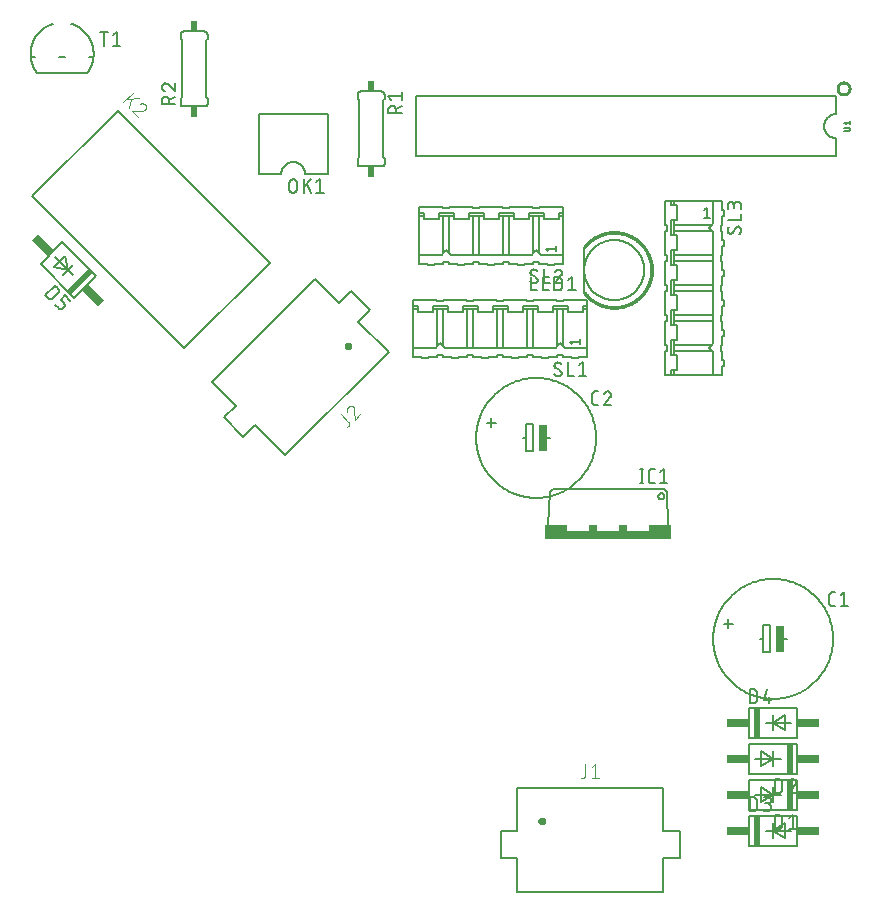
<source format=gbr>
G04 EAGLE Gerber RS-274X export*
G75*
%MOMM*%
%FSLAX34Y34*%
%LPD*%
%INSilkscreen Top*%
%IPPOS*%
%AMOC8*
5,1,8,0,0,1.08239X$1,22.5*%
G01*
%ADD10C,0.200000*%
%ADD11C,0.400000*%
%ADD12C,0.101600*%
%ADD13C,0.152400*%
%ADD14R,0.508000X2.540000*%
%ADD15R,1.905000X0.762000*%
%ADD16C,0.127000*%
%ADD17R,10.668000X0.762000*%
%ADD18R,1.905000X0.508000*%
%ADD19R,0.762000X0.508000*%
%ADD20R,0.635000X2.286000*%
%ADD21C,0.203200*%
%ADD22C,0.254000*%
%ADD23R,0.609600X0.863600*%
%ADD24C,0.025400*%


D10*
X439820Y55680D02*
X453820Y55680D01*
X453820Y92180D01*
X577420Y92180D01*
X577420Y55680D01*
X591420Y55680D01*
X591420Y32680D01*
X577420Y32680D01*
X577420Y4180D01*
X453820Y4180D01*
X453820Y32680D01*
X439820Y32680D01*
X439820Y55680D01*
D11*
X473620Y64180D02*
X473622Y64243D01*
X473628Y64305D01*
X473638Y64367D01*
X473651Y64429D01*
X473669Y64489D01*
X473690Y64548D01*
X473715Y64606D01*
X473744Y64662D01*
X473776Y64716D01*
X473811Y64768D01*
X473849Y64817D01*
X473891Y64865D01*
X473935Y64909D01*
X473983Y64951D01*
X474032Y64989D01*
X474084Y65024D01*
X474138Y65056D01*
X474194Y65085D01*
X474252Y65110D01*
X474311Y65131D01*
X474371Y65149D01*
X474433Y65162D01*
X474495Y65172D01*
X474557Y65178D01*
X474620Y65180D01*
X474683Y65178D01*
X474745Y65172D01*
X474807Y65162D01*
X474869Y65149D01*
X474929Y65131D01*
X474988Y65110D01*
X475046Y65085D01*
X475102Y65056D01*
X475156Y65024D01*
X475208Y64989D01*
X475257Y64951D01*
X475305Y64909D01*
X475349Y64865D01*
X475391Y64817D01*
X475429Y64768D01*
X475464Y64716D01*
X475496Y64662D01*
X475525Y64606D01*
X475550Y64548D01*
X475571Y64489D01*
X475589Y64429D01*
X475602Y64367D01*
X475612Y64305D01*
X475618Y64243D01*
X475620Y64180D01*
X475618Y64117D01*
X475612Y64055D01*
X475602Y63993D01*
X475589Y63931D01*
X475571Y63871D01*
X475550Y63812D01*
X475525Y63754D01*
X475496Y63698D01*
X475464Y63644D01*
X475429Y63592D01*
X475391Y63543D01*
X475349Y63495D01*
X475305Y63451D01*
X475257Y63409D01*
X475208Y63371D01*
X475156Y63336D01*
X475102Y63304D01*
X475046Y63275D01*
X474988Y63250D01*
X474929Y63229D01*
X474869Y63211D01*
X474807Y63198D01*
X474745Y63188D01*
X474683Y63182D01*
X474620Y63180D01*
X474557Y63182D01*
X474495Y63188D01*
X474433Y63198D01*
X474371Y63211D01*
X474311Y63229D01*
X474252Y63250D01*
X474194Y63275D01*
X474138Y63304D01*
X474084Y63336D01*
X474032Y63371D01*
X473983Y63409D01*
X473935Y63451D01*
X473891Y63495D01*
X473849Y63543D01*
X473811Y63592D01*
X473776Y63644D01*
X473744Y63698D01*
X473715Y63754D01*
X473690Y63812D01*
X473669Y63871D01*
X473651Y63931D01*
X473638Y63993D01*
X473628Y64055D01*
X473622Y64117D01*
X473620Y64180D01*
D12*
X511685Y103284D02*
X511685Y112372D01*
X511685Y103284D02*
X511683Y103185D01*
X511677Y103085D01*
X511668Y102986D01*
X511655Y102888D01*
X511638Y102790D01*
X511617Y102692D01*
X511592Y102596D01*
X511564Y102501D01*
X511532Y102407D01*
X511497Y102314D01*
X511458Y102222D01*
X511415Y102132D01*
X511370Y102044D01*
X511320Y101957D01*
X511268Y101873D01*
X511212Y101790D01*
X511154Y101710D01*
X511092Y101632D01*
X511027Y101557D01*
X510959Y101484D01*
X510889Y101414D01*
X510816Y101346D01*
X510741Y101281D01*
X510663Y101219D01*
X510583Y101161D01*
X510500Y101105D01*
X510416Y101053D01*
X510329Y101003D01*
X510241Y100958D01*
X510151Y100915D01*
X510059Y100876D01*
X509966Y100841D01*
X509872Y100809D01*
X509777Y100781D01*
X509681Y100756D01*
X509583Y100735D01*
X509485Y100718D01*
X509387Y100705D01*
X509288Y100696D01*
X509188Y100690D01*
X509089Y100688D01*
X507790Y100688D01*
X516959Y109776D02*
X520204Y112372D01*
X520204Y100688D01*
X516959Y100688D02*
X523450Y100688D01*
D13*
X650240Y99060D02*
X690880Y99060D01*
X650240Y99060D02*
X650240Y73660D01*
X690880Y73660D01*
X690880Y99060D01*
X676910Y86360D02*
X670560Y86360D01*
X660400Y80010D02*
X660400Y92710D01*
X670560Y86360D01*
X655320Y86360D01*
X660400Y80010D02*
X670560Y86360D01*
X670560Y80010D01*
X670560Y86360D02*
X670560Y92710D01*
D14*
X684530Y86360D03*
D15*
X640715Y86360D03*
X700405Y86360D03*
D16*
X672084Y69215D02*
X672084Y57785D01*
X672084Y69215D02*
X675259Y69215D01*
X675370Y69213D01*
X675480Y69207D01*
X675591Y69198D01*
X675701Y69184D01*
X675810Y69167D01*
X675919Y69146D01*
X676027Y69121D01*
X676134Y69092D01*
X676240Y69060D01*
X676345Y69024D01*
X676448Y68984D01*
X676550Y68941D01*
X676651Y68894D01*
X676750Y68843D01*
X676847Y68790D01*
X676941Y68733D01*
X677034Y68672D01*
X677125Y68609D01*
X677214Y68542D01*
X677300Y68472D01*
X677383Y68399D01*
X677465Y68324D01*
X677543Y68246D01*
X677618Y68164D01*
X677691Y68081D01*
X677761Y67995D01*
X677828Y67906D01*
X677891Y67815D01*
X677952Y67722D01*
X678009Y67628D01*
X678062Y67531D01*
X678113Y67432D01*
X678160Y67331D01*
X678203Y67229D01*
X678243Y67126D01*
X678279Y67021D01*
X678311Y66915D01*
X678340Y66808D01*
X678365Y66700D01*
X678386Y66591D01*
X678403Y66482D01*
X678417Y66372D01*
X678426Y66261D01*
X678432Y66151D01*
X678434Y66040D01*
X678434Y60960D01*
X678432Y60849D01*
X678426Y60739D01*
X678417Y60628D01*
X678403Y60518D01*
X678386Y60409D01*
X678365Y60300D01*
X678340Y60192D01*
X678311Y60085D01*
X678279Y59979D01*
X678243Y59874D01*
X678203Y59771D01*
X678160Y59669D01*
X678113Y59568D01*
X678062Y59469D01*
X678009Y59372D01*
X677952Y59278D01*
X677891Y59185D01*
X677828Y59094D01*
X677761Y59005D01*
X677691Y58919D01*
X677618Y58836D01*
X677543Y58754D01*
X677465Y58676D01*
X677383Y58601D01*
X677300Y58528D01*
X677214Y58458D01*
X677125Y58391D01*
X677034Y58328D01*
X676941Y58267D01*
X676847Y58210D01*
X676750Y58157D01*
X676651Y58106D01*
X676550Y58059D01*
X676448Y58016D01*
X676345Y57976D01*
X676240Y57940D01*
X676134Y57908D01*
X676027Y57879D01*
X675919Y57854D01*
X675810Y57833D01*
X675701Y57816D01*
X675591Y57802D01*
X675480Y57793D01*
X675370Y57787D01*
X675259Y57785D01*
X672084Y57785D01*
X683895Y66675D02*
X687070Y69215D01*
X687070Y57785D01*
X683895Y57785D02*
X690245Y57785D01*
D13*
X690880Y129540D02*
X650240Y129540D01*
X650240Y104140D01*
X690880Y104140D01*
X690880Y129540D01*
X676910Y116840D02*
X670560Y116840D01*
X660400Y110490D02*
X660400Y123190D01*
X670560Y116840D01*
X655320Y116840D01*
X660400Y110490D02*
X670560Y116840D01*
X670560Y110490D01*
X670560Y116840D02*
X670560Y123190D01*
D14*
X684530Y116840D03*
D15*
X640715Y116840D03*
X700405Y116840D03*
D16*
X672084Y99695D02*
X672084Y88265D01*
X672084Y99695D02*
X675259Y99695D01*
X675370Y99693D01*
X675480Y99687D01*
X675591Y99678D01*
X675701Y99664D01*
X675810Y99647D01*
X675919Y99626D01*
X676027Y99601D01*
X676134Y99572D01*
X676240Y99540D01*
X676345Y99504D01*
X676448Y99464D01*
X676550Y99421D01*
X676651Y99374D01*
X676750Y99323D01*
X676847Y99270D01*
X676941Y99213D01*
X677034Y99152D01*
X677125Y99089D01*
X677214Y99022D01*
X677300Y98952D01*
X677383Y98879D01*
X677465Y98804D01*
X677543Y98726D01*
X677618Y98644D01*
X677691Y98561D01*
X677761Y98475D01*
X677828Y98386D01*
X677891Y98295D01*
X677952Y98202D01*
X678009Y98108D01*
X678062Y98011D01*
X678113Y97912D01*
X678160Y97811D01*
X678203Y97709D01*
X678243Y97606D01*
X678279Y97501D01*
X678311Y97395D01*
X678340Y97288D01*
X678365Y97180D01*
X678386Y97071D01*
X678403Y96962D01*
X678417Y96852D01*
X678426Y96741D01*
X678432Y96631D01*
X678434Y96520D01*
X678434Y91440D01*
X678432Y91329D01*
X678426Y91219D01*
X678417Y91108D01*
X678403Y90998D01*
X678386Y90889D01*
X678365Y90780D01*
X678340Y90672D01*
X678311Y90565D01*
X678279Y90459D01*
X678243Y90354D01*
X678203Y90251D01*
X678160Y90149D01*
X678113Y90048D01*
X678062Y89949D01*
X678009Y89852D01*
X677952Y89758D01*
X677891Y89665D01*
X677828Y89574D01*
X677761Y89485D01*
X677691Y89399D01*
X677618Y89316D01*
X677543Y89234D01*
X677465Y89156D01*
X677383Y89081D01*
X677300Y89008D01*
X677214Y88938D01*
X677125Y88871D01*
X677034Y88808D01*
X676941Y88747D01*
X676847Y88690D01*
X676750Y88637D01*
X676651Y88586D01*
X676550Y88539D01*
X676448Y88496D01*
X676345Y88456D01*
X676240Y88420D01*
X676134Y88388D01*
X676027Y88359D01*
X675919Y88334D01*
X675810Y88313D01*
X675701Y88296D01*
X675591Y88282D01*
X675480Y88273D01*
X675370Y88267D01*
X675259Y88265D01*
X672084Y88265D01*
X687388Y99696D02*
X687492Y99694D01*
X687597Y99688D01*
X687701Y99679D01*
X687804Y99666D01*
X687907Y99648D01*
X688009Y99628D01*
X688111Y99603D01*
X688211Y99575D01*
X688311Y99543D01*
X688409Y99507D01*
X688506Y99468D01*
X688601Y99426D01*
X688695Y99380D01*
X688787Y99330D01*
X688877Y99278D01*
X688965Y99222D01*
X689051Y99162D01*
X689135Y99100D01*
X689216Y99035D01*
X689295Y98967D01*
X689372Y98895D01*
X689445Y98822D01*
X689517Y98745D01*
X689585Y98666D01*
X689650Y98585D01*
X689712Y98501D01*
X689772Y98415D01*
X689828Y98327D01*
X689880Y98237D01*
X689930Y98145D01*
X689976Y98051D01*
X690018Y97956D01*
X690057Y97859D01*
X690093Y97761D01*
X690125Y97661D01*
X690153Y97561D01*
X690178Y97459D01*
X690198Y97357D01*
X690216Y97254D01*
X690229Y97151D01*
X690238Y97047D01*
X690244Y96942D01*
X690246Y96838D01*
X687388Y99695D02*
X687270Y99693D01*
X687151Y99687D01*
X687033Y99678D01*
X686916Y99665D01*
X686799Y99647D01*
X686682Y99627D01*
X686566Y99602D01*
X686451Y99574D01*
X686338Y99541D01*
X686225Y99506D01*
X686113Y99466D01*
X686003Y99424D01*
X685894Y99377D01*
X685786Y99327D01*
X685681Y99274D01*
X685577Y99217D01*
X685475Y99157D01*
X685375Y99094D01*
X685277Y99027D01*
X685181Y98958D01*
X685088Y98885D01*
X684997Y98809D01*
X684908Y98731D01*
X684822Y98649D01*
X684739Y98565D01*
X684658Y98479D01*
X684581Y98389D01*
X684506Y98298D01*
X684434Y98204D01*
X684365Y98107D01*
X684300Y98009D01*
X684237Y97908D01*
X684178Y97805D01*
X684122Y97701D01*
X684070Y97595D01*
X684021Y97487D01*
X683976Y97378D01*
X683934Y97267D01*
X683896Y97155D01*
X689293Y94616D02*
X689369Y94691D01*
X689444Y94770D01*
X689515Y94851D01*
X689584Y94935D01*
X689649Y95021D01*
X689711Y95109D01*
X689771Y95199D01*
X689827Y95291D01*
X689880Y95386D01*
X689929Y95482D01*
X689975Y95580D01*
X690018Y95679D01*
X690057Y95780D01*
X690092Y95882D01*
X690124Y95985D01*
X690152Y96089D01*
X690177Y96194D01*
X690198Y96301D01*
X690215Y96407D01*
X690228Y96514D01*
X690237Y96622D01*
X690243Y96730D01*
X690245Y96838D01*
X689293Y94615D02*
X683895Y88265D01*
X690245Y88265D01*
D13*
X690880Y43180D02*
X650240Y43180D01*
X690880Y43180D02*
X690880Y68580D01*
X650240Y68580D01*
X650240Y43180D01*
X664210Y55880D02*
X670560Y55880D01*
X680720Y62230D02*
X680720Y49530D01*
X670560Y55880D01*
X685800Y55880D01*
X680720Y62230D02*
X670560Y55880D01*
X670560Y62230D01*
X670560Y55880D02*
X670560Y49530D01*
D14*
X656590Y55880D03*
D15*
X700405Y55880D03*
X640715Y55880D03*
D16*
X650875Y73025D02*
X650875Y84455D01*
X654050Y84455D01*
X654161Y84453D01*
X654271Y84447D01*
X654382Y84438D01*
X654492Y84424D01*
X654601Y84407D01*
X654710Y84386D01*
X654818Y84361D01*
X654925Y84332D01*
X655031Y84300D01*
X655136Y84264D01*
X655239Y84224D01*
X655341Y84181D01*
X655442Y84134D01*
X655541Y84083D01*
X655638Y84030D01*
X655732Y83973D01*
X655825Y83912D01*
X655916Y83849D01*
X656005Y83782D01*
X656091Y83712D01*
X656174Y83639D01*
X656256Y83564D01*
X656334Y83486D01*
X656409Y83404D01*
X656482Y83321D01*
X656552Y83235D01*
X656619Y83146D01*
X656682Y83055D01*
X656743Y82962D01*
X656800Y82868D01*
X656853Y82771D01*
X656904Y82672D01*
X656951Y82571D01*
X656994Y82469D01*
X657034Y82366D01*
X657070Y82261D01*
X657102Y82155D01*
X657131Y82048D01*
X657156Y81940D01*
X657177Y81831D01*
X657194Y81722D01*
X657208Y81612D01*
X657217Y81501D01*
X657223Y81391D01*
X657225Y81280D01*
X657225Y76200D01*
X657223Y76089D01*
X657217Y75979D01*
X657208Y75868D01*
X657194Y75758D01*
X657177Y75649D01*
X657156Y75540D01*
X657131Y75432D01*
X657102Y75325D01*
X657070Y75219D01*
X657034Y75114D01*
X656994Y75011D01*
X656951Y74909D01*
X656904Y74808D01*
X656853Y74709D01*
X656800Y74612D01*
X656743Y74518D01*
X656682Y74425D01*
X656619Y74334D01*
X656552Y74245D01*
X656482Y74159D01*
X656409Y74076D01*
X656334Y73994D01*
X656256Y73916D01*
X656174Y73841D01*
X656091Y73768D01*
X656005Y73698D01*
X655916Y73631D01*
X655825Y73568D01*
X655732Y73507D01*
X655638Y73450D01*
X655541Y73397D01*
X655442Y73346D01*
X655341Y73299D01*
X655239Y73256D01*
X655136Y73216D01*
X655031Y73180D01*
X654925Y73148D01*
X654818Y73119D01*
X654710Y73094D01*
X654601Y73073D01*
X654492Y73056D01*
X654382Y73042D01*
X654271Y73033D01*
X654161Y73027D01*
X654050Y73025D01*
X650875Y73025D01*
X662686Y73025D02*
X665861Y73025D01*
X665972Y73027D01*
X666082Y73033D01*
X666193Y73042D01*
X666303Y73056D01*
X666412Y73073D01*
X666521Y73094D01*
X666629Y73119D01*
X666736Y73148D01*
X666842Y73180D01*
X666947Y73216D01*
X667050Y73256D01*
X667152Y73299D01*
X667253Y73346D01*
X667352Y73397D01*
X667449Y73450D01*
X667543Y73507D01*
X667636Y73568D01*
X667727Y73631D01*
X667816Y73698D01*
X667902Y73768D01*
X667985Y73841D01*
X668067Y73916D01*
X668145Y73994D01*
X668220Y74076D01*
X668293Y74159D01*
X668363Y74245D01*
X668430Y74334D01*
X668493Y74425D01*
X668554Y74518D01*
X668611Y74612D01*
X668664Y74709D01*
X668715Y74808D01*
X668762Y74909D01*
X668805Y75011D01*
X668845Y75114D01*
X668881Y75219D01*
X668913Y75325D01*
X668942Y75432D01*
X668967Y75540D01*
X668988Y75649D01*
X669005Y75758D01*
X669019Y75868D01*
X669028Y75979D01*
X669034Y76089D01*
X669036Y76200D01*
X669034Y76311D01*
X669028Y76421D01*
X669019Y76532D01*
X669005Y76642D01*
X668988Y76751D01*
X668967Y76860D01*
X668942Y76968D01*
X668913Y77075D01*
X668881Y77181D01*
X668845Y77286D01*
X668805Y77389D01*
X668762Y77491D01*
X668715Y77592D01*
X668664Y77691D01*
X668611Y77787D01*
X668554Y77882D01*
X668493Y77975D01*
X668430Y78066D01*
X668363Y78155D01*
X668293Y78241D01*
X668220Y78324D01*
X668145Y78406D01*
X668067Y78484D01*
X667985Y78559D01*
X667902Y78632D01*
X667816Y78702D01*
X667727Y78769D01*
X667636Y78832D01*
X667543Y78893D01*
X667449Y78950D01*
X667352Y79003D01*
X667253Y79054D01*
X667152Y79101D01*
X667050Y79144D01*
X666947Y79184D01*
X666842Y79220D01*
X666736Y79252D01*
X666629Y79281D01*
X666521Y79306D01*
X666412Y79327D01*
X666303Y79344D01*
X666193Y79358D01*
X666082Y79367D01*
X665972Y79373D01*
X665861Y79375D01*
X666496Y84455D02*
X662686Y84455D01*
X666496Y84455D02*
X666596Y84453D01*
X666695Y84447D01*
X666795Y84437D01*
X666893Y84424D01*
X666992Y84406D01*
X667089Y84385D01*
X667185Y84360D01*
X667281Y84331D01*
X667375Y84298D01*
X667468Y84262D01*
X667559Y84222D01*
X667649Y84178D01*
X667737Y84131D01*
X667823Y84081D01*
X667907Y84027D01*
X667989Y83970D01*
X668068Y83910D01*
X668146Y83846D01*
X668220Y83780D01*
X668292Y83711D01*
X668361Y83639D01*
X668427Y83565D01*
X668491Y83487D01*
X668551Y83408D01*
X668608Y83326D01*
X668662Y83242D01*
X668712Y83156D01*
X668759Y83068D01*
X668803Y82978D01*
X668843Y82887D01*
X668879Y82794D01*
X668912Y82700D01*
X668941Y82604D01*
X668966Y82508D01*
X668987Y82411D01*
X669005Y82312D01*
X669018Y82214D01*
X669028Y82114D01*
X669034Y82015D01*
X669036Y81915D01*
X669034Y81815D01*
X669028Y81716D01*
X669018Y81616D01*
X669005Y81518D01*
X668987Y81419D01*
X668966Y81322D01*
X668941Y81226D01*
X668912Y81130D01*
X668879Y81036D01*
X668843Y80943D01*
X668803Y80852D01*
X668759Y80762D01*
X668712Y80674D01*
X668662Y80588D01*
X668608Y80504D01*
X668551Y80422D01*
X668491Y80343D01*
X668427Y80265D01*
X668361Y80191D01*
X668292Y80119D01*
X668220Y80050D01*
X668146Y79984D01*
X668068Y79920D01*
X667989Y79860D01*
X667907Y79803D01*
X667823Y79749D01*
X667737Y79699D01*
X667649Y79652D01*
X667559Y79608D01*
X667468Y79568D01*
X667375Y79532D01*
X667281Y79499D01*
X667185Y79470D01*
X667089Y79445D01*
X666992Y79424D01*
X666893Y79406D01*
X666795Y79393D01*
X666695Y79383D01*
X666596Y79377D01*
X666496Y79375D01*
X663956Y79375D01*
D13*
X650240Y134620D02*
X690880Y134620D01*
X690880Y160020D01*
X650240Y160020D01*
X650240Y134620D01*
X664210Y147320D02*
X670560Y147320D01*
X680720Y153670D02*
X680720Y140970D01*
X670560Y147320D01*
X685800Y147320D01*
X680720Y153670D02*
X670560Y147320D01*
X670560Y153670D01*
X670560Y147320D02*
X670560Y140970D01*
D14*
X656590Y147320D03*
D15*
X700405Y147320D03*
X640715Y147320D03*
D16*
X650875Y164465D02*
X650875Y175895D01*
X654050Y175895D01*
X654161Y175893D01*
X654271Y175887D01*
X654382Y175878D01*
X654492Y175864D01*
X654601Y175847D01*
X654710Y175826D01*
X654818Y175801D01*
X654925Y175772D01*
X655031Y175740D01*
X655136Y175704D01*
X655239Y175664D01*
X655341Y175621D01*
X655442Y175574D01*
X655541Y175523D01*
X655638Y175470D01*
X655732Y175413D01*
X655825Y175352D01*
X655916Y175289D01*
X656005Y175222D01*
X656091Y175152D01*
X656174Y175079D01*
X656256Y175004D01*
X656334Y174926D01*
X656409Y174844D01*
X656482Y174761D01*
X656552Y174675D01*
X656619Y174586D01*
X656682Y174495D01*
X656743Y174402D01*
X656800Y174308D01*
X656853Y174211D01*
X656904Y174112D01*
X656951Y174011D01*
X656994Y173909D01*
X657034Y173806D01*
X657070Y173701D01*
X657102Y173595D01*
X657131Y173488D01*
X657156Y173380D01*
X657177Y173271D01*
X657194Y173162D01*
X657208Y173052D01*
X657217Y172941D01*
X657223Y172831D01*
X657225Y172720D01*
X657225Y167640D01*
X657223Y167529D01*
X657217Y167419D01*
X657208Y167308D01*
X657194Y167198D01*
X657177Y167089D01*
X657156Y166980D01*
X657131Y166872D01*
X657102Y166765D01*
X657070Y166659D01*
X657034Y166554D01*
X656994Y166451D01*
X656951Y166349D01*
X656904Y166248D01*
X656853Y166149D01*
X656800Y166052D01*
X656743Y165958D01*
X656682Y165865D01*
X656619Y165774D01*
X656552Y165685D01*
X656482Y165599D01*
X656409Y165516D01*
X656334Y165434D01*
X656256Y165356D01*
X656174Y165281D01*
X656091Y165208D01*
X656005Y165138D01*
X655916Y165071D01*
X655825Y165008D01*
X655732Y164947D01*
X655638Y164890D01*
X655541Y164837D01*
X655442Y164786D01*
X655341Y164739D01*
X655239Y164696D01*
X655136Y164656D01*
X655031Y164620D01*
X654925Y164588D01*
X654818Y164559D01*
X654710Y164534D01*
X654601Y164513D01*
X654492Y164496D01*
X654382Y164482D01*
X654271Y164473D01*
X654161Y164467D01*
X654050Y164465D01*
X650875Y164465D01*
X662686Y167005D02*
X665226Y175895D01*
X662686Y167005D02*
X669036Y167005D01*
X667131Y169545D02*
X667131Y164465D01*
X480060Y313690D02*
X481330Y342900D01*
X483870Y345440D01*
X577850Y345440D01*
X580390Y342900D01*
X581660Y313690D01*
X573278Y339344D02*
X573280Y339444D01*
X573286Y339545D01*
X573296Y339644D01*
X573310Y339744D01*
X573327Y339843D01*
X573349Y339941D01*
X573375Y340038D01*
X573404Y340134D01*
X573437Y340228D01*
X573474Y340322D01*
X573514Y340414D01*
X573558Y340504D01*
X573606Y340592D01*
X573657Y340679D01*
X573711Y340763D01*
X573769Y340845D01*
X573830Y340925D01*
X573894Y341002D01*
X573961Y341077D01*
X574031Y341149D01*
X574104Y341218D01*
X574179Y341284D01*
X574257Y341348D01*
X574337Y341408D01*
X574420Y341465D01*
X574505Y341518D01*
X574592Y341568D01*
X574681Y341615D01*
X574771Y341658D01*
X574863Y341698D01*
X574957Y341734D01*
X575052Y341766D01*
X575148Y341794D01*
X575246Y341819D01*
X575344Y341839D01*
X575443Y341856D01*
X575543Y341869D01*
X575642Y341878D01*
X575743Y341883D01*
X575843Y341884D01*
X575943Y341881D01*
X576044Y341874D01*
X576143Y341863D01*
X576243Y341848D01*
X576341Y341830D01*
X576439Y341807D01*
X576536Y341780D01*
X576631Y341750D01*
X576726Y341716D01*
X576819Y341678D01*
X576910Y341637D01*
X577000Y341592D01*
X577088Y341544D01*
X577174Y341492D01*
X577258Y341437D01*
X577339Y341378D01*
X577418Y341316D01*
X577495Y341252D01*
X577569Y341184D01*
X577640Y341113D01*
X577709Y341040D01*
X577774Y340964D01*
X577837Y340885D01*
X577896Y340804D01*
X577952Y340721D01*
X578005Y340636D01*
X578054Y340548D01*
X578100Y340459D01*
X578142Y340368D01*
X578181Y340275D01*
X578216Y340181D01*
X578247Y340086D01*
X578275Y339989D01*
X578298Y339892D01*
X578318Y339793D01*
X578334Y339694D01*
X578346Y339595D01*
X578354Y339494D01*
X578358Y339394D01*
X578358Y339294D01*
X578354Y339194D01*
X578346Y339093D01*
X578334Y338994D01*
X578318Y338895D01*
X578298Y338796D01*
X578275Y338699D01*
X578247Y338602D01*
X578216Y338507D01*
X578181Y338413D01*
X578142Y338320D01*
X578100Y338229D01*
X578054Y338140D01*
X578005Y338052D01*
X577952Y337967D01*
X577896Y337884D01*
X577837Y337803D01*
X577774Y337724D01*
X577709Y337648D01*
X577640Y337575D01*
X577569Y337504D01*
X577495Y337436D01*
X577418Y337372D01*
X577339Y337310D01*
X577258Y337251D01*
X577174Y337196D01*
X577088Y337144D01*
X577000Y337096D01*
X576910Y337051D01*
X576819Y337010D01*
X576726Y336972D01*
X576631Y336938D01*
X576536Y336908D01*
X576439Y336881D01*
X576341Y336858D01*
X576243Y336840D01*
X576143Y336825D01*
X576044Y336814D01*
X575943Y336807D01*
X575843Y336804D01*
X575743Y336805D01*
X575642Y336810D01*
X575543Y336819D01*
X575443Y336832D01*
X575344Y336849D01*
X575246Y336869D01*
X575148Y336894D01*
X575052Y336922D01*
X574957Y336954D01*
X574863Y336990D01*
X574771Y337030D01*
X574681Y337073D01*
X574592Y337120D01*
X574505Y337170D01*
X574420Y337223D01*
X574337Y337280D01*
X574257Y337340D01*
X574179Y337404D01*
X574104Y337470D01*
X574031Y337539D01*
X573961Y337611D01*
X573894Y337686D01*
X573830Y337763D01*
X573769Y337843D01*
X573711Y337925D01*
X573657Y338009D01*
X573606Y338096D01*
X573558Y338184D01*
X573514Y338274D01*
X573474Y338366D01*
X573437Y338460D01*
X573404Y338554D01*
X573375Y338650D01*
X573349Y338747D01*
X573327Y338845D01*
X573310Y338944D01*
X573296Y339044D01*
X573286Y339143D01*
X573280Y339244D01*
X573278Y339344D01*
D17*
X530860Y306070D03*
D18*
X574675Y312420D03*
D19*
X543560Y312420D03*
X518160Y312420D03*
D18*
X487045Y312420D03*
D16*
X559181Y350647D02*
X559181Y362077D01*
X557911Y350647D02*
X560451Y350647D01*
X560451Y362077D02*
X557911Y362077D01*
X567653Y350647D02*
X570193Y350647D01*
X567653Y350647D02*
X567553Y350649D01*
X567454Y350655D01*
X567354Y350665D01*
X567256Y350678D01*
X567157Y350696D01*
X567060Y350717D01*
X566964Y350742D01*
X566868Y350771D01*
X566774Y350804D01*
X566681Y350840D01*
X566590Y350880D01*
X566500Y350924D01*
X566412Y350971D01*
X566326Y351021D01*
X566242Y351075D01*
X566160Y351132D01*
X566081Y351192D01*
X566003Y351256D01*
X565929Y351322D01*
X565857Y351391D01*
X565788Y351463D01*
X565722Y351537D01*
X565658Y351615D01*
X565598Y351694D01*
X565541Y351776D01*
X565487Y351860D01*
X565437Y351946D01*
X565390Y352034D01*
X565346Y352124D01*
X565306Y352215D01*
X565270Y352308D01*
X565237Y352402D01*
X565208Y352498D01*
X565183Y352594D01*
X565162Y352691D01*
X565144Y352790D01*
X565131Y352888D01*
X565121Y352988D01*
X565115Y353087D01*
X565113Y353187D01*
X565113Y359537D01*
X565115Y359637D01*
X565121Y359736D01*
X565131Y359836D01*
X565144Y359934D01*
X565162Y360033D01*
X565183Y360130D01*
X565208Y360226D01*
X565237Y360322D01*
X565270Y360416D01*
X565306Y360509D01*
X565346Y360600D01*
X565390Y360690D01*
X565437Y360778D01*
X565487Y360864D01*
X565541Y360948D01*
X565598Y361030D01*
X565658Y361109D01*
X565722Y361187D01*
X565788Y361261D01*
X565857Y361333D01*
X565929Y361402D01*
X566003Y361468D01*
X566081Y361532D01*
X566160Y361592D01*
X566242Y361649D01*
X566326Y361703D01*
X566412Y361753D01*
X566500Y361800D01*
X566590Y361844D01*
X566681Y361884D01*
X566774Y361920D01*
X566868Y361953D01*
X566964Y361982D01*
X567060Y362007D01*
X567157Y362028D01*
X567256Y362046D01*
X567354Y362059D01*
X567454Y362069D01*
X567553Y362075D01*
X567653Y362077D01*
X570193Y362077D01*
X574675Y359537D02*
X577850Y362077D01*
X577850Y350647D01*
X574675Y350647D02*
X581025Y350647D01*
D13*
X659130Y218440D02*
X661670Y218440D01*
X661670Y207010D01*
X668020Y207010D01*
X668020Y229870D01*
X661670Y229870D01*
X661670Y218440D01*
X676910Y218440D02*
X681990Y218440D01*
X632460Y227330D02*
X632460Y234950D01*
X636270Y231140D02*
X628650Y231140D01*
X619760Y218440D02*
X619775Y219687D01*
X619821Y220933D01*
X619898Y222177D01*
X620005Y223419D01*
X620142Y224658D01*
X620310Y225894D01*
X620508Y227125D01*
X620736Y228351D01*
X620994Y229570D01*
X621282Y230783D01*
X621600Y231989D01*
X621947Y233186D01*
X622324Y234375D01*
X622730Y235554D01*
X623164Y236723D01*
X623627Y237880D01*
X624118Y239026D01*
X624637Y240160D01*
X625184Y241280D01*
X625758Y242387D01*
X626360Y243479D01*
X626987Y244556D01*
X627641Y245618D01*
X628321Y246663D01*
X629027Y247691D01*
X629757Y248702D01*
X630512Y249694D01*
X631291Y250667D01*
X632094Y251621D01*
X632920Y252555D01*
X633768Y253469D01*
X634639Y254361D01*
X635531Y255232D01*
X636445Y256080D01*
X637379Y256906D01*
X638333Y257709D01*
X639306Y258488D01*
X640298Y259243D01*
X641309Y259973D01*
X642337Y260679D01*
X643382Y261359D01*
X644444Y262013D01*
X645521Y262640D01*
X646613Y263242D01*
X647720Y263816D01*
X648840Y264363D01*
X649974Y264882D01*
X651120Y265373D01*
X652277Y265836D01*
X653446Y266270D01*
X654625Y266676D01*
X655814Y267053D01*
X657011Y267400D01*
X658217Y267718D01*
X659430Y268006D01*
X660649Y268264D01*
X661875Y268492D01*
X663106Y268690D01*
X664342Y268858D01*
X665581Y268995D01*
X666823Y269102D01*
X668067Y269179D01*
X669313Y269225D01*
X670560Y269240D01*
X671807Y269225D01*
X673053Y269179D01*
X674297Y269102D01*
X675539Y268995D01*
X676778Y268858D01*
X678014Y268690D01*
X679245Y268492D01*
X680471Y268264D01*
X681690Y268006D01*
X682903Y267718D01*
X684109Y267400D01*
X685306Y267053D01*
X686495Y266676D01*
X687674Y266270D01*
X688843Y265836D01*
X690000Y265373D01*
X691146Y264882D01*
X692280Y264363D01*
X693400Y263816D01*
X694507Y263242D01*
X695599Y262640D01*
X696676Y262013D01*
X697738Y261359D01*
X698783Y260679D01*
X699811Y259973D01*
X700822Y259243D01*
X701814Y258488D01*
X702787Y257709D01*
X703741Y256906D01*
X704675Y256080D01*
X705589Y255232D01*
X706481Y254361D01*
X707352Y253469D01*
X708200Y252555D01*
X709026Y251621D01*
X709829Y250667D01*
X710608Y249694D01*
X711363Y248702D01*
X712093Y247691D01*
X712799Y246663D01*
X713479Y245618D01*
X714133Y244556D01*
X714760Y243479D01*
X715362Y242387D01*
X715936Y241280D01*
X716483Y240160D01*
X717002Y239026D01*
X717493Y237880D01*
X717956Y236723D01*
X718390Y235554D01*
X718796Y234375D01*
X719173Y233186D01*
X719520Y231989D01*
X719838Y230783D01*
X720126Y229570D01*
X720384Y228351D01*
X720612Y227125D01*
X720810Y225894D01*
X720978Y224658D01*
X721115Y223419D01*
X721222Y222177D01*
X721299Y220933D01*
X721345Y219687D01*
X721360Y218440D01*
X721345Y217193D01*
X721299Y215947D01*
X721222Y214703D01*
X721115Y213461D01*
X720978Y212222D01*
X720810Y210986D01*
X720612Y209755D01*
X720384Y208529D01*
X720126Y207310D01*
X719838Y206097D01*
X719520Y204891D01*
X719173Y203694D01*
X718796Y202505D01*
X718390Y201326D01*
X717956Y200157D01*
X717493Y199000D01*
X717002Y197854D01*
X716483Y196720D01*
X715936Y195600D01*
X715362Y194493D01*
X714760Y193401D01*
X714133Y192324D01*
X713479Y191262D01*
X712799Y190217D01*
X712093Y189189D01*
X711363Y188178D01*
X710608Y187186D01*
X709829Y186213D01*
X709026Y185259D01*
X708200Y184325D01*
X707352Y183411D01*
X706481Y182519D01*
X705589Y181648D01*
X704675Y180800D01*
X703741Y179974D01*
X702787Y179171D01*
X701814Y178392D01*
X700822Y177637D01*
X699811Y176907D01*
X698783Y176201D01*
X697738Y175521D01*
X696676Y174867D01*
X695599Y174240D01*
X694507Y173638D01*
X693400Y173064D01*
X692280Y172517D01*
X691146Y171998D01*
X690000Y171507D01*
X688843Y171044D01*
X687674Y170610D01*
X686495Y170204D01*
X685306Y169827D01*
X684109Y169480D01*
X682903Y169162D01*
X681690Y168874D01*
X680471Y168616D01*
X679245Y168388D01*
X678014Y168190D01*
X676778Y168022D01*
X675539Y167885D01*
X674297Y167778D01*
X673053Y167701D01*
X671807Y167655D01*
X670560Y167640D01*
X669313Y167655D01*
X668067Y167701D01*
X666823Y167778D01*
X665581Y167885D01*
X664342Y168022D01*
X663106Y168190D01*
X661875Y168388D01*
X660649Y168616D01*
X659430Y168874D01*
X658217Y169162D01*
X657011Y169480D01*
X655814Y169827D01*
X654625Y170204D01*
X653446Y170610D01*
X652277Y171044D01*
X651120Y171507D01*
X649974Y171998D01*
X648840Y172517D01*
X647720Y173064D01*
X646613Y173638D01*
X645521Y174240D01*
X644444Y174867D01*
X643382Y175521D01*
X642337Y176201D01*
X641309Y176907D01*
X640298Y177637D01*
X639306Y178392D01*
X638333Y179171D01*
X637379Y179974D01*
X636445Y180800D01*
X635531Y181648D01*
X634639Y182519D01*
X633768Y183411D01*
X632920Y184325D01*
X632094Y185259D01*
X631291Y186213D01*
X630512Y187186D01*
X629757Y188178D01*
X629027Y189189D01*
X628321Y190217D01*
X627641Y191262D01*
X626987Y192324D01*
X626360Y193401D01*
X625758Y194493D01*
X625184Y195600D01*
X624637Y196720D01*
X624118Y197854D01*
X623627Y199000D01*
X623164Y200157D01*
X622730Y201326D01*
X622324Y202505D01*
X621947Y203694D01*
X621600Y204891D01*
X621282Y206097D01*
X620994Y207310D01*
X620736Y208529D01*
X620508Y209755D01*
X620310Y210986D01*
X620142Y212222D01*
X620005Y213461D01*
X619898Y214703D01*
X619821Y215947D01*
X619775Y217193D01*
X619760Y218440D01*
D20*
X676275Y218440D03*
D16*
X720725Y246507D02*
X723265Y246507D01*
X720725Y246507D02*
X720625Y246509D01*
X720526Y246515D01*
X720426Y246525D01*
X720328Y246538D01*
X720229Y246556D01*
X720132Y246577D01*
X720036Y246602D01*
X719940Y246631D01*
X719846Y246664D01*
X719753Y246700D01*
X719662Y246740D01*
X719572Y246784D01*
X719484Y246831D01*
X719398Y246881D01*
X719314Y246935D01*
X719232Y246992D01*
X719153Y247052D01*
X719075Y247116D01*
X719001Y247182D01*
X718929Y247251D01*
X718860Y247323D01*
X718794Y247397D01*
X718730Y247475D01*
X718670Y247554D01*
X718613Y247636D01*
X718559Y247720D01*
X718509Y247806D01*
X718462Y247894D01*
X718418Y247984D01*
X718378Y248075D01*
X718342Y248168D01*
X718309Y248262D01*
X718280Y248358D01*
X718255Y248454D01*
X718234Y248551D01*
X718216Y248650D01*
X718203Y248748D01*
X718193Y248848D01*
X718187Y248947D01*
X718185Y249047D01*
X718185Y255397D01*
X718187Y255497D01*
X718193Y255596D01*
X718203Y255696D01*
X718216Y255794D01*
X718234Y255893D01*
X718255Y255990D01*
X718280Y256086D01*
X718309Y256182D01*
X718342Y256276D01*
X718378Y256369D01*
X718418Y256460D01*
X718462Y256550D01*
X718509Y256638D01*
X718559Y256724D01*
X718613Y256808D01*
X718670Y256890D01*
X718730Y256969D01*
X718794Y257047D01*
X718860Y257121D01*
X718929Y257193D01*
X719001Y257262D01*
X719075Y257328D01*
X719153Y257392D01*
X719232Y257452D01*
X719314Y257509D01*
X719398Y257563D01*
X719484Y257613D01*
X719572Y257660D01*
X719662Y257704D01*
X719753Y257744D01*
X719846Y257780D01*
X719940Y257813D01*
X720036Y257842D01*
X720132Y257867D01*
X720229Y257888D01*
X720328Y257906D01*
X720426Y257919D01*
X720526Y257929D01*
X720625Y257935D01*
X720725Y257937D01*
X723265Y257937D01*
X727747Y255397D02*
X730922Y257937D01*
X730922Y246507D01*
X727747Y246507D02*
X734097Y246507D01*
D21*
X723900Y627380D02*
X368300Y627380D01*
X368300Y678180D02*
X723900Y678180D01*
X368300Y678180D02*
X368300Y627380D01*
X723900Y627380D02*
X723900Y642620D01*
X723900Y662940D02*
X723900Y678180D01*
X723900Y662940D02*
X723653Y662937D01*
X723405Y662928D01*
X723158Y662913D01*
X722912Y662892D01*
X722666Y662865D01*
X722421Y662832D01*
X722176Y662793D01*
X721933Y662748D01*
X721691Y662697D01*
X721450Y662640D01*
X721211Y662578D01*
X720973Y662509D01*
X720737Y662435D01*
X720503Y662355D01*
X720271Y662270D01*
X720041Y662178D01*
X719813Y662082D01*
X719588Y661979D01*
X719365Y661872D01*
X719145Y661758D01*
X718928Y661640D01*
X718713Y661516D01*
X718502Y661387D01*
X718294Y661253D01*
X718089Y661114D01*
X717888Y660970D01*
X717690Y660822D01*
X717496Y660668D01*
X717306Y660510D01*
X717120Y660347D01*
X716938Y660180D01*
X716760Y660008D01*
X716586Y659832D01*
X716416Y659652D01*
X716251Y659467D01*
X716091Y659279D01*
X715935Y659087D01*
X715783Y658891D01*
X715637Y658692D01*
X715495Y658489D01*
X715359Y658282D01*
X715227Y658073D01*
X715101Y657860D01*
X714980Y657644D01*
X714864Y657426D01*
X714754Y657204D01*
X714649Y656980D01*
X714549Y656754D01*
X714455Y656525D01*
X714367Y656294D01*
X714284Y656060D01*
X714207Y655825D01*
X714136Y655588D01*
X714070Y655350D01*
X714011Y655110D01*
X713957Y654868D01*
X713909Y654625D01*
X713867Y654382D01*
X713831Y654137D01*
X713801Y653891D01*
X713777Y653645D01*
X713759Y653398D01*
X713747Y653151D01*
X713741Y652904D01*
X713741Y652656D01*
X713747Y652409D01*
X713759Y652162D01*
X713777Y651915D01*
X713801Y651669D01*
X713831Y651423D01*
X713867Y651178D01*
X713909Y650935D01*
X713957Y650692D01*
X714011Y650450D01*
X714070Y650210D01*
X714136Y649972D01*
X714207Y649735D01*
X714284Y649500D01*
X714367Y649266D01*
X714455Y649035D01*
X714549Y648806D01*
X714649Y648580D01*
X714754Y648356D01*
X714864Y648134D01*
X714980Y647916D01*
X715101Y647700D01*
X715227Y647487D01*
X715359Y647278D01*
X715495Y647071D01*
X715637Y646868D01*
X715783Y646669D01*
X715935Y646473D01*
X716091Y646281D01*
X716251Y646093D01*
X716416Y645908D01*
X716586Y645728D01*
X716760Y645552D01*
X716938Y645380D01*
X717120Y645213D01*
X717306Y645050D01*
X717496Y644892D01*
X717690Y644738D01*
X717888Y644590D01*
X718089Y644446D01*
X718294Y644307D01*
X718502Y644173D01*
X718713Y644044D01*
X718928Y643920D01*
X719145Y643802D01*
X719365Y643688D01*
X719588Y643581D01*
X719813Y643478D01*
X720041Y643382D01*
X720271Y643290D01*
X720503Y643205D01*
X720737Y643125D01*
X720973Y643051D01*
X721211Y642982D01*
X721450Y642920D01*
X721691Y642863D01*
X721933Y642812D01*
X722176Y642767D01*
X722421Y642728D01*
X722666Y642695D01*
X722912Y642668D01*
X723158Y642647D01*
X723405Y642632D01*
X723653Y642623D01*
X723900Y642620D01*
D22*
X725170Y684530D02*
X725172Y684672D01*
X725178Y684815D01*
X725188Y684957D01*
X725202Y685099D01*
X725220Y685240D01*
X725242Y685381D01*
X725268Y685521D01*
X725297Y685660D01*
X725331Y685799D01*
X725369Y685936D01*
X725410Y686073D01*
X725455Y686208D01*
X725504Y686342D01*
X725557Y686474D01*
X725613Y686605D01*
X725673Y686734D01*
X725737Y686862D01*
X725804Y686987D01*
X725875Y687111D01*
X725949Y687233D01*
X726026Y687352D01*
X726107Y687470D01*
X726191Y687585D01*
X726278Y687697D01*
X726369Y687807D01*
X726462Y687915D01*
X726559Y688020D01*
X726658Y688122D01*
X726760Y688221D01*
X726865Y688318D01*
X726973Y688411D01*
X727083Y688502D01*
X727195Y688589D01*
X727310Y688673D01*
X727428Y688754D01*
X727547Y688831D01*
X727669Y688905D01*
X727793Y688976D01*
X727918Y689043D01*
X728046Y689107D01*
X728175Y689167D01*
X728306Y689223D01*
X728438Y689276D01*
X728572Y689325D01*
X728707Y689370D01*
X728844Y689411D01*
X728981Y689449D01*
X729120Y689483D01*
X729259Y689512D01*
X729399Y689538D01*
X729540Y689560D01*
X729681Y689578D01*
X729823Y689592D01*
X729965Y689602D01*
X730108Y689608D01*
X730250Y689610D01*
X730392Y689608D01*
X730535Y689602D01*
X730677Y689592D01*
X730819Y689578D01*
X730960Y689560D01*
X731101Y689538D01*
X731241Y689512D01*
X731380Y689483D01*
X731519Y689449D01*
X731656Y689411D01*
X731793Y689370D01*
X731928Y689325D01*
X732062Y689276D01*
X732194Y689223D01*
X732325Y689167D01*
X732454Y689107D01*
X732582Y689043D01*
X732707Y688976D01*
X732831Y688905D01*
X732953Y688831D01*
X733072Y688754D01*
X733190Y688673D01*
X733305Y688589D01*
X733417Y688502D01*
X733527Y688411D01*
X733635Y688318D01*
X733740Y688221D01*
X733842Y688122D01*
X733941Y688020D01*
X734038Y687915D01*
X734131Y687807D01*
X734222Y687697D01*
X734309Y687585D01*
X734393Y687470D01*
X734474Y687352D01*
X734551Y687233D01*
X734625Y687111D01*
X734696Y686987D01*
X734763Y686862D01*
X734827Y686734D01*
X734887Y686605D01*
X734943Y686474D01*
X734996Y686342D01*
X735045Y686208D01*
X735090Y686073D01*
X735131Y685936D01*
X735169Y685799D01*
X735203Y685660D01*
X735232Y685521D01*
X735258Y685381D01*
X735280Y685240D01*
X735298Y685099D01*
X735312Y684957D01*
X735322Y684815D01*
X735328Y684672D01*
X735330Y684530D01*
X735328Y684388D01*
X735322Y684245D01*
X735312Y684103D01*
X735298Y683961D01*
X735280Y683820D01*
X735258Y683679D01*
X735232Y683539D01*
X735203Y683400D01*
X735169Y683261D01*
X735131Y683124D01*
X735090Y682987D01*
X735045Y682852D01*
X734996Y682718D01*
X734943Y682586D01*
X734887Y682455D01*
X734827Y682326D01*
X734763Y682198D01*
X734696Y682073D01*
X734625Y681949D01*
X734551Y681827D01*
X734474Y681708D01*
X734393Y681590D01*
X734309Y681475D01*
X734222Y681363D01*
X734131Y681253D01*
X734038Y681145D01*
X733941Y681040D01*
X733842Y680938D01*
X733740Y680839D01*
X733635Y680742D01*
X733527Y680649D01*
X733417Y680558D01*
X733305Y680471D01*
X733190Y680387D01*
X733072Y680306D01*
X732953Y680229D01*
X732831Y680155D01*
X732707Y680084D01*
X732582Y680017D01*
X732454Y679953D01*
X732325Y679893D01*
X732194Y679837D01*
X732062Y679784D01*
X731928Y679735D01*
X731793Y679690D01*
X731656Y679649D01*
X731519Y679611D01*
X731380Y679577D01*
X731241Y679548D01*
X731101Y679522D01*
X730960Y679500D01*
X730819Y679482D01*
X730677Y679468D01*
X730535Y679458D01*
X730392Y679452D01*
X730250Y679450D01*
X730108Y679452D01*
X729965Y679458D01*
X729823Y679468D01*
X729681Y679482D01*
X729540Y679500D01*
X729399Y679522D01*
X729259Y679548D01*
X729120Y679577D01*
X728981Y679611D01*
X728844Y679649D01*
X728707Y679690D01*
X728572Y679735D01*
X728438Y679784D01*
X728306Y679837D01*
X728175Y679893D01*
X728046Y679953D01*
X727918Y680017D01*
X727793Y680084D01*
X727669Y680155D01*
X727547Y680229D01*
X727428Y680306D01*
X727310Y680387D01*
X727195Y680471D01*
X727083Y680558D01*
X726973Y680649D01*
X726865Y680742D01*
X726760Y680839D01*
X726658Y680938D01*
X726559Y681040D01*
X726462Y681145D01*
X726369Y681253D01*
X726278Y681363D01*
X726191Y681475D01*
X726107Y681590D01*
X726026Y681708D01*
X725949Y681827D01*
X725875Y681949D01*
X725804Y682073D01*
X725737Y682198D01*
X725673Y682326D01*
X725613Y682455D01*
X725557Y682586D01*
X725504Y682718D01*
X725455Y682852D01*
X725410Y682987D01*
X725369Y683124D01*
X725331Y683261D01*
X725297Y683400D01*
X725268Y683539D01*
X725242Y683679D01*
X725220Y683820D01*
X725202Y683961D01*
X725188Y684103D01*
X725178Y684245D01*
X725172Y684388D01*
X725170Y684530D01*
D16*
X730885Y648605D02*
X734370Y648605D01*
X734370Y648604D02*
X734441Y648606D01*
X734513Y648612D01*
X734583Y648621D01*
X734653Y648634D01*
X734723Y648651D01*
X734791Y648672D01*
X734858Y648696D01*
X734924Y648724D01*
X734988Y648755D01*
X735051Y648790D01*
X735111Y648828D01*
X735170Y648869D01*
X735226Y648913D01*
X735280Y648960D01*
X735331Y649009D01*
X735379Y649062D01*
X735425Y649117D01*
X735467Y649174D01*
X735507Y649234D01*
X735543Y649295D01*
X735576Y649359D01*
X735605Y649424D01*
X735631Y649490D01*
X735654Y649558D01*
X735673Y649627D01*
X735688Y649697D01*
X735699Y649767D01*
X735707Y649838D01*
X735711Y649909D01*
X735711Y649981D01*
X735707Y650052D01*
X735699Y650123D01*
X735688Y650193D01*
X735673Y650263D01*
X735654Y650332D01*
X735631Y650400D01*
X735605Y650466D01*
X735576Y650531D01*
X735543Y650595D01*
X735507Y650656D01*
X735467Y650716D01*
X735425Y650773D01*
X735379Y650828D01*
X735331Y650881D01*
X735280Y650930D01*
X735226Y650977D01*
X735170Y651021D01*
X735111Y651062D01*
X735051Y651100D01*
X734988Y651135D01*
X734924Y651166D01*
X734858Y651194D01*
X734791Y651218D01*
X734723Y651239D01*
X734653Y651256D01*
X734583Y651269D01*
X734513Y651278D01*
X734441Y651284D01*
X734370Y651286D01*
X730885Y651286D01*
X731957Y654274D02*
X730885Y655615D01*
X735711Y655615D01*
X735711Y656955D02*
X735711Y654274D01*
D13*
X473710Y543560D02*
X472440Y544830D01*
X469900Y547370D01*
X467360Y544830D01*
X466090Y543560D01*
X472440Y582930D02*
X472440Y584200D01*
X492760Y584200D01*
X472440Y582930D02*
X467360Y582930D01*
X467360Y584200D01*
X492760Y543560D02*
X492760Y535940D01*
X492760Y543560D02*
X492760Y576580D01*
X492760Y579120D02*
X492760Y584200D01*
X492760Y579120D02*
X488950Y579120D01*
X476250Y579120D02*
X476250Y576580D01*
X488950Y576580D02*
X488950Y579120D01*
X488950Y574040D02*
X476250Y574040D01*
X476250Y576580D01*
X463550Y576580D02*
X463550Y579120D01*
X463550Y576580D02*
X463550Y574040D01*
X472440Y576580D02*
X476250Y576580D01*
X472440Y576580D02*
X467360Y576580D01*
X463550Y576580D01*
X488950Y576580D02*
X492760Y576580D01*
X488950Y576580D02*
X488950Y574040D01*
X492760Y576580D02*
X492760Y579120D01*
X492760Y535940D02*
X485140Y535940D01*
X485140Y534670D01*
X480060Y534670D02*
X480060Y535940D01*
X480060Y534670D02*
X485140Y534670D01*
X459740Y534670D02*
X459740Y535940D01*
X454660Y535940D02*
X454660Y534670D01*
X467360Y535940D02*
X467360Y537210D01*
X472440Y537210D02*
X472440Y535940D01*
X447040Y582930D02*
X441960Y582930D01*
X441960Y584200D01*
X421640Y584200D01*
X421640Y576580D02*
X421640Y543560D01*
X425450Y576580D02*
X425450Y579120D01*
X425450Y574040D02*
X438150Y574040D01*
X450850Y576580D02*
X450850Y579120D01*
X450850Y576580D02*
X450850Y574040D01*
X438150Y576580D02*
X438150Y579120D01*
X438150Y576580D02*
X438150Y574040D01*
X447040Y576580D02*
X450850Y576580D01*
X447040Y576580D02*
X441960Y576580D01*
X438150Y576580D01*
X425450Y576580D02*
X421640Y576580D01*
X425450Y576580D02*
X425450Y574040D01*
X434340Y535940D02*
X434340Y534670D01*
X429260Y535940D02*
X421640Y535940D01*
X429260Y535940D02*
X429260Y534670D01*
X434340Y534670D01*
X441960Y535940D02*
X441960Y537210D01*
X441960Y535940D02*
X434340Y535940D01*
X441960Y537210D02*
X447040Y537210D01*
X447040Y535940D01*
X454660Y535940D01*
X454660Y534670D02*
X459740Y534670D01*
X459740Y535940D02*
X467360Y535940D01*
X467360Y537210D02*
X472440Y537210D01*
X472440Y535940D02*
X480060Y535940D01*
X473710Y543560D02*
X492760Y543560D01*
X466090Y543560D02*
X447040Y543560D01*
X441960Y543560D01*
X467360Y544830D02*
X467360Y576580D01*
X472440Y576580D02*
X472440Y544830D01*
X447040Y543560D02*
X447040Y576580D01*
X441960Y576580D02*
X441960Y543560D01*
X450850Y574040D02*
X463550Y574040D01*
X463550Y579120D02*
X476250Y579120D01*
X467360Y584200D02*
X447040Y584200D01*
X450850Y579120D02*
X438150Y579120D01*
X447040Y582930D02*
X447040Y584200D01*
X416560Y576580D02*
X416560Y543560D01*
X412750Y576580D02*
X412750Y579120D01*
X412750Y576580D02*
X416560Y576580D01*
X412750Y576580D02*
X412750Y574040D01*
X408940Y535940D02*
X408940Y534670D01*
X403860Y534670D02*
X403860Y535940D01*
X393700Y547370D02*
X391160Y544830D01*
X389890Y543560D01*
X391160Y582930D02*
X396240Y582930D01*
X391160Y582930D02*
X391160Y584200D01*
X370840Y584200D01*
X370840Y543560D02*
X389890Y543560D01*
X370840Y543560D02*
X370840Y535940D01*
X370840Y579120D02*
X370840Y584200D01*
X370840Y579120D02*
X374650Y579120D01*
X370840Y576580D02*
X370840Y543560D01*
X374650Y576580D02*
X374650Y579120D01*
X374650Y574040D02*
X387350Y574040D01*
X400050Y576580D02*
X400050Y579120D01*
X400050Y576580D02*
X400050Y574040D01*
X387350Y576580D02*
X387350Y579120D01*
X387350Y576580D02*
X387350Y574040D01*
X396240Y576580D02*
X400050Y576580D01*
X396240Y576580D02*
X391160Y576580D01*
X387350Y576580D01*
X374650Y576580D02*
X370840Y576580D01*
X374650Y576580D02*
X374650Y574040D01*
X370840Y576580D02*
X370840Y579120D01*
X383540Y535940D02*
X383540Y534670D01*
X378460Y535940D02*
X370840Y535940D01*
X378460Y535940D02*
X378460Y534670D01*
X383540Y534670D01*
X391160Y535940D02*
X391160Y537210D01*
X391160Y535940D02*
X383540Y535940D01*
X391160Y537210D02*
X396240Y537210D01*
X396240Y535940D01*
X397510Y543560D02*
X396240Y544830D01*
X393700Y547370D01*
X396240Y535940D02*
X403860Y535940D01*
X403860Y534670D02*
X408940Y534670D01*
X408940Y535940D02*
X416560Y535940D01*
X396240Y544830D02*
X396240Y576580D01*
X391160Y576580D02*
X391160Y544830D01*
X396240Y584200D02*
X416560Y584200D01*
X400050Y579120D02*
X387350Y579120D01*
X396240Y582930D02*
X396240Y584200D01*
X421640Y543560D02*
X441960Y543560D01*
X416560Y543560D02*
X397510Y543560D01*
X421640Y582930D02*
X421640Y584200D01*
X416560Y584200D02*
X416560Y582930D01*
X421640Y582930D01*
X425450Y579120D02*
X412750Y579120D01*
X416560Y576580D02*
X421640Y576580D01*
X421640Y543560D02*
X416560Y543560D01*
X416560Y537210D02*
X421640Y537210D01*
X421640Y535940D01*
X416560Y535940D02*
X416560Y537210D01*
X412750Y574040D02*
X400050Y574040D01*
D16*
X478155Y548908D02*
X480074Y546509D01*
X478155Y548908D02*
X486791Y548908D01*
X486791Y546509D02*
X486791Y551307D01*
X471170Y522351D02*
X471168Y522251D01*
X471162Y522152D01*
X471152Y522052D01*
X471139Y521954D01*
X471121Y521855D01*
X471100Y521758D01*
X471075Y521662D01*
X471046Y521566D01*
X471013Y521472D01*
X470977Y521379D01*
X470937Y521288D01*
X470893Y521198D01*
X470846Y521110D01*
X470796Y521024D01*
X470742Y520940D01*
X470685Y520858D01*
X470625Y520779D01*
X470561Y520701D01*
X470495Y520627D01*
X470426Y520555D01*
X470354Y520486D01*
X470280Y520420D01*
X470202Y520356D01*
X470123Y520296D01*
X470041Y520239D01*
X469957Y520185D01*
X469871Y520135D01*
X469783Y520088D01*
X469693Y520044D01*
X469602Y520004D01*
X469509Y519968D01*
X469415Y519935D01*
X469319Y519906D01*
X469223Y519881D01*
X469126Y519860D01*
X469027Y519842D01*
X468929Y519829D01*
X468829Y519819D01*
X468730Y519813D01*
X468630Y519811D01*
X468489Y519813D01*
X468348Y519818D01*
X468207Y519828D01*
X468066Y519841D01*
X467926Y519857D01*
X467786Y519878D01*
X467647Y519902D01*
X467508Y519930D01*
X467371Y519961D01*
X467234Y519996D01*
X467098Y520034D01*
X466963Y520076D01*
X466830Y520122D01*
X466697Y520171D01*
X466566Y520224D01*
X466437Y520280D01*
X466308Y520339D01*
X466182Y520402D01*
X466057Y520468D01*
X465934Y520537D01*
X465813Y520610D01*
X465694Y520686D01*
X465576Y520765D01*
X465461Y520846D01*
X465349Y520931D01*
X465238Y521019D01*
X465130Y521110D01*
X465024Y521203D01*
X464921Y521300D01*
X464820Y521399D01*
X465138Y528701D02*
X465140Y528801D01*
X465146Y528900D01*
X465156Y529000D01*
X465169Y529098D01*
X465187Y529197D01*
X465208Y529294D01*
X465233Y529390D01*
X465262Y529486D01*
X465295Y529580D01*
X465331Y529673D01*
X465371Y529764D01*
X465415Y529854D01*
X465462Y529942D01*
X465512Y530028D01*
X465566Y530112D01*
X465623Y530194D01*
X465683Y530273D01*
X465747Y530351D01*
X465813Y530425D01*
X465882Y530497D01*
X465954Y530566D01*
X466028Y530632D01*
X466106Y530696D01*
X466185Y530756D01*
X466267Y530813D01*
X466351Y530867D01*
X466437Y530917D01*
X466525Y530964D01*
X466615Y531008D01*
X466706Y531048D01*
X466799Y531084D01*
X466893Y531117D01*
X466989Y531146D01*
X467085Y531171D01*
X467182Y531192D01*
X467281Y531210D01*
X467379Y531223D01*
X467479Y531233D01*
X467578Y531239D01*
X467678Y531241D01*
X467678Y531242D02*
X467811Y531240D01*
X467944Y531235D01*
X468077Y531225D01*
X468210Y531212D01*
X468342Y531195D01*
X468474Y531175D01*
X468605Y531151D01*
X468735Y531123D01*
X468865Y531092D01*
X468993Y531057D01*
X469121Y531018D01*
X469247Y530976D01*
X469372Y530930D01*
X469496Y530881D01*
X469619Y530829D01*
X469740Y530773D01*
X469859Y530713D01*
X469977Y530651D01*
X470092Y530585D01*
X470206Y530516D01*
X470318Y530443D01*
X470428Y530368D01*
X470536Y530289D01*
X466407Y526478D02*
X466323Y526530D01*
X466240Y526585D01*
X466160Y526644D01*
X466082Y526705D01*
X466007Y526769D01*
X465934Y526837D01*
X465863Y526907D01*
X465796Y526979D01*
X465731Y527054D01*
X465669Y527132D01*
X465610Y527212D01*
X465554Y527294D01*
X465502Y527378D01*
X465453Y527464D01*
X465407Y527552D01*
X465364Y527642D01*
X465325Y527733D01*
X465290Y527826D01*
X465258Y527920D01*
X465230Y528015D01*
X465205Y528111D01*
X465185Y528208D01*
X465167Y528306D01*
X465154Y528404D01*
X465145Y528503D01*
X465139Y528602D01*
X465137Y528701D01*
X469900Y524574D02*
X469984Y524522D01*
X470067Y524467D01*
X470147Y524408D01*
X470225Y524347D01*
X470300Y524283D01*
X470373Y524215D01*
X470444Y524145D01*
X470511Y524073D01*
X470576Y523998D01*
X470638Y523920D01*
X470697Y523840D01*
X470753Y523758D01*
X470805Y523674D01*
X470854Y523588D01*
X470900Y523500D01*
X470943Y523410D01*
X470982Y523319D01*
X471017Y523226D01*
X471049Y523132D01*
X471077Y523037D01*
X471102Y522941D01*
X471122Y522844D01*
X471140Y522746D01*
X471153Y522648D01*
X471162Y522549D01*
X471168Y522450D01*
X471170Y522351D01*
X469900Y524574D02*
X466408Y526479D01*
X476275Y531241D02*
X476275Y519811D01*
X481355Y519811D01*
X492126Y528384D02*
X492124Y528488D01*
X492118Y528593D01*
X492109Y528697D01*
X492096Y528800D01*
X492078Y528903D01*
X492058Y529005D01*
X492033Y529107D01*
X492005Y529207D01*
X491973Y529307D01*
X491937Y529405D01*
X491898Y529502D01*
X491856Y529597D01*
X491810Y529691D01*
X491760Y529783D01*
X491708Y529873D01*
X491652Y529961D01*
X491592Y530047D01*
X491530Y530131D01*
X491465Y530212D01*
X491397Y530291D01*
X491325Y530368D01*
X491252Y530441D01*
X491175Y530513D01*
X491096Y530581D01*
X491015Y530646D01*
X490931Y530708D01*
X490845Y530768D01*
X490757Y530824D01*
X490667Y530876D01*
X490575Y530926D01*
X490481Y530972D01*
X490386Y531014D01*
X490289Y531053D01*
X490191Y531089D01*
X490091Y531121D01*
X489991Y531149D01*
X489889Y531174D01*
X489787Y531194D01*
X489684Y531212D01*
X489581Y531225D01*
X489477Y531234D01*
X489372Y531240D01*
X489268Y531242D01*
X489268Y531241D02*
X489150Y531239D01*
X489031Y531233D01*
X488913Y531224D01*
X488796Y531211D01*
X488679Y531193D01*
X488562Y531173D01*
X488446Y531148D01*
X488331Y531120D01*
X488218Y531087D01*
X488105Y531052D01*
X487993Y531012D01*
X487883Y530970D01*
X487774Y530923D01*
X487666Y530873D01*
X487561Y530820D01*
X487457Y530763D01*
X487355Y530703D01*
X487255Y530640D01*
X487157Y530573D01*
X487061Y530504D01*
X486968Y530431D01*
X486877Y530355D01*
X486788Y530277D01*
X486702Y530195D01*
X486619Y530111D01*
X486538Y530025D01*
X486461Y529935D01*
X486386Y529844D01*
X486314Y529750D01*
X486245Y529653D01*
X486180Y529555D01*
X486117Y529454D01*
X486058Y529351D01*
X486002Y529247D01*
X485950Y529141D01*
X485901Y529033D01*
X485856Y528924D01*
X485814Y528813D01*
X485776Y528701D01*
X491173Y526162D02*
X491249Y526237D01*
X491324Y526316D01*
X491395Y526397D01*
X491464Y526481D01*
X491529Y526567D01*
X491591Y526655D01*
X491651Y526745D01*
X491707Y526837D01*
X491760Y526932D01*
X491809Y527028D01*
X491855Y527126D01*
X491898Y527225D01*
X491937Y527326D01*
X491972Y527428D01*
X492004Y527531D01*
X492032Y527635D01*
X492057Y527740D01*
X492078Y527847D01*
X492095Y527953D01*
X492108Y528060D01*
X492117Y528168D01*
X492123Y528276D01*
X492125Y528384D01*
X491173Y526161D02*
X485775Y519811D01*
X492125Y519811D01*
D13*
X461010Y388620D02*
X458470Y388620D01*
X461010Y388620D02*
X461010Y377190D01*
X467360Y377190D01*
X467360Y400050D01*
X461010Y400050D01*
X461010Y388620D01*
X476250Y388620D02*
X481330Y388620D01*
X431800Y397510D02*
X431800Y405130D01*
X435610Y401320D02*
X427990Y401320D01*
X419100Y388620D02*
X419115Y389867D01*
X419161Y391113D01*
X419238Y392357D01*
X419345Y393599D01*
X419482Y394838D01*
X419650Y396074D01*
X419848Y397305D01*
X420076Y398531D01*
X420334Y399750D01*
X420622Y400963D01*
X420940Y402169D01*
X421287Y403366D01*
X421664Y404555D01*
X422070Y405734D01*
X422504Y406903D01*
X422967Y408060D01*
X423458Y409206D01*
X423977Y410340D01*
X424524Y411460D01*
X425098Y412567D01*
X425700Y413659D01*
X426327Y414736D01*
X426981Y415798D01*
X427661Y416843D01*
X428367Y417871D01*
X429097Y418882D01*
X429852Y419874D01*
X430631Y420847D01*
X431434Y421801D01*
X432260Y422735D01*
X433108Y423649D01*
X433979Y424541D01*
X434871Y425412D01*
X435785Y426260D01*
X436719Y427086D01*
X437673Y427889D01*
X438646Y428668D01*
X439638Y429423D01*
X440649Y430153D01*
X441677Y430859D01*
X442722Y431539D01*
X443784Y432193D01*
X444861Y432820D01*
X445953Y433422D01*
X447060Y433996D01*
X448180Y434543D01*
X449314Y435062D01*
X450460Y435553D01*
X451617Y436016D01*
X452786Y436450D01*
X453965Y436856D01*
X455154Y437233D01*
X456351Y437580D01*
X457557Y437898D01*
X458770Y438186D01*
X459989Y438444D01*
X461215Y438672D01*
X462446Y438870D01*
X463682Y439038D01*
X464921Y439175D01*
X466163Y439282D01*
X467407Y439359D01*
X468653Y439405D01*
X469900Y439420D01*
X471147Y439405D01*
X472393Y439359D01*
X473637Y439282D01*
X474879Y439175D01*
X476118Y439038D01*
X477354Y438870D01*
X478585Y438672D01*
X479811Y438444D01*
X481030Y438186D01*
X482243Y437898D01*
X483449Y437580D01*
X484646Y437233D01*
X485835Y436856D01*
X487014Y436450D01*
X488183Y436016D01*
X489340Y435553D01*
X490486Y435062D01*
X491620Y434543D01*
X492740Y433996D01*
X493847Y433422D01*
X494939Y432820D01*
X496016Y432193D01*
X497078Y431539D01*
X498123Y430859D01*
X499151Y430153D01*
X500162Y429423D01*
X501154Y428668D01*
X502127Y427889D01*
X503081Y427086D01*
X504015Y426260D01*
X504929Y425412D01*
X505821Y424541D01*
X506692Y423649D01*
X507540Y422735D01*
X508366Y421801D01*
X509169Y420847D01*
X509948Y419874D01*
X510703Y418882D01*
X511433Y417871D01*
X512139Y416843D01*
X512819Y415798D01*
X513473Y414736D01*
X514100Y413659D01*
X514702Y412567D01*
X515276Y411460D01*
X515823Y410340D01*
X516342Y409206D01*
X516833Y408060D01*
X517296Y406903D01*
X517730Y405734D01*
X518136Y404555D01*
X518513Y403366D01*
X518860Y402169D01*
X519178Y400963D01*
X519466Y399750D01*
X519724Y398531D01*
X519952Y397305D01*
X520150Y396074D01*
X520318Y394838D01*
X520455Y393599D01*
X520562Y392357D01*
X520639Y391113D01*
X520685Y389867D01*
X520700Y388620D01*
X520685Y387373D01*
X520639Y386127D01*
X520562Y384883D01*
X520455Y383641D01*
X520318Y382402D01*
X520150Y381166D01*
X519952Y379935D01*
X519724Y378709D01*
X519466Y377490D01*
X519178Y376277D01*
X518860Y375071D01*
X518513Y373874D01*
X518136Y372685D01*
X517730Y371506D01*
X517296Y370337D01*
X516833Y369180D01*
X516342Y368034D01*
X515823Y366900D01*
X515276Y365780D01*
X514702Y364673D01*
X514100Y363581D01*
X513473Y362504D01*
X512819Y361442D01*
X512139Y360397D01*
X511433Y359369D01*
X510703Y358358D01*
X509948Y357366D01*
X509169Y356393D01*
X508366Y355439D01*
X507540Y354505D01*
X506692Y353591D01*
X505821Y352699D01*
X504929Y351828D01*
X504015Y350980D01*
X503081Y350154D01*
X502127Y349351D01*
X501154Y348572D01*
X500162Y347817D01*
X499151Y347087D01*
X498123Y346381D01*
X497078Y345701D01*
X496016Y345047D01*
X494939Y344420D01*
X493847Y343818D01*
X492740Y343244D01*
X491620Y342697D01*
X490486Y342178D01*
X489340Y341687D01*
X488183Y341224D01*
X487014Y340790D01*
X485835Y340384D01*
X484646Y340007D01*
X483449Y339660D01*
X482243Y339342D01*
X481030Y339054D01*
X479811Y338796D01*
X478585Y338568D01*
X477354Y338370D01*
X476118Y338202D01*
X474879Y338065D01*
X473637Y337958D01*
X472393Y337881D01*
X471147Y337835D01*
X469900Y337820D01*
X468653Y337835D01*
X467407Y337881D01*
X466163Y337958D01*
X464921Y338065D01*
X463682Y338202D01*
X462446Y338370D01*
X461215Y338568D01*
X459989Y338796D01*
X458770Y339054D01*
X457557Y339342D01*
X456351Y339660D01*
X455154Y340007D01*
X453965Y340384D01*
X452786Y340790D01*
X451617Y341224D01*
X450460Y341687D01*
X449314Y342178D01*
X448180Y342697D01*
X447060Y343244D01*
X445953Y343818D01*
X444861Y344420D01*
X443784Y345047D01*
X442722Y345701D01*
X441677Y346381D01*
X440649Y347087D01*
X439638Y347817D01*
X438646Y348572D01*
X437673Y349351D01*
X436719Y350154D01*
X435785Y350980D01*
X434871Y351828D01*
X433979Y352699D01*
X433108Y353591D01*
X432260Y354505D01*
X431434Y355439D01*
X430631Y356393D01*
X429852Y357366D01*
X429097Y358358D01*
X428367Y359369D01*
X427661Y360397D01*
X426981Y361442D01*
X426327Y362504D01*
X425700Y363581D01*
X425098Y364673D01*
X424524Y365780D01*
X423977Y366900D01*
X423458Y368034D01*
X422967Y369180D01*
X422504Y370337D01*
X422070Y371506D01*
X421664Y372685D01*
X421287Y373874D01*
X420940Y375071D01*
X420622Y376277D01*
X420334Y377490D01*
X420076Y378709D01*
X419848Y379935D01*
X419650Y381166D01*
X419482Y382402D01*
X419345Y383641D01*
X419238Y384883D01*
X419161Y386127D01*
X419115Y387373D01*
X419100Y388620D01*
D20*
X475615Y388620D03*
D16*
X520065Y416687D02*
X522605Y416687D01*
X520065Y416687D02*
X519965Y416689D01*
X519866Y416695D01*
X519766Y416705D01*
X519668Y416718D01*
X519569Y416736D01*
X519472Y416757D01*
X519376Y416782D01*
X519280Y416811D01*
X519186Y416844D01*
X519093Y416880D01*
X519002Y416920D01*
X518912Y416964D01*
X518824Y417011D01*
X518738Y417061D01*
X518654Y417115D01*
X518572Y417172D01*
X518493Y417232D01*
X518415Y417296D01*
X518341Y417362D01*
X518269Y417431D01*
X518200Y417503D01*
X518134Y417577D01*
X518070Y417655D01*
X518010Y417734D01*
X517953Y417816D01*
X517899Y417900D01*
X517849Y417986D01*
X517802Y418074D01*
X517758Y418164D01*
X517718Y418255D01*
X517682Y418348D01*
X517649Y418442D01*
X517620Y418538D01*
X517595Y418634D01*
X517574Y418731D01*
X517556Y418830D01*
X517543Y418928D01*
X517533Y419028D01*
X517527Y419127D01*
X517525Y419227D01*
X517525Y425577D01*
X517527Y425677D01*
X517533Y425776D01*
X517543Y425876D01*
X517556Y425974D01*
X517574Y426073D01*
X517595Y426170D01*
X517620Y426266D01*
X517649Y426362D01*
X517682Y426456D01*
X517718Y426549D01*
X517758Y426640D01*
X517802Y426730D01*
X517849Y426818D01*
X517899Y426904D01*
X517953Y426988D01*
X518010Y427070D01*
X518070Y427149D01*
X518134Y427227D01*
X518200Y427301D01*
X518269Y427373D01*
X518341Y427442D01*
X518415Y427508D01*
X518493Y427572D01*
X518572Y427632D01*
X518654Y427689D01*
X518738Y427743D01*
X518824Y427793D01*
X518912Y427840D01*
X519002Y427884D01*
X519093Y427924D01*
X519186Y427960D01*
X519280Y427993D01*
X519376Y428022D01*
X519472Y428047D01*
X519569Y428068D01*
X519668Y428086D01*
X519766Y428099D01*
X519866Y428109D01*
X519965Y428115D01*
X520065Y428117D01*
X522605Y428117D01*
X530580Y428118D02*
X530684Y428116D01*
X530789Y428110D01*
X530893Y428101D01*
X530996Y428088D01*
X531099Y428070D01*
X531201Y428050D01*
X531303Y428025D01*
X531403Y427997D01*
X531503Y427965D01*
X531601Y427929D01*
X531698Y427890D01*
X531793Y427848D01*
X531887Y427802D01*
X531979Y427752D01*
X532069Y427700D01*
X532157Y427644D01*
X532243Y427584D01*
X532327Y427522D01*
X532408Y427457D01*
X532487Y427389D01*
X532564Y427317D01*
X532637Y427244D01*
X532709Y427167D01*
X532777Y427088D01*
X532842Y427007D01*
X532904Y426923D01*
X532964Y426837D01*
X533020Y426749D01*
X533072Y426659D01*
X533122Y426567D01*
X533168Y426473D01*
X533210Y426378D01*
X533249Y426281D01*
X533285Y426183D01*
X533317Y426083D01*
X533345Y425983D01*
X533370Y425881D01*
X533390Y425779D01*
X533408Y425676D01*
X533421Y425573D01*
X533430Y425469D01*
X533436Y425364D01*
X533438Y425260D01*
X530580Y428117D02*
X530462Y428115D01*
X530343Y428109D01*
X530225Y428100D01*
X530108Y428087D01*
X529991Y428069D01*
X529874Y428049D01*
X529758Y428024D01*
X529643Y427996D01*
X529530Y427963D01*
X529417Y427928D01*
X529305Y427888D01*
X529195Y427846D01*
X529086Y427799D01*
X528978Y427749D01*
X528873Y427696D01*
X528769Y427639D01*
X528667Y427579D01*
X528567Y427516D01*
X528469Y427449D01*
X528373Y427380D01*
X528280Y427307D01*
X528189Y427231D01*
X528100Y427153D01*
X528014Y427071D01*
X527931Y426987D01*
X527850Y426901D01*
X527773Y426811D01*
X527698Y426720D01*
X527626Y426626D01*
X527557Y426529D01*
X527492Y426431D01*
X527429Y426330D01*
X527370Y426227D01*
X527314Y426123D01*
X527262Y426017D01*
X527213Y425909D01*
X527168Y425800D01*
X527126Y425689D01*
X527088Y425577D01*
X532485Y423038D02*
X532561Y423113D01*
X532636Y423192D01*
X532707Y423273D01*
X532776Y423357D01*
X532841Y423443D01*
X532903Y423531D01*
X532963Y423621D01*
X533019Y423713D01*
X533072Y423808D01*
X533121Y423904D01*
X533167Y424002D01*
X533210Y424101D01*
X533249Y424202D01*
X533284Y424304D01*
X533316Y424407D01*
X533344Y424511D01*
X533369Y424616D01*
X533390Y424723D01*
X533407Y424829D01*
X533420Y424936D01*
X533429Y425044D01*
X533435Y425152D01*
X533437Y425260D01*
X532485Y423037D02*
X527087Y416687D01*
X533437Y416687D01*
D13*
X494030Y464820D02*
X492760Y466090D01*
X490220Y468630D01*
X487680Y466090D01*
X486410Y464820D01*
X492760Y504190D02*
X492760Y505460D01*
X513080Y505460D01*
X492760Y504190D02*
X487680Y504190D01*
X487680Y505460D01*
X513080Y464820D02*
X513080Y457200D01*
X513080Y464820D02*
X513080Y497840D01*
X513080Y500380D02*
X513080Y505460D01*
X513080Y500380D02*
X509270Y500380D01*
X496570Y500380D02*
X496570Y497840D01*
X509270Y497840D02*
X509270Y500380D01*
X509270Y495300D02*
X496570Y495300D01*
X496570Y497840D01*
X483870Y497840D02*
X483870Y500380D01*
X483870Y497840D02*
X483870Y495300D01*
X492760Y497840D02*
X496570Y497840D01*
X492760Y497840D02*
X487680Y497840D01*
X483870Y497840D01*
X509270Y497840D02*
X513080Y497840D01*
X509270Y497840D02*
X509270Y495300D01*
X513080Y497840D02*
X513080Y500380D01*
X513080Y457200D02*
X505460Y457200D01*
X505460Y455930D01*
X500380Y455930D02*
X500380Y457200D01*
X500380Y455930D02*
X505460Y455930D01*
X480060Y455930D02*
X480060Y457200D01*
X474980Y457200D02*
X474980Y455930D01*
X487680Y457200D02*
X487680Y458470D01*
X492760Y458470D02*
X492760Y457200D01*
X467360Y504190D02*
X462280Y504190D01*
X462280Y505460D01*
X441960Y505460D01*
X441960Y497840D02*
X441960Y464820D01*
X445770Y497840D02*
X445770Y500380D01*
X445770Y495300D02*
X458470Y495300D01*
X471170Y497840D02*
X471170Y500380D01*
X471170Y497840D02*
X471170Y495300D01*
X458470Y497840D02*
X458470Y500380D01*
X458470Y497840D02*
X458470Y495300D01*
X467360Y497840D02*
X471170Y497840D01*
X467360Y497840D02*
X462280Y497840D01*
X458470Y497840D01*
X445770Y497840D02*
X441960Y497840D01*
X445770Y497840D02*
X445770Y495300D01*
X454660Y457200D02*
X454660Y455930D01*
X449580Y457200D02*
X441960Y457200D01*
X449580Y457200D02*
X449580Y455930D01*
X454660Y455930D01*
X462280Y457200D02*
X462280Y458470D01*
X462280Y457200D02*
X454660Y457200D01*
X462280Y458470D02*
X467360Y458470D01*
X467360Y457200D01*
X474980Y457200D01*
X474980Y455930D02*
X480060Y455930D01*
X480060Y457200D02*
X487680Y457200D01*
X487680Y458470D02*
X492760Y458470D01*
X492760Y457200D02*
X500380Y457200D01*
X494030Y464820D02*
X513080Y464820D01*
X486410Y464820D02*
X467360Y464820D01*
X462280Y464820D01*
X487680Y466090D02*
X487680Y497840D01*
X492760Y497840D02*
X492760Y466090D01*
X467360Y464820D02*
X467360Y497840D01*
X462280Y497840D02*
X462280Y464820D01*
X471170Y495300D02*
X483870Y495300D01*
X483870Y500380D02*
X496570Y500380D01*
X487680Y505460D02*
X467360Y505460D01*
X471170Y500380D02*
X458470Y500380D01*
X467360Y504190D02*
X467360Y505460D01*
X416560Y505460D02*
X416560Y504190D01*
X416560Y505460D02*
X436880Y505460D01*
X416560Y504190D02*
X411480Y504190D01*
X411480Y505460D01*
X436880Y497840D02*
X436880Y464820D01*
X420370Y497840D02*
X420370Y500380D01*
X433070Y500380D02*
X433070Y497840D01*
X433070Y495300D02*
X420370Y495300D01*
X420370Y497840D01*
X407670Y497840D02*
X407670Y500380D01*
X407670Y497840D02*
X407670Y495300D01*
X416560Y497840D02*
X420370Y497840D01*
X416560Y497840D02*
X411480Y497840D01*
X407670Y497840D01*
X433070Y497840D02*
X436880Y497840D01*
X433070Y497840D02*
X433070Y495300D01*
X436880Y457200D02*
X429260Y457200D01*
X429260Y455930D01*
X424180Y455930D02*
X424180Y457200D01*
X424180Y455930D02*
X429260Y455930D01*
X403860Y455930D02*
X403860Y457200D01*
X398780Y457200D02*
X398780Y455930D01*
X411480Y457200D02*
X411480Y458470D01*
X416560Y458470D02*
X416560Y457200D01*
X388620Y468630D02*
X386080Y466090D01*
X384810Y464820D01*
X386080Y504190D02*
X391160Y504190D01*
X386080Y504190D02*
X386080Y505460D01*
X365760Y505460D01*
X365760Y464820D02*
X384810Y464820D01*
X365760Y464820D02*
X365760Y457200D01*
X365760Y500380D02*
X365760Y505460D01*
X365760Y500380D02*
X369570Y500380D01*
X365760Y497840D02*
X365760Y464820D01*
X369570Y497840D02*
X369570Y500380D01*
X369570Y495300D02*
X382270Y495300D01*
X394970Y497840D02*
X394970Y500380D01*
X394970Y497840D02*
X394970Y495300D01*
X382270Y497840D02*
X382270Y500380D01*
X382270Y497840D02*
X382270Y495300D01*
X391160Y497840D02*
X394970Y497840D01*
X391160Y497840D02*
X386080Y497840D01*
X382270Y497840D01*
X369570Y497840D02*
X365760Y497840D01*
X369570Y497840D02*
X369570Y495300D01*
X365760Y497840D02*
X365760Y500380D01*
X378460Y457200D02*
X378460Y455930D01*
X373380Y457200D02*
X365760Y457200D01*
X373380Y457200D02*
X373380Y455930D01*
X378460Y455930D01*
X386080Y457200D02*
X386080Y458470D01*
X386080Y457200D02*
X378460Y457200D01*
X386080Y458470D02*
X391160Y458470D01*
X391160Y457200D01*
X392430Y464820D02*
X391160Y466090D01*
X388620Y468630D01*
X391160Y457200D02*
X398780Y457200D01*
X398780Y455930D02*
X403860Y455930D01*
X403860Y457200D02*
X411480Y457200D01*
X411480Y458470D02*
X416560Y458470D01*
X416560Y457200D02*
X424180Y457200D01*
X416560Y464820D02*
X436880Y464820D01*
X411480Y464820D02*
X411480Y497840D01*
X416560Y497840D02*
X416560Y464820D01*
X391160Y466090D02*
X391160Y497840D01*
X386080Y497840D02*
X386080Y466090D01*
X394970Y495300D02*
X407670Y495300D01*
X407670Y500380D02*
X420370Y500380D01*
X411480Y505460D02*
X391160Y505460D01*
X394970Y500380D02*
X382270Y500380D01*
X391160Y504190D02*
X391160Y505460D01*
X441960Y464820D02*
X462280Y464820D01*
X416560Y464820D02*
X411480Y464820D01*
X392430Y464820D01*
X441960Y504190D02*
X441960Y505460D01*
X436880Y505460D02*
X436880Y504190D01*
X441960Y504190D01*
X445770Y500380D02*
X433070Y500380D01*
X436880Y497840D02*
X441960Y497840D01*
X441960Y464820D02*
X436880Y464820D01*
X436880Y458470D02*
X441960Y458470D01*
X441960Y457200D01*
X436880Y457200D02*
X436880Y458470D01*
D16*
X498475Y470168D02*
X500394Y467769D01*
X498475Y470168D02*
X507111Y470168D01*
X507111Y467769D02*
X507111Y472567D01*
X491490Y443611D02*
X491488Y443511D01*
X491482Y443412D01*
X491472Y443312D01*
X491459Y443214D01*
X491441Y443115D01*
X491420Y443018D01*
X491395Y442922D01*
X491366Y442826D01*
X491333Y442732D01*
X491297Y442639D01*
X491257Y442548D01*
X491213Y442458D01*
X491166Y442370D01*
X491116Y442284D01*
X491062Y442200D01*
X491005Y442118D01*
X490945Y442039D01*
X490881Y441961D01*
X490815Y441887D01*
X490746Y441815D01*
X490674Y441746D01*
X490600Y441680D01*
X490522Y441616D01*
X490443Y441556D01*
X490361Y441499D01*
X490277Y441445D01*
X490191Y441395D01*
X490103Y441348D01*
X490013Y441304D01*
X489922Y441264D01*
X489829Y441228D01*
X489735Y441195D01*
X489639Y441166D01*
X489543Y441141D01*
X489446Y441120D01*
X489347Y441102D01*
X489249Y441089D01*
X489149Y441079D01*
X489050Y441073D01*
X488950Y441071D01*
X488809Y441073D01*
X488668Y441078D01*
X488527Y441088D01*
X488386Y441101D01*
X488246Y441117D01*
X488106Y441138D01*
X487967Y441162D01*
X487828Y441190D01*
X487691Y441221D01*
X487554Y441256D01*
X487418Y441294D01*
X487283Y441336D01*
X487150Y441382D01*
X487017Y441431D01*
X486886Y441484D01*
X486757Y441540D01*
X486628Y441599D01*
X486502Y441662D01*
X486377Y441728D01*
X486254Y441797D01*
X486133Y441870D01*
X486014Y441946D01*
X485896Y442025D01*
X485781Y442106D01*
X485669Y442191D01*
X485558Y442279D01*
X485450Y442370D01*
X485344Y442463D01*
X485241Y442560D01*
X485140Y442659D01*
X485458Y449961D02*
X485460Y450061D01*
X485466Y450160D01*
X485476Y450260D01*
X485489Y450358D01*
X485507Y450457D01*
X485528Y450554D01*
X485553Y450650D01*
X485582Y450746D01*
X485615Y450840D01*
X485651Y450933D01*
X485691Y451024D01*
X485735Y451114D01*
X485782Y451202D01*
X485832Y451288D01*
X485886Y451372D01*
X485943Y451454D01*
X486003Y451533D01*
X486067Y451611D01*
X486133Y451685D01*
X486202Y451757D01*
X486274Y451826D01*
X486348Y451892D01*
X486426Y451956D01*
X486505Y452016D01*
X486587Y452073D01*
X486671Y452127D01*
X486757Y452177D01*
X486845Y452224D01*
X486935Y452268D01*
X487026Y452308D01*
X487119Y452344D01*
X487213Y452377D01*
X487309Y452406D01*
X487405Y452431D01*
X487502Y452452D01*
X487601Y452470D01*
X487699Y452483D01*
X487799Y452493D01*
X487898Y452499D01*
X487998Y452501D01*
X487998Y452502D02*
X488131Y452500D01*
X488264Y452495D01*
X488397Y452485D01*
X488530Y452472D01*
X488662Y452455D01*
X488794Y452435D01*
X488925Y452411D01*
X489055Y452383D01*
X489185Y452352D01*
X489313Y452317D01*
X489441Y452278D01*
X489567Y452236D01*
X489692Y452190D01*
X489816Y452141D01*
X489939Y452089D01*
X490060Y452033D01*
X490179Y451973D01*
X490297Y451911D01*
X490412Y451845D01*
X490526Y451776D01*
X490638Y451703D01*
X490748Y451628D01*
X490856Y451549D01*
X486727Y447738D02*
X486643Y447790D01*
X486560Y447845D01*
X486480Y447904D01*
X486402Y447965D01*
X486327Y448029D01*
X486254Y448097D01*
X486183Y448167D01*
X486116Y448239D01*
X486051Y448314D01*
X485989Y448392D01*
X485930Y448472D01*
X485874Y448554D01*
X485822Y448638D01*
X485773Y448724D01*
X485727Y448812D01*
X485684Y448902D01*
X485645Y448993D01*
X485610Y449086D01*
X485578Y449180D01*
X485550Y449275D01*
X485525Y449371D01*
X485505Y449468D01*
X485487Y449566D01*
X485474Y449664D01*
X485465Y449763D01*
X485459Y449862D01*
X485457Y449961D01*
X490220Y445834D02*
X490304Y445782D01*
X490387Y445727D01*
X490467Y445668D01*
X490545Y445607D01*
X490620Y445543D01*
X490693Y445475D01*
X490764Y445405D01*
X490831Y445333D01*
X490896Y445258D01*
X490958Y445180D01*
X491017Y445100D01*
X491073Y445018D01*
X491125Y444934D01*
X491174Y444848D01*
X491220Y444760D01*
X491263Y444670D01*
X491302Y444579D01*
X491337Y444486D01*
X491369Y444392D01*
X491397Y444297D01*
X491422Y444201D01*
X491442Y444104D01*
X491460Y444006D01*
X491473Y443908D01*
X491482Y443809D01*
X491488Y443710D01*
X491490Y443611D01*
X490220Y445834D02*
X486728Y447739D01*
X496595Y452501D02*
X496595Y441071D01*
X501675Y441071D01*
X506095Y449961D02*
X509270Y452501D01*
X509270Y441071D01*
X506095Y441071D02*
X512445Y441071D01*
D13*
X234950Y612140D02*
X234950Y662940D01*
X293370Y662940D02*
X293370Y612140D01*
X293370Y662940D02*
X234950Y662940D01*
X234950Y612140D02*
X254000Y612140D01*
X274320Y612140D02*
X293370Y612140D01*
X274320Y612140D02*
X274317Y612387D01*
X274308Y612635D01*
X274293Y612882D01*
X274272Y613128D01*
X274245Y613374D01*
X274212Y613619D01*
X274173Y613864D01*
X274128Y614107D01*
X274077Y614349D01*
X274020Y614590D01*
X273958Y614829D01*
X273889Y615067D01*
X273815Y615303D01*
X273735Y615537D01*
X273650Y615769D01*
X273558Y615999D01*
X273462Y616227D01*
X273359Y616452D01*
X273252Y616675D01*
X273138Y616895D01*
X273020Y617112D01*
X272896Y617327D01*
X272767Y617538D01*
X272633Y617746D01*
X272494Y617951D01*
X272350Y618152D01*
X272202Y618350D01*
X272048Y618544D01*
X271890Y618734D01*
X271727Y618920D01*
X271560Y619102D01*
X271388Y619280D01*
X271212Y619454D01*
X271032Y619624D01*
X270847Y619789D01*
X270659Y619949D01*
X270467Y620105D01*
X270271Y620257D01*
X270072Y620403D01*
X269869Y620545D01*
X269662Y620681D01*
X269453Y620813D01*
X269240Y620939D01*
X269024Y621060D01*
X268806Y621176D01*
X268584Y621286D01*
X268360Y621391D01*
X268134Y621491D01*
X267905Y621585D01*
X267674Y621673D01*
X267440Y621756D01*
X267205Y621833D01*
X266968Y621904D01*
X266730Y621970D01*
X266490Y622029D01*
X266248Y622083D01*
X266005Y622131D01*
X265762Y622173D01*
X265517Y622209D01*
X265271Y622239D01*
X265025Y622263D01*
X264778Y622281D01*
X264531Y622293D01*
X264284Y622299D01*
X264036Y622299D01*
X263789Y622293D01*
X263542Y622281D01*
X263295Y622263D01*
X263049Y622239D01*
X262803Y622209D01*
X262558Y622173D01*
X262315Y622131D01*
X262072Y622083D01*
X261830Y622029D01*
X261590Y621970D01*
X261352Y621904D01*
X261115Y621833D01*
X260880Y621756D01*
X260646Y621673D01*
X260415Y621585D01*
X260186Y621491D01*
X259960Y621391D01*
X259736Y621286D01*
X259514Y621176D01*
X259296Y621060D01*
X259080Y620939D01*
X258867Y620813D01*
X258658Y620681D01*
X258451Y620545D01*
X258248Y620403D01*
X258049Y620257D01*
X257853Y620105D01*
X257661Y619949D01*
X257473Y619789D01*
X257288Y619624D01*
X257108Y619454D01*
X256932Y619280D01*
X256760Y619102D01*
X256593Y618920D01*
X256430Y618734D01*
X256272Y618544D01*
X256118Y618350D01*
X255970Y618152D01*
X255826Y617951D01*
X255687Y617746D01*
X255553Y617538D01*
X255424Y617327D01*
X255300Y617112D01*
X255182Y616895D01*
X255068Y616675D01*
X254961Y616452D01*
X254858Y616227D01*
X254762Y615999D01*
X254670Y615769D01*
X254585Y615537D01*
X254505Y615303D01*
X254431Y615067D01*
X254362Y614829D01*
X254300Y614590D01*
X254243Y614349D01*
X254192Y614107D01*
X254147Y613864D01*
X254108Y613619D01*
X254075Y613374D01*
X254048Y613128D01*
X254027Y612882D01*
X254012Y612635D01*
X254003Y612387D01*
X254000Y612140D01*
D16*
X260985Y604520D02*
X260985Y599440D01*
X260985Y604520D02*
X260987Y604631D01*
X260993Y604741D01*
X261002Y604852D01*
X261016Y604962D01*
X261033Y605071D01*
X261054Y605180D01*
X261079Y605288D01*
X261108Y605395D01*
X261140Y605501D01*
X261176Y605606D01*
X261216Y605709D01*
X261259Y605811D01*
X261306Y605912D01*
X261357Y606011D01*
X261410Y606108D01*
X261467Y606202D01*
X261528Y606295D01*
X261591Y606386D01*
X261658Y606475D01*
X261728Y606561D01*
X261801Y606644D01*
X261876Y606726D01*
X261954Y606804D01*
X262036Y606879D01*
X262119Y606952D01*
X262205Y607022D01*
X262294Y607089D01*
X262385Y607152D01*
X262478Y607213D01*
X262573Y607270D01*
X262669Y607323D01*
X262768Y607374D01*
X262869Y607421D01*
X262971Y607464D01*
X263074Y607504D01*
X263179Y607540D01*
X263285Y607572D01*
X263392Y607601D01*
X263500Y607626D01*
X263609Y607647D01*
X263718Y607664D01*
X263828Y607678D01*
X263939Y607687D01*
X264049Y607693D01*
X264160Y607695D01*
X264271Y607693D01*
X264381Y607687D01*
X264492Y607678D01*
X264602Y607664D01*
X264711Y607647D01*
X264820Y607626D01*
X264928Y607601D01*
X265035Y607572D01*
X265141Y607540D01*
X265246Y607504D01*
X265349Y607464D01*
X265451Y607421D01*
X265552Y607374D01*
X265651Y607323D01*
X265748Y607270D01*
X265842Y607213D01*
X265935Y607152D01*
X266026Y607089D01*
X266115Y607022D01*
X266201Y606952D01*
X266284Y606879D01*
X266366Y606804D01*
X266444Y606726D01*
X266519Y606644D01*
X266592Y606561D01*
X266662Y606475D01*
X266729Y606386D01*
X266792Y606295D01*
X266853Y606202D01*
X266910Y606108D01*
X266963Y606011D01*
X267014Y605912D01*
X267061Y605811D01*
X267104Y605709D01*
X267144Y605606D01*
X267180Y605501D01*
X267212Y605395D01*
X267241Y605288D01*
X267266Y605180D01*
X267287Y605071D01*
X267304Y604962D01*
X267318Y604852D01*
X267327Y604741D01*
X267333Y604631D01*
X267335Y604520D01*
X267335Y599440D01*
X267333Y599329D01*
X267327Y599219D01*
X267318Y599108D01*
X267304Y598998D01*
X267287Y598889D01*
X267266Y598780D01*
X267241Y598672D01*
X267212Y598565D01*
X267180Y598459D01*
X267144Y598354D01*
X267104Y598251D01*
X267061Y598149D01*
X267014Y598048D01*
X266963Y597949D01*
X266910Y597853D01*
X266853Y597758D01*
X266792Y597665D01*
X266729Y597574D01*
X266662Y597485D01*
X266592Y597399D01*
X266519Y597316D01*
X266444Y597234D01*
X266366Y597156D01*
X266284Y597081D01*
X266201Y597008D01*
X266115Y596938D01*
X266026Y596871D01*
X265935Y596808D01*
X265842Y596747D01*
X265747Y596690D01*
X265651Y596637D01*
X265552Y596586D01*
X265451Y596539D01*
X265349Y596496D01*
X265246Y596456D01*
X265141Y596420D01*
X265035Y596388D01*
X264928Y596359D01*
X264820Y596334D01*
X264711Y596313D01*
X264602Y596296D01*
X264492Y596282D01*
X264381Y596273D01*
X264271Y596267D01*
X264160Y596265D01*
X264049Y596267D01*
X263939Y596273D01*
X263828Y596282D01*
X263718Y596296D01*
X263609Y596313D01*
X263500Y596334D01*
X263392Y596359D01*
X263285Y596388D01*
X263179Y596420D01*
X263074Y596456D01*
X262971Y596496D01*
X262869Y596539D01*
X262768Y596586D01*
X262669Y596637D01*
X262573Y596690D01*
X262478Y596747D01*
X262385Y596808D01*
X262294Y596871D01*
X262205Y596938D01*
X262119Y597008D01*
X262036Y597081D01*
X261954Y597156D01*
X261876Y597234D01*
X261801Y597316D01*
X261728Y597399D01*
X261658Y597485D01*
X261591Y597574D01*
X261528Y597665D01*
X261467Y597758D01*
X261410Y597853D01*
X261357Y597949D01*
X261306Y598048D01*
X261259Y598149D01*
X261216Y598251D01*
X261176Y598354D01*
X261140Y598459D01*
X261108Y598565D01*
X261079Y598672D01*
X261054Y598780D01*
X261033Y598889D01*
X261016Y598998D01*
X261002Y599108D01*
X260993Y599219D01*
X260987Y599329D01*
X260985Y599440D01*
X272987Y596265D02*
X272987Y607695D01*
X279337Y607695D02*
X272987Y600710D01*
X275527Y603250D02*
X279337Y596265D01*
X283845Y605155D02*
X287020Y607695D01*
X287020Y596265D01*
X283845Y596265D02*
X290195Y596265D01*
D13*
X341630Y679450D02*
X341628Y679550D01*
X341622Y679649D01*
X341612Y679749D01*
X341599Y679847D01*
X341581Y679946D01*
X341560Y680043D01*
X341535Y680139D01*
X341506Y680235D01*
X341473Y680329D01*
X341437Y680422D01*
X341397Y680513D01*
X341353Y680603D01*
X341306Y680691D01*
X341256Y680777D01*
X341202Y680861D01*
X341145Y680943D01*
X341085Y681022D01*
X341021Y681100D01*
X340955Y681174D01*
X340886Y681246D01*
X340814Y681315D01*
X340740Y681381D01*
X340662Y681445D01*
X340583Y681505D01*
X340501Y681562D01*
X340417Y681616D01*
X340331Y681666D01*
X340243Y681713D01*
X340153Y681757D01*
X340062Y681797D01*
X339969Y681833D01*
X339875Y681866D01*
X339779Y681895D01*
X339683Y681920D01*
X339586Y681941D01*
X339487Y681959D01*
X339389Y681972D01*
X339289Y681982D01*
X339190Y681988D01*
X339090Y681990D01*
X321310Y681990D02*
X321210Y681988D01*
X321111Y681982D01*
X321011Y681972D01*
X320913Y681959D01*
X320814Y681941D01*
X320717Y681920D01*
X320621Y681895D01*
X320525Y681866D01*
X320431Y681833D01*
X320338Y681797D01*
X320247Y681757D01*
X320157Y681713D01*
X320069Y681666D01*
X319983Y681616D01*
X319899Y681562D01*
X319817Y681505D01*
X319738Y681445D01*
X319660Y681381D01*
X319586Y681315D01*
X319514Y681246D01*
X319445Y681174D01*
X319379Y681100D01*
X319315Y681022D01*
X319255Y680943D01*
X319198Y680861D01*
X319144Y680777D01*
X319094Y680691D01*
X319047Y680603D01*
X319003Y680513D01*
X318963Y680422D01*
X318927Y680329D01*
X318894Y680235D01*
X318865Y680139D01*
X318840Y680043D01*
X318819Y679946D01*
X318801Y679847D01*
X318788Y679749D01*
X318778Y679649D01*
X318772Y679550D01*
X318770Y679450D01*
X318770Y621030D02*
X318772Y620930D01*
X318778Y620831D01*
X318788Y620731D01*
X318801Y620633D01*
X318819Y620534D01*
X318840Y620437D01*
X318865Y620341D01*
X318894Y620245D01*
X318927Y620151D01*
X318963Y620058D01*
X319003Y619967D01*
X319047Y619877D01*
X319094Y619789D01*
X319144Y619703D01*
X319198Y619619D01*
X319255Y619537D01*
X319315Y619458D01*
X319379Y619380D01*
X319445Y619306D01*
X319514Y619234D01*
X319586Y619165D01*
X319660Y619099D01*
X319738Y619035D01*
X319817Y618975D01*
X319899Y618918D01*
X319983Y618864D01*
X320069Y618814D01*
X320157Y618767D01*
X320247Y618723D01*
X320338Y618683D01*
X320431Y618647D01*
X320525Y618614D01*
X320621Y618585D01*
X320717Y618560D01*
X320814Y618539D01*
X320913Y618521D01*
X321011Y618508D01*
X321111Y618498D01*
X321210Y618492D01*
X321310Y618490D01*
X339090Y618490D02*
X339190Y618492D01*
X339289Y618498D01*
X339389Y618508D01*
X339487Y618521D01*
X339586Y618539D01*
X339683Y618560D01*
X339779Y618585D01*
X339875Y618614D01*
X339969Y618647D01*
X340062Y618683D01*
X340153Y618723D01*
X340243Y618767D01*
X340331Y618814D01*
X340417Y618864D01*
X340501Y618918D01*
X340583Y618975D01*
X340662Y619035D01*
X340740Y619099D01*
X340814Y619165D01*
X340886Y619234D01*
X340955Y619306D01*
X341021Y619380D01*
X341085Y619458D01*
X341145Y619537D01*
X341202Y619619D01*
X341256Y619703D01*
X341306Y619789D01*
X341353Y619877D01*
X341397Y619967D01*
X341437Y620058D01*
X341473Y620151D01*
X341506Y620245D01*
X341535Y620341D01*
X341560Y620437D01*
X341581Y620534D01*
X341599Y620633D01*
X341612Y620731D01*
X341622Y620831D01*
X341628Y620930D01*
X341630Y621030D01*
X339090Y681990D02*
X321310Y681990D01*
X341630Y679450D02*
X341630Y675640D01*
X340360Y674370D01*
X318770Y675640D02*
X318770Y679450D01*
X318770Y675640D02*
X320040Y674370D01*
X340360Y626110D02*
X341630Y624840D01*
X340360Y626110D02*
X340360Y674370D01*
X320040Y626110D02*
X318770Y624840D01*
X320040Y626110D02*
X320040Y674370D01*
X341630Y624840D02*
X341630Y621030D01*
X318770Y621030D02*
X318770Y624840D01*
X321310Y618490D02*
X339090Y618490D01*
D23*
X330200Y614172D03*
X330200Y686308D03*
D16*
X344805Y663658D02*
X356235Y663658D01*
X344805Y663658D02*
X344805Y666833D01*
X344807Y666944D01*
X344813Y667054D01*
X344822Y667165D01*
X344836Y667275D01*
X344853Y667384D01*
X344874Y667493D01*
X344899Y667601D01*
X344928Y667708D01*
X344960Y667814D01*
X344996Y667919D01*
X345036Y668022D01*
X345079Y668124D01*
X345126Y668225D01*
X345177Y668324D01*
X345230Y668421D01*
X345287Y668515D01*
X345348Y668608D01*
X345411Y668699D01*
X345478Y668788D01*
X345548Y668874D01*
X345621Y668957D01*
X345696Y669039D01*
X345774Y669117D01*
X345856Y669192D01*
X345939Y669265D01*
X346025Y669335D01*
X346114Y669402D01*
X346205Y669465D01*
X346298Y669526D01*
X346393Y669583D01*
X346489Y669636D01*
X346588Y669687D01*
X346689Y669734D01*
X346791Y669777D01*
X346894Y669817D01*
X346999Y669853D01*
X347105Y669885D01*
X347212Y669914D01*
X347320Y669939D01*
X347429Y669960D01*
X347538Y669977D01*
X347648Y669991D01*
X347759Y670000D01*
X347869Y670006D01*
X347980Y670008D01*
X348091Y670006D01*
X348201Y670000D01*
X348312Y669991D01*
X348422Y669977D01*
X348531Y669960D01*
X348640Y669939D01*
X348748Y669914D01*
X348855Y669885D01*
X348961Y669853D01*
X349066Y669817D01*
X349169Y669777D01*
X349271Y669734D01*
X349372Y669687D01*
X349471Y669636D01*
X349568Y669583D01*
X349662Y669526D01*
X349755Y669465D01*
X349846Y669402D01*
X349935Y669335D01*
X350021Y669265D01*
X350104Y669192D01*
X350186Y669117D01*
X350264Y669039D01*
X350339Y668957D01*
X350412Y668874D01*
X350482Y668788D01*
X350549Y668699D01*
X350612Y668608D01*
X350673Y668515D01*
X350730Y668421D01*
X350783Y668324D01*
X350834Y668225D01*
X350881Y668124D01*
X350924Y668022D01*
X350964Y667919D01*
X351000Y667814D01*
X351032Y667708D01*
X351061Y667601D01*
X351086Y667493D01*
X351107Y667384D01*
X351124Y667275D01*
X351138Y667165D01*
X351147Y667054D01*
X351153Y666944D01*
X351155Y666833D01*
X351155Y663658D01*
X351155Y667468D02*
X356235Y670008D01*
X347345Y675005D02*
X344805Y678180D01*
X356235Y678180D01*
X356235Y675005D02*
X356235Y681355D01*
X172151Y464384D02*
X43457Y593078D01*
X172151Y464384D02*
X244276Y536509D01*
X115582Y665203D01*
X43457Y593078D01*
D12*
X120472Y672769D02*
X128734Y681031D01*
X133324Y676441D02*
X123685Y675982D01*
X127357Y675982D02*
X125062Y668179D01*
X138951Y666683D02*
X139026Y666759D01*
X139097Y666839D01*
X139165Y666921D01*
X139230Y667005D01*
X139292Y667092D01*
X139351Y667181D01*
X139407Y667272D01*
X139459Y667365D01*
X139508Y667460D01*
X139553Y667557D01*
X139595Y667655D01*
X139633Y667755D01*
X139667Y667856D01*
X139698Y667958D01*
X139725Y668061D01*
X139748Y668165D01*
X139768Y668270D01*
X139783Y668376D01*
X139795Y668482D01*
X139803Y668588D01*
X139807Y668695D01*
X139807Y668801D01*
X139803Y668908D01*
X139795Y669014D01*
X139783Y669120D01*
X139768Y669226D01*
X139748Y669331D01*
X139725Y669435D01*
X139698Y669538D01*
X139667Y669640D01*
X139633Y669741D01*
X139595Y669841D01*
X139553Y669939D01*
X139508Y670036D01*
X139459Y670131D01*
X139407Y670224D01*
X139351Y670315D01*
X139292Y670404D01*
X139230Y670491D01*
X139165Y670575D01*
X139097Y670657D01*
X139026Y670737D01*
X138951Y670813D01*
X138952Y670814D02*
X138865Y670898D01*
X138775Y670979D01*
X138683Y671058D01*
X138588Y671133D01*
X138491Y671205D01*
X138392Y671275D01*
X138290Y671340D01*
X138187Y671403D01*
X138081Y671462D01*
X137974Y671518D01*
X137865Y671570D01*
X137754Y671619D01*
X137642Y671664D01*
X137528Y671706D01*
X137413Y671743D01*
X137297Y671778D01*
X137180Y671808D01*
X137062Y671834D01*
X136943Y671857D01*
X136823Y671876D01*
X136703Y671891D01*
X136583Y671902D01*
X136462Y671909D01*
X136341Y671913D01*
X136220Y671912D01*
X136099Y671908D01*
X135978Y671899D01*
X135858Y671887D01*
X135738Y671871D01*
X135619Y671851D01*
X135500Y671827D01*
X135382Y671800D01*
X135265Y671768D01*
X135150Y671733D01*
X135035Y671694D01*
X134922Y671652D01*
X134810Y671605D01*
X134700Y671556D01*
X134591Y671502D01*
X136657Y665764D02*
X136767Y665763D01*
X136878Y665766D01*
X136988Y665773D01*
X137098Y665784D01*
X137207Y665799D01*
X137316Y665818D01*
X137424Y665840D01*
X137532Y665866D01*
X137638Y665896D01*
X137743Y665930D01*
X137847Y665967D01*
X137950Y666008D01*
X138051Y666053D01*
X138150Y666101D01*
X138248Y666153D01*
X138343Y666208D01*
X138437Y666266D01*
X138529Y666328D01*
X138618Y666393D01*
X138706Y666460D01*
X138790Y666531D01*
X138872Y666605D01*
X138952Y666682D01*
X136657Y665764D02*
X128165Y665076D01*
X132755Y660486D01*
D16*
X47634Y697231D02*
X47247Y697735D01*
X46871Y698248D01*
X46508Y698770D01*
X46157Y699300D01*
X45820Y699838D01*
X45495Y700385D01*
X45183Y700939D01*
X44884Y701500D01*
X44599Y702069D01*
X44328Y702644D01*
X44070Y703225D01*
X43827Y703812D01*
X43597Y704405D01*
X43382Y705003D01*
X43181Y705606D01*
X42994Y706214D01*
X42822Y706826D01*
X42664Y707442D01*
X42522Y708062D01*
X42394Y708684D01*
X42281Y709310D01*
X42182Y709938D01*
X42099Y710568D01*
X42031Y711201D01*
X42031Y711200D02*
X41977Y711849D01*
X41939Y712498D01*
X41917Y713149D01*
X41910Y713800D01*
X41919Y714451D01*
X41945Y715101D01*
X41986Y715751D01*
X42043Y716399D01*
X42116Y717046D01*
X42204Y717691D01*
X42309Y718334D01*
X42429Y718974D01*
X42564Y719610D01*
X42715Y720244D01*
X42882Y720873D01*
X43063Y721498D01*
X43260Y722119D01*
X43472Y722734D01*
X43699Y723344D01*
X43941Y723949D01*
X44198Y724547D01*
X44469Y725139D01*
X44754Y725724D01*
X45054Y726302D01*
X45367Y726872D01*
X45695Y727435D01*
X46036Y727989D01*
X46390Y728535D01*
X46758Y729072D01*
X47139Y729601D01*
X47532Y730119D01*
X47938Y730628D01*
X48356Y731127D01*
X48787Y731615D01*
X49229Y732093D01*
X49683Y732560D01*
X50148Y733015D01*
X50624Y733459D01*
X51110Y733892D01*
X51607Y734312D01*
X52114Y734720D01*
X52631Y735116D01*
X53158Y735499D01*
X53694Y735869D01*
X54238Y736226D01*
X54791Y736569D01*
X55352Y736899D01*
X55922Y737215D01*
X56498Y737517D01*
X57082Y737804D01*
X57673Y738078D01*
X58270Y738337D01*
X58874Y738581D01*
X59483Y738811D01*
X60097Y739025D01*
X60717Y739225D01*
X76443Y739225D02*
X77058Y739026D01*
X77669Y738814D01*
X78274Y738586D01*
X78873Y738344D01*
X79466Y738087D01*
X80053Y737816D01*
X80633Y737531D01*
X81206Y737232D01*
X81772Y736919D01*
X82330Y736592D01*
X82880Y736252D01*
X83421Y735899D01*
X83954Y735533D01*
X84477Y735154D01*
X84992Y734762D01*
X85496Y734359D01*
X85991Y733942D01*
X86476Y733515D01*
X86950Y733075D01*
X87413Y732624D01*
X87865Y732162D01*
X88306Y731689D01*
X88735Y731206D01*
X89152Y730712D01*
X89558Y730209D01*
X89951Y729696D01*
X90331Y729173D01*
X90699Y728641D01*
X91053Y728101D01*
X91395Y727552D01*
X91723Y726995D01*
X92037Y726430D01*
X92338Y725858D01*
X92625Y725279D01*
X92897Y724692D01*
X93156Y724100D01*
X93399Y723501D01*
X93629Y722897D01*
X93843Y722287D01*
X94043Y721672D01*
X94228Y721053D01*
X94398Y720429D01*
X94552Y719801D01*
X94691Y719170D01*
X94815Y718536D01*
X94924Y717898D01*
X95017Y717259D01*
X95094Y716617D01*
X95156Y715974D01*
X95203Y715329D01*
X95233Y714683D01*
X95248Y714037D01*
X95248Y713391D01*
X95231Y712744D01*
X95199Y712099D01*
X95152Y711454D01*
X95089Y710811D01*
X95010Y710169D01*
X94916Y709530D01*
X94806Y708893D01*
X94681Y708258D01*
X94540Y707627D01*
X94384Y707000D01*
X94213Y706377D01*
X94027Y705758D01*
X93826Y705143D01*
X93611Y704534D01*
X93380Y703930D01*
X93135Y703332D01*
X92876Y702740D01*
X92602Y702154D01*
X92314Y701575D01*
X92012Y701004D01*
X91697Y700439D01*
X91368Y699883D01*
X91025Y699335D01*
X90669Y698795D01*
X90301Y698264D01*
X89919Y697742D01*
X89525Y697230D01*
X47635Y697230D01*
X46043Y711200D02*
X42031Y711200D01*
X65717Y711200D02*
X71443Y711200D01*
X91117Y711200D02*
X95129Y711200D01*
X104140Y720725D02*
X104140Y732155D01*
X100965Y732155D02*
X107315Y732155D01*
X111633Y729615D02*
X114808Y732155D01*
X114808Y720725D01*
X111633Y720725D02*
X117983Y720725D01*
D13*
X68272Y554209D02*
X97009Y525472D01*
X68272Y554209D02*
X50311Y536248D01*
X79048Y507511D01*
X97009Y525472D01*
X78150Y526370D02*
X73660Y530860D01*
X61986Y533554D02*
X70966Y542534D01*
X73660Y530860D01*
X62884Y541636D01*
X61986Y533554D02*
X73660Y530860D01*
X69170Y526370D01*
X73660Y530860D02*
X78150Y535350D01*
D14*
G36*
X90722Y531758D02*
X94314Y528166D01*
X76354Y510206D01*
X72762Y513798D01*
X90722Y531758D01*
G37*
D15*
G36*
X48515Y561393D02*
X61985Y547923D01*
X56597Y542535D01*
X43127Y556005D01*
X48515Y561393D01*
G37*
G36*
X90723Y519185D02*
X104193Y505715D01*
X98805Y500327D01*
X85335Y513797D01*
X90723Y519185D01*
G37*
D16*
X62614Y517659D02*
X54532Y509577D01*
X62614Y517659D02*
X64859Y515414D01*
X64936Y515334D01*
X65010Y515252D01*
X65081Y515167D01*
X65150Y515080D01*
X65215Y514990D01*
X65277Y514898D01*
X65336Y514804D01*
X65391Y514708D01*
X65443Y514610D01*
X65492Y514511D01*
X65537Y514410D01*
X65578Y514307D01*
X65616Y514203D01*
X65650Y514097D01*
X65681Y513991D01*
X65708Y513883D01*
X65731Y513775D01*
X65750Y513666D01*
X65765Y513556D01*
X65777Y513446D01*
X65785Y513335D01*
X65789Y513224D01*
X65789Y513114D01*
X65785Y513003D01*
X65777Y512892D01*
X65765Y512782D01*
X65750Y512672D01*
X65731Y512563D01*
X65708Y512455D01*
X65681Y512347D01*
X65650Y512241D01*
X65616Y512135D01*
X65578Y512031D01*
X65537Y511928D01*
X65492Y511827D01*
X65443Y511728D01*
X65391Y511630D01*
X65336Y511534D01*
X65277Y511440D01*
X65215Y511348D01*
X65150Y511258D01*
X65081Y511171D01*
X65010Y511086D01*
X64936Y511004D01*
X64859Y510924D01*
X61267Y507332D01*
X61187Y507255D01*
X61105Y507181D01*
X61020Y507110D01*
X60933Y507041D01*
X60843Y506976D01*
X60751Y506914D01*
X60657Y506856D01*
X60561Y506800D01*
X60463Y506748D01*
X60364Y506699D01*
X60263Y506654D01*
X60160Y506613D01*
X60056Y506575D01*
X59950Y506541D01*
X59844Y506510D01*
X59736Y506483D01*
X59628Y506460D01*
X59519Y506441D01*
X59409Y506426D01*
X59299Y506414D01*
X59188Y506406D01*
X59077Y506402D01*
X58967Y506402D01*
X58856Y506406D01*
X58745Y506414D01*
X58635Y506426D01*
X58525Y506441D01*
X58416Y506460D01*
X58308Y506483D01*
X58200Y506510D01*
X58094Y506541D01*
X57988Y506575D01*
X57884Y506613D01*
X57781Y506654D01*
X57680Y506699D01*
X57581Y506748D01*
X57483Y506800D01*
X57387Y506856D01*
X57293Y506914D01*
X57201Y506976D01*
X57111Y507041D01*
X57024Y507110D01*
X56939Y507181D01*
X56857Y507255D01*
X56777Y507332D01*
X54532Y509577D01*
X62884Y501225D02*
X65578Y498531D01*
X65650Y498462D01*
X65724Y498396D01*
X65801Y498332D01*
X65881Y498272D01*
X65963Y498215D01*
X66047Y498161D01*
X66133Y498111D01*
X66221Y498064D01*
X66311Y498020D01*
X66402Y497980D01*
X66495Y497944D01*
X66589Y497911D01*
X66685Y497882D01*
X66781Y497857D01*
X66878Y497836D01*
X66977Y497818D01*
X67075Y497805D01*
X67175Y497795D01*
X67274Y497789D01*
X67374Y497787D01*
X67474Y497789D01*
X67573Y497795D01*
X67673Y497805D01*
X67771Y497818D01*
X67870Y497836D01*
X67967Y497857D01*
X68063Y497882D01*
X68159Y497911D01*
X68253Y497944D01*
X68346Y497980D01*
X68437Y498020D01*
X68527Y498064D01*
X68615Y498111D01*
X68701Y498161D01*
X68785Y498215D01*
X68867Y498272D01*
X68947Y498332D01*
X69024Y498396D01*
X69098Y498462D01*
X69170Y498531D01*
X70068Y499429D01*
X70137Y499501D01*
X70203Y499575D01*
X70267Y499653D01*
X70327Y499732D01*
X70384Y499814D01*
X70438Y499898D01*
X70488Y499984D01*
X70535Y500072D01*
X70579Y500162D01*
X70619Y500253D01*
X70655Y500346D01*
X70688Y500440D01*
X70717Y500536D01*
X70742Y500632D01*
X70763Y500729D01*
X70781Y500828D01*
X70794Y500926D01*
X70804Y501026D01*
X70810Y501125D01*
X70812Y501225D01*
X70810Y501325D01*
X70804Y501424D01*
X70794Y501524D01*
X70781Y501622D01*
X70763Y501721D01*
X70742Y501818D01*
X70717Y501914D01*
X70688Y502010D01*
X70655Y502104D01*
X70619Y502197D01*
X70579Y502288D01*
X70535Y502378D01*
X70488Y502466D01*
X70438Y502552D01*
X70384Y502636D01*
X70327Y502718D01*
X70267Y502798D01*
X70203Y502875D01*
X70137Y502949D01*
X70068Y503021D01*
X67374Y505715D01*
X70966Y509307D01*
X75456Y504817D01*
D13*
X171450Y669290D02*
X171350Y669292D01*
X171251Y669298D01*
X171151Y669308D01*
X171053Y669321D01*
X170954Y669339D01*
X170857Y669360D01*
X170761Y669385D01*
X170665Y669414D01*
X170571Y669447D01*
X170478Y669483D01*
X170387Y669523D01*
X170297Y669567D01*
X170209Y669614D01*
X170123Y669664D01*
X170039Y669718D01*
X169957Y669775D01*
X169878Y669835D01*
X169800Y669899D01*
X169726Y669965D01*
X169654Y670034D01*
X169585Y670106D01*
X169519Y670180D01*
X169455Y670258D01*
X169395Y670337D01*
X169338Y670419D01*
X169284Y670503D01*
X169234Y670589D01*
X169187Y670677D01*
X169143Y670767D01*
X169103Y670858D01*
X169067Y670951D01*
X169034Y671045D01*
X169005Y671141D01*
X168980Y671237D01*
X168959Y671334D01*
X168941Y671433D01*
X168928Y671531D01*
X168918Y671631D01*
X168912Y671730D01*
X168910Y671830D01*
X189230Y669290D02*
X189330Y669292D01*
X189429Y669298D01*
X189529Y669308D01*
X189627Y669321D01*
X189726Y669339D01*
X189823Y669360D01*
X189919Y669385D01*
X190015Y669414D01*
X190109Y669447D01*
X190202Y669483D01*
X190293Y669523D01*
X190383Y669567D01*
X190471Y669614D01*
X190557Y669664D01*
X190641Y669718D01*
X190723Y669775D01*
X190802Y669835D01*
X190880Y669899D01*
X190954Y669965D01*
X191026Y670034D01*
X191095Y670106D01*
X191161Y670180D01*
X191225Y670258D01*
X191285Y670337D01*
X191342Y670419D01*
X191396Y670503D01*
X191446Y670589D01*
X191493Y670677D01*
X191537Y670767D01*
X191577Y670858D01*
X191613Y670951D01*
X191646Y671045D01*
X191675Y671141D01*
X191700Y671237D01*
X191721Y671334D01*
X191739Y671433D01*
X191752Y671531D01*
X191762Y671631D01*
X191768Y671730D01*
X191770Y671830D01*
X191770Y730250D02*
X191768Y730350D01*
X191762Y730449D01*
X191752Y730549D01*
X191739Y730647D01*
X191721Y730746D01*
X191700Y730843D01*
X191675Y730939D01*
X191646Y731035D01*
X191613Y731129D01*
X191577Y731222D01*
X191537Y731313D01*
X191493Y731403D01*
X191446Y731491D01*
X191396Y731577D01*
X191342Y731661D01*
X191285Y731743D01*
X191225Y731822D01*
X191161Y731900D01*
X191095Y731974D01*
X191026Y732046D01*
X190954Y732115D01*
X190880Y732181D01*
X190802Y732245D01*
X190723Y732305D01*
X190641Y732362D01*
X190557Y732416D01*
X190471Y732466D01*
X190383Y732513D01*
X190293Y732557D01*
X190202Y732597D01*
X190109Y732633D01*
X190015Y732666D01*
X189919Y732695D01*
X189823Y732720D01*
X189726Y732741D01*
X189627Y732759D01*
X189529Y732772D01*
X189429Y732782D01*
X189330Y732788D01*
X189230Y732790D01*
X171450Y732790D02*
X171350Y732788D01*
X171251Y732782D01*
X171151Y732772D01*
X171053Y732759D01*
X170954Y732741D01*
X170857Y732720D01*
X170761Y732695D01*
X170665Y732666D01*
X170571Y732633D01*
X170478Y732597D01*
X170387Y732557D01*
X170297Y732513D01*
X170209Y732466D01*
X170123Y732416D01*
X170039Y732362D01*
X169957Y732305D01*
X169878Y732245D01*
X169800Y732181D01*
X169726Y732115D01*
X169654Y732046D01*
X169585Y731974D01*
X169519Y731900D01*
X169455Y731822D01*
X169395Y731743D01*
X169338Y731661D01*
X169284Y731577D01*
X169234Y731491D01*
X169187Y731403D01*
X169143Y731313D01*
X169103Y731222D01*
X169067Y731129D01*
X169034Y731035D01*
X169005Y730939D01*
X168980Y730843D01*
X168959Y730746D01*
X168941Y730647D01*
X168928Y730549D01*
X168918Y730449D01*
X168912Y730350D01*
X168910Y730250D01*
X171450Y669290D02*
X189230Y669290D01*
X168910Y671830D02*
X168910Y675640D01*
X170180Y676910D01*
X191770Y675640D02*
X191770Y671830D01*
X191770Y675640D02*
X190500Y676910D01*
X170180Y725170D02*
X168910Y726440D01*
X170180Y725170D02*
X170180Y676910D01*
X190500Y725170D02*
X191770Y726440D01*
X190500Y725170D02*
X190500Y676910D01*
X168910Y726440D02*
X168910Y730250D01*
X191770Y730250D02*
X191770Y726440D01*
X189230Y732790D02*
X171450Y732790D01*
D23*
X180340Y737108D03*
X180340Y664972D03*
D16*
X164465Y671195D02*
X153035Y671195D01*
X153035Y674370D01*
X153037Y674481D01*
X153043Y674591D01*
X153052Y674702D01*
X153066Y674812D01*
X153083Y674921D01*
X153104Y675030D01*
X153129Y675138D01*
X153158Y675245D01*
X153190Y675351D01*
X153226Y675456D01*
X153266Y675559D01*
X153309Y675661D01*
X153356Y675762D01*
X153407Y675861D01*
X153460Y675958D01*
X153517Y676052D01*
X153578Y676145D01*
X153641Y676236D01*
X153708Y676325D01*
X153778Y676411D01*
X153851Y676494D01*
X153926Y676576D01*
X154004Y676654D01*
X154086Y676729D01*
X154169Y676802D01*
X154255Y676872D01*
X154344Y676939D01*
X154435Y677002D01*
X154528Y677063D01*
X154623Y677120D01*
X154719Y677173D01*
X154818Y677224D01*
X154919Y677271D01*
X155021Y677314D01*
X155124Y677354D01*
X155229Y677390D01*
X155335Y677422D01*
X155442Y677451D01*
X155550Y677476D01*
X155659Y677497D01*
X155768Y677514D01*
X155878Y677528D01*
X155989Y677537D01*
X156099Y677543D01*
X156210Y677545D01*
X156321Y677543D01*
X156431Y677537D01*
X156542Y677528D01*
X156652Y677514D01*
X156761Y677497D01*
X156870Y677476D01*
X156978Y677451D01*
X157085Y677422D01*
X157191Y677390D01*
X157296Y677354D01*
X157399Y677314D01*
X157501Y677271D01*
X157602Y677224D01*
X157701Y677173D01*
X157798Y677120D01*
X157892Y677063D01*
X157985Y677002D01*
X158076Y676939D01*
X158165Y676872D01*
X158251Y676802D01*
X158334Y676729D01*
X158416Y676654D01*
X158494Y676576D01*
X158569Y676494D01*
X158642Y676411D01*
X158712Y676325D01*
X158779Y676236D01*
X158842Y676145D01*
X158903Y676052D01*
X158960Y675958D01*
X159013Y675861D01*
X159064Y675762D01*
X159111Y675661D01*
X159154Y675559D01*
X159194Y675456D01*
X159230Y675351D01*
X159262Y675245D01*
X159291Y675138D01*
X159316Y675030D01*
X159337Y674921D01*
X159354Y674812D01*
X159368Y674702D01*
X159377Y674591D01*
X159383Y674481D01*
X159385Y674370D01*
X159385Y671195D01*
X159385Y675005D02*
X164465Y677545D01*
X155893Y688893D02*
X155789Y688891D01*
X155684Y688885D01*
X155580Y688876D01*
X155477Y688863D01*
X155374Y688845D01*
X155272Y688825D01*
X155170Y688800D01*
X155070Y688772D01*
X154970Y688740D01*
X154872Y688704D01*
X154775Y688665D01*
X154680Y688623D01*
X154586Y688577D01*
X154494Y688527D01*
X154404Y688475D01*
X154316Y688419D01*
X154230Y688359D01*
X154146Y688297D01*
X154065Y688232D01*
X153986Y688164D01*
X153909Y688092D01*
X153836Y688019D01*
X153764Y687942D01*
X153696Y687863D01*
X153631Y687782D01*
X153569Y687698D01*
X153509Y687612D01*
X153453Y687524D01*
X153401Y687434D01*
X153351Y687342D01*
X153305Y687248D01*
X153263Y687153D01*
X153224Y687056D01*
X153188Y686958D01*
X153156Y686858D01*
X153128Y686758D01*
X153103Y686656D01*
X153083Y686554D01*
X153065Y686451D01*
X153052Y686348D01*
X153043Y686244D01*
X153037Y686139D01*
X153035Y686035D01*
X153037Y685917D01*
X153043Y685798D01*
X153052Y685680D01*
X153065Y685563D01*
X153083Y685446D01*
X153103Y685329D01*
X153128Y685213D01*
X153156Y685098D01*
X153189Y684985D01*
X153224Y684872D01*
X153264Y684760D01*
X153306Y684650D01*
X153353Y684541D01*
X153403Y684433D01*
X153456Y684328D01*
X153513Y684224D01*
X153573Y684122D01*
X153636Y684022D01*
X153703Y683924D01*
X153772Y683828D01*
X153845Y683735D01*
X153921Y683644D01*
X153999Y683555D01*
X154081Y683469D01*
X154165Y683386D01*
X154251Y683305D01*
X154341Y683228D01*
X154432Y683153D01*
X154526Y683081D01*
X154623Y683012D01*
X154721Y682947D01*
X154822Y682884D01*
X154925Y682825D01*
X155029Y682769D01*
X155135Y682717D01*
X155243Y682668D01*
X155352Y682623D01*
X155463Y682581D01*
X155575Y682543D01*
X158115Y687940D02*
X158040Y688016D01*
X157961Y688091D01*
X157880Y688162D01*
X157796Y688231D01*
X157710Y688296D01*
X157622Y688358D01*
X157532Y688418D01*
X157440Y688474D01*
X157345Y688527D01*
X157249Y688576D01*
X157151Y688622D01*
X157052Y688665D01*
X156951Y688704D01*
X156849Y688739D01*
X156746Y688771D01*
X156642Y688799D01*
X156537Y688824D01*
X156430Y688845D01*
X156324Y688862D01*
X156217Y688875D01*
X156109Y688884D01*
X156001Y688890D01*
X155893Y688892D01*
X158115Y687940D02*
X164465Y682542D01*
X164465Y688892D01*
D10*
X329138Y496880D02*
X319238Y486980D01*
X345047Y461171D01*
X257649Y373773D01*
X231840Y399582D01*
X221940Y389682D01*
X205677Y405946D01*
X215576Y415845D01*
X195424Y435998D01*
X282822Y523396D01*
X302975Y503244D01*
X312874Y513143D01*
X329138Y496880D01*
D11*
X309541Y466262D02*
X309543Y466325D01*
X309549Y466387D01*
X309559Y466449D01*
X309572Y466511D01*
X309590Y466571D01*
X309611Y466630D01*
X309636Y466688D01*
X309665Y466744D01*
X309697Y466798D01*
X309732Y466850D01*
X309770Y466899D01*
X309812Y466947D01*
X309856Y466991D01*
X309904Y467033D01*
X309953Y467071D01*
X310005Y467106D01*
X310059Y467138D01*
X310115Y467167D01*
X310173Y467192D01*
X310232Y467213D01*
X310292Y467231D01*
X310354Y467244D01*
X310416Y467254D01*
X310478Y467260D01*
X310541Y467262D01*
X310604Y467260D01*
X310666Y467254D01*
X310728Y467244D01*
X310790Y467231D01*
X310850Y467213D01*
X310909Y467192D01*
X310967Y467167D01*
X311023Y467138D01*
X311077Y467106D01*
X311129Y467071D01*
X311178Y467033D01*
X311226Y466991D01*
X311270Y466947D01*
X311312Y466899D01*
X311350Y466850D01*
X311385Y466798D01*
X311417Y466744D01*
X311446Y466688D01*
X311471Y466630D01*
X311492Y466571D01*
X311510Y466511D01*
X311523Y466449D01*
X311533Y466387D01*
X311539Y466325D01*
X311541Y466262D01*
X311539Y466199D01*
X311533Y466137D01*
X311523Y466075D01*
X311510Y466013D01*
X311492Y465953D01*
X311471Y465894D01*
X311446Y465836D01*
X311417Y465780D01*
X311385Y465726D01*
X311350Y465674D01*
X311312Y465625D01*
X311270Y465577D01*
X311226Y465533D01*
X311178Y465491D01*
X311129Y465453D01*
X311077Y465418D01*
X311023Y465386D01*
X310967Y465357D01*
X310909Y465332D01*
X310850Y465311D01*
X310790Y465293D01*
X310728Y465280D01*
X310666Y465270D01*
X310604Y465264D01*
X310541Y465262D01*
X310478Y465264D01*
X310416Y465270D01*
X310354Y465280D01*
X310292Y465293D01*
X310232Y465311D01*
X310173Y465332D01*
X310115Y465357D01*
X310059Y465386D01*
X310005Y465418D01*
X309953Y465453D01*
X309904Y465491D01*
X309856Y465533D01*
X309812Y465577D01*
X309770Y465625D01*
X309732Y465674D01*
X309697Y465726D01*
X309665Y465780D01*
X309636Y465836D01*
X309611Y465894D01*
X309590Y465953D01*
X309572Y466013D01*
X309559Y466075D01*
X309549Y466137D01*
X309543Y466199D01*
X309541Y466262D01*
D12*
X304582Y408673D02*
X311008Y402247D01*
X311077Y402175D01*
X311143Y402101D01*
X311206Y402024D01*
X311266Y401945D01*
X311324Y401864D01*
X311378Y401780D01*
X311428Y401695D01*
X311476Y401607D01*
X311520Y401518D01*
X311561Y401427D01*
X311598Y401335D01*
X311632Y401242D01*
X311662Y401147D01*
X311688Y401051D01*
X311711Y400954D01*
X311730Y400856D01*
X311745Y400758D01*
X311756Y400659D01*
X311764Y400560D01*
X311768Y400461D01*
X311768Y400361D01*
X311764Y400262D01*
X311756Y400163D01*
X311745Y400064D01*
X311730Y399966D01*
X311711Y399868D01*
X311688Y399771D01*
X311662Y399675D01*
X311632Y399580D01*
X311598Y399487D01*
X311561Y399395D01*
X311520Y399304D01*
X311476Y399215D01*
X311428Y399127D01*
X311378Y399042D01*
X311324Y398958D01*
X311266Y398877D01*
X311206Y398798D01*
X311143Y398721D01*
X311077Y398647D01*
X311008Y398575D01*
X310090Y397657D01*
X310836Y414926D02*
X310912Y415001D01*
X310992Y415072D01*
X311074Y415140D01*
X311158Y415205D01*
X311245Y415267D01*
X311334Y415326D01*
X311425Y415382D01*
X311518Y415434D01*
X311613Y415483D01*
X311710Y415528D01*
X311808Y415570D01*
X311908Y415608D01*
X312009Y415642D01*
X312111Y415673D01*
X312214Y415700D01*
X312318Y415723D01*
X312423Y415743D01*
X312529Y415758D01*
X312635Y415770D01*
X312741Y415778D01*
X312848Y415782D01*
X312954Y415782D01*
X313061Y415778D01*
X313167Y415770D01*
X313273Y415758D01*
X313379Y415743D01*
X313484Y415723D01*
X313588Y415700D01*
X313691Y415673D01*
X313793Y415642D01*
X313894Y415608D01*
X313994Y415570D01*
X314092Y415528D01*
X314189Y415483D01*
X314284Y415434D01*
X314377Y415382D01*
X314468Y415326D01*
X314557Y415267D01*
X314644Y415205D01*
X314728Y415140D01*
X314810Y415072D01*
X314890Y415001D01*
X314966Y414926D01*
X310835Y414927D02*
X310751Y414840D01*
X310670Y414750D01*
X310591Y414658D01*
X310516Y414563D01*
X310444Y414466D01*
X310375Y414367D01*
X310309Y414266D01*
X310246Y414162D01*
X310187Y414056D01*
X310131Y413949D01*
X310079Y413840D01*
X310030Y413729D01*
X309985Y413617D01*
X309943Y413503D01*
X309906Y413388D01*
X309871Y413272D01*
X309841Y413155D01*
X309815Y413037D01*
X309792Y412918D01*
X309773Y412798D01*
X309758Y412678D01*
X309747Y412558D01*
X309740Y412437D01*
X309736Y412316D01*
X309737Y412195D01*
X309741Y412074D01*
X309750Y411953D01*
X309762Y411833D01*
X309778Y411713D01*
X309798Y411594D01*
X309822Y411475D01*
X309849Y411357D01*
X309881Y411240D01*
X309916Y411125D01*
X309955Y411010D01*
X309997Y410897D01*
X310044Y410785D01*
X310093Y410675D01*
X310147Y410566D01*
X315884Y412632D02*
X315885Y412742D01*
X315882Y412853D01*
X315875Y412963D01*
X315864Y413073D01*
X315849Y413182D01*
X315830Y413291D01*
X315808Y413399D01*
X315782Y413507D01*
X315752Y413613D01*
X315718Y413718D01*
X315681Y413822D01*
X315640Y413925D01*
X315595Y414026D01*
X315547Y414125D01*
X315495Y414223D01*
X315440Y414318D01*
X315382Y414412D01*
X315320Y414504D01*
X315255Y414593D01*
X315188Y414681D01*
X315117Y414765D01*
X315043Y414847D01*
X314966Y414927D01*
X315884Y412632D02*
X316572Y404140D01*
X321162Y408730D01*
D13*
X618490Y568960D02*
X619760Y570230D01*
X618490Y568960D02*
X615950Y566420D01*
X618490Y563880D01*
X619760Y562610D01*
X580390Y568960D02*
X579120Y568960D01*
X579120Y589280D01*
X580390Y568960D02*
X580390Y563880D01*
X579120Y563880D01*
X619760Y589280D02*
X627380Y589280D01*
X619760Y589280D02*
X586740Y589280D01*
X584200Y589280D02*
X579120Y589280D01*
X584200Y589280D02*
X584200Y585470D01*
X584200Y572770D02*
X586740Y572770D01*
X586740Y585470D02*
X584200Y585470D01*
X589280Y585470D02*
X589280Y572770D01*
X586740Y572770D01*
X586740Y560070D02*
X584200Y560070D01*
X586740Y560070D02*
X589280Y560070D01*
X586740Y568960D02*
X586740Y572770D01*
X586740Y568960D02*
X586740Y563880D01*
X586740Y560070D01*
X586740Y585470D02*
X586740Y589280D01*
X586740Y585470D02*
X589280Y585470D01*
X586740Y589280D02*
X584200Y589280D01*
X627380Y589280D02*
X627380Y581660D01*
X628650Y581660D01*
X628650Y576580D02*
X627380Y576580D01*
X628650Y576580D02*
X628650Y581660D01*
X628650Y556260D02*
X627380Y556260D01*
X627380Y551180D02*
X628650Y551180D01*
X627380Y563880D02*
X626110Y563880D01*
X626110Y568960D02*
X627380Y568960D01*
X580390Y543560D02*
X580390Y538480D01*
X579120Y538480D01*
X579120Y518160D01*
X586740Y518160D02*
X619760Y518160D01*
X586740Y521970D02*
X584200Y521970D01*
X589280Y521970D02*
X589280Y534670D01*
X586740Y547370D02*
X584200Y547370D01*
X586740Y547370D02*
X589280Y547370D01*
X586740Y534670D02*
X584200Y534670D01*
X586740Y534670D02*
X589280Y534670D01*
X586740Y543560D02*
X586740Y547370D01*
X586740Y543560D02*
X586740Y538480D01*
X586740Y534670D01*
X586740Y521970D02*
X586740Y518160D01*
X586740Y521970D02*
X589280Y521970D01*
X627380Y530860D02*
X628650Y530860D01*
X627380Y525780D02*
X627380Y518160D01*
X627380Y525780D02*
X628650Y525780D01*
X628650Y530860D01*
X627380Y538480D02*
X626110Y538480D01*
X627380Y538480D02*
X627380Y530860D01*
X626110Y538480D02*
X626110Y543560D01*
X627380Y543560D01*
X627380Y551180D01*
X628650Y551180D02*
X628650Y556260D01*
X627380Y556260D02*
X627380Y563880D01*
X626110Y563880D02*
X626110Y568960D01*
X627380Y568960D02*
X627380Y576580D01*
X619760Y570230D02*
X619760Y589280D01*
X619760Y562610D02*
X619760Y543560D01*
X619760Y538480D01*
X618490Y563880D02*
X586740Y563880D01*
X586740Y568960D02*
X618490Y568960D01*
X619760Y543560D02*
X586740Y543560D01*
X586740Y538480D02*
X619760Y538480D01*
X589280Y547370D02*
X589280Y560070D01*
X584200Y560070D02*
X584200Y572770D01*
X579120Y563880D02*
X579120Y543560D01*
X584200Y547370D02*
X584200Y534670D01*
X580390Y543560D02*
X579120Y543560D01*
X579120Y492760D02*
X580390Y492760D01*
X579120Y492760D02*
X579120Y513080D01*
X580390Y492760D02*
X580390Y487680D01*
X579120Y487680D01*
X586740Y513080D02*
X619760Y513080D01*
X586740Y496570D02*
X584200Y496570D01*
X584200Y509270D02*
X586740Y509270D01*
X589280Y509270D02*
X589280Y496570D01*
X586740Y496570D01*
X586740Y483870D02*
X584200Y483870D01*
X586740Y483870D02*
X589280Y483870D01*
X586740Y492760D02*
X586740Y496570D01*
X586740Y492760D02*
X586740Y487680D01*
X586740Y483870D01*
X586740Y509270D02*
X586740Y513080D01*
X586740Y509270D02*
X589280Y509270D01*
X627380Y513080D02*
X627380Y505460D01*
X628650Y505460D01*
X628650Y500380D02*
X627380Y500380D01*
X628650Y500380D02*
X628650Y505460D01*
X628650Y480060D02*
X627380Y480060D01*
X627380Y474980D02*
X628650Y474980D01*
X627380Y487680D02*
X626110Y487680D01*
X626110Y492760D02*
X627380Y492760D01*
X615950Y464820D02*
X618490Y462280D01*
X619760Y461010D01*
X580390Y462280D02*
X580390Y467360D01*
X580390Y462280D02*
X579120Y462280D01*
X579120Y441960D01*
X619760Y441960D02*
X619760Y461010D01*
X619760Y441960D02*
X627380Y441960D01*
X584200Y441960D02*
X579120Y441960D01*
X584200Y441960D02*
X584200Y445770D01*
X586740Y441960D02*
X619760Y441960D01*
X586740Y445770D02*
X584200Y445770D01*
X589280Y445770D02*
X589280Y458470D01*
X586740Y471170D02*
X584200Y471170D01*
X586740Y471170D02*
X589280Y471170D01*
X586740Y458470D02*
X584200Y458470D01*
X586740Y458470D02*
X589280Y458470D01*
X586740Y467360D02*
X586740Y471170D01*
X586740Y467360D02*
X586740Y462280D01*
X586740Y458470D01*
X586740Y445770D02*
X586740Y441960D01*
X586740Y445770D02*
X589280Y445770D01*
X586740Y441960D02*
X584200Y441960D01*
X627380Y454660D02*
X628650Y454660D01*
X627380Y449580D02*
X627380Y441960D01*
X627380Y449580D02*
X628650Y449580D01*
X628650Y454660D01*
X627380Y462280D02*
X626110Y462280D01*
X627380Y462280D02*
X627380Y454660D01*
X626110Y462280D02*
X626110Y467360D01*
X627380Y467360D01*
X619760Y468630D02*
X618490Y467360D01*
X615950Y464820D01*
X627380Y467360D02*
X627380Y474980D01*
X628650Y474980D02*
X628650Y480060D01*
X627380Y480060D02*
X627380Y487680D01*
X626110Y487680D02*
X626110Y492760D01*
X627380Y492760D02*
X627380Y500380D01*
X619760Y492760D02*
X619760Y513080D01*
X619760Y487680D02*
X586740Y487680D01*
X586740Y492760D02*
X619760Y492760D01*
X618490Y467360D02*
X586740Y467360D01*
X586740Y462280D02*
X618490Y462280D01*
X589280Y471170D02*
X589280Y483870D01*
X584200Y483870D02*
X584200Y496570D01*
X579120Y487680D02*
X579120Y467360D01*
X584200Y471170D02*
X584200Y458470D01*
X580390Y467360D02*
X579120Y467360D01*
X619760Y518160D02*
X619760Y538480D01*
X619760Y492760D02*
X619760Y487680D01*
X619760Y468630D01*
X580390Y518160D02*
X579120Y518160D01*
X579120Y513080D02*
X580390Y513080D01*
X580390Y518160D01*
X584200Y521970D02*
X584200Y509270D01*
X586740Y513080D02*
X586740Y518160D01*
X619760Y518160D02*
X619760Y513080D01*
X626110Y513080D02*
X626110Y518160D01*
X627380Y518160D01*
X627380Y513080D02*
X626110Y513080D01*
D16*
X612013Y581392D02*
X614412Y583311D01*
X614412Y574675D01*
X612013Y574675D02*
X616811Y574675D01*
X640969Y567690D02*
X641069Y567688D01*
X641168Y567682D01*
X641268Y567672D01*
X641366Y567659D01*
X641465Y567641D01*
X641562Y567620D01*
X641658Y567595D01*
X641754Y567566D01*
X641848Y567533D01*
X641941Y567497D01*
X642032Y567457D01*
X642122Y567413D01*
X642210Y567366D01*
X642296Y567316D01*
X642380Y567262D01*
X642462Y567205D01*
X642541Y567145D01*
X642619Y567081D01*
X642693Y567015D01*
X642765Y566946D01*
X642834Y566874D01*
X642900Y566800D01*
X642964Y566722D01*
X643024Y566643D01*
X643081Y566561D01*
X643135Y566477D01*
X643185Y566391D01*
X643232Y566303D01*
X643276Y566213D01*
X643316Y566122D01*
X643352Y566029D01*
X643385Y565935D01*
X643414Y565839D01*
X643439Y565743D01*
X643460Y565646D01*
X643478Y565547D01*
X643491Y565449D01*
X643501Y565349D01*
X643507Y565250D01*
X643509Y565150D01*
X643507Y565009D01*
X643502Y564868D01*
X643492Y564727D01*
X643479Y564586D01*
X643463Y564446D01*
X643442Y564306D01*
X643418Y564167D01*
X643390Y564028D01*
X643359Y563891D01*
X643324Y563754D01*
X643286Y563618D01*
X643244Y563483D01*
X643198Y563350D01*
X643149Y563217D01*
X643096Y563086D01*
X643040Y562957D01*
X642981Y562828D01*
X642918Y562702D01*
X642852Y562577D01*
X642783Y562454D01*
X642710Y562333D01*
X642634Y562214D01*
X642555Y562096D01*
X642474Y561981D01*
X642389Y561869D01*
X642301Y561758D01*
X642210Y561650D01*
X642117Y561544D01*
X642020Y561441D01*
X641921Y561340D01*
X634619Y561658D02*
X634519Y561660D01*
X634420Y561666D01*
X634320Y561676D01*
X634222Y561689D01*
X634123Y561707D01*
X634026Y561728D01*
X633930Y561753D01*
X633834Y561782D01*
X633740Y561815D01*
X633647Y561851D01*
X633556Y561891D01*
X633466Y561935D01*
X633378Y561982D01*
X633292Y562032D01*
X633208Y562086D01*
X633126Y562143D01*
X633047Y562203D01*
X632969Y562267D01*
X632895Y562333D01*
X632823Y562402D01*
X632754Y562474D01*
X632688Y562548D01*
X632624Y562626D01*
X632564Y562705D01*
X632507Y562787D01*
X632453Y562871D01*
X632403Y562957D01*
X632356Y563045D01*
X632312Y563135D01*
X632272Y563226D01*
X632236Y563319D01*
X632203Y563413D01*
X632174Y563509D01*
X632149Y563605D01*
X632128Y563702D01*
X632110Y563801D01*
X632097Y563899D01*
X632087Y563999D01*
X632081Y564098D01*
X632079Y564198D01*
X632081Y564331D01*
X632086Y564464D01*
X632096Y564597D01*
X632109Y564730D01*
X632126Y564862D01*
X632146Y564994D01*
X632170Y565125D01*
X632198Y565255D01*
X632229Y565385D01*
X632264Y565513D01*
X632303Y565641D01*
X632345Y565767D01*
X632391Y565892D01*
X632440Y566016D01*
X632492Y566139D01*
X632548Y566260D01*
X632608Y566379D01*
X632670Y566497D01*
X632736Y566612D01*
X632805Y566726D01*
X632878Y566838D01*
X632953Y566948D01*
X633032Y567056D01*
X636842Y562927D02*
X636790Y562843D01*
X636735Y562760D01*
X636676Y562680D01*
X636615Y562602D01*
X636551Y562527D01*
X636483Y562454D01*
X636413Y562383D01*
X636341Y562316D01*
X636266Y562251D01*
X636188Y562189D01*
X636108Y562130D01*
X636026Y562074D01*
X635942Y562022D01*
X635856Y561973D01*
X635768Y561927D01*
X635678Y561884D01*
X635587Y561845D01*
X635494Y561810D01*
X635400Y561778D01*
X635305Y561750D01*
X635209Y561725D01*
X635112Y561705D01*
X635014Y561687D01*
X634916Y561674D01*
X634817Y561665D01*
X634718Y561659D01*
X634619Y561657D01*
X638746Y566420D02*
X638798Y566504D01*
X638853Y566587D01*
X638912Y566667D01*
X638973Y566745D01*
X639037Y566820D01*
X639105Y566893D01*
X639175Y566964D01*
X639247Y567031D01*
X639322Y567096D01*
X639400Y567158D01*
X639480Y567217D01*
X639562Y567273D01*
X639646Y567325D01*
X639732Y567374D01*
X639820Y567420D01*
X639910Y567463D01*
X640001Y567502D01*
X640094Y567537D01*
X640188Y567569D01*
X640283Y567597D01*
X640379Y567622D01*
X640476Y567642D01*
X640574Y567660D01*
X640672Y567673D01*
X640771Y567682D01*
X640870Y567688D01*
X640969Y567690D01*
X638747Y566420D02*
X636842Y562928D01*
X632079Y572795D02*
X643509Y572795D01*
X643509Y577875D01*
X643509Y582295D02*
X643509Y585470D01*
X643507Y585581D01*
X643501Y585691D01*
X643492Y585802D01*
X643478Y585912D01*
X643461Y586021D01*
X643440Y586130D01*
X643415Y586238D01*
X643386Y586345D01*
X643354Y586451D01*
X643318Y586556D01*
X643278Y586659D01*
X643235Y586761D01*
X643188Y586862D01*
X643137Y586961D01*
X643084Y587058D01*
X643027Y587152D01*
X642966Y587245D01*
X642903Y587336D01*
X642836Y587425D01*
X642766Y587511D01*
X642693Y587594D01*
X642618Y587676D01*
X642540Y587754D01*
X642458Y587829D01*
X642375Y587902D01*
X642289Y587972D01*
X642200Y588039D01*
X642109Y588102D01*
X642016Y588163D01*
X641922Y588220D01*
X641825Y588273D01*
X641726Y588324D01*
X641625Y588371D01*
X641523Y588414D01*
X641420Y588454D01*
X641315Y588490D01*
X641209Y588522D01*
X641102Y588551D01*
X640994Y588576D01*
X640885Y588597D01*
X640776Y588614D01*
X640666Y588628D01*
X640555Y588637D01*
X640445Y588643D01*
X640334Y588645D01*
X640223Y588643D01*
X640113Y588637D01*
X640002Y588628D01*
X639892Y588614D01*
X639783Y588597D01*
X639674Y588576D01*
X639566Y588551D01*
X639459Y588522D01*
X639353Y588490D01*
X639248Y588454D01*
X639145Y588414D01*
X639043Y588371D01*
X638942Y588324D01*
X638843Y588273D01*
X638747Y588220D01*
X638652Y588163D01*
X638559Y588102D01*
X638468Y588039D01*
X638379Y587972D01*
X638293Y587902D01*
X638210Y587829D01*
X638128Y587754D01*
X638050Y587676D01*
X637975Y587594D01*
X637902Y587511D01*
X637832Y587425D01*
X637765Y587336D01*
X637702Y587245D01*
X637641Y587152D01*
X637584Y587058D01*
X637531Y586961D01*
X637480Y586862D01*
X637433Y586761D01*
X637390Y586659D01*
X637350Y586556D01*
X637314Y586451D01*
X637282Y586345D01*
X637253Y586238D01*
X637228Y586130D01*
X637207Y586021D01*
X637190Y585912D01*
X637176Y585802D01*
X637167Y585691D01*
X637161Y585581D01*
X637159Y585470D01*
X632079Y586105D02*
X632079Y582295D01*
X632079Y586105D02*
X632081Y586205D01*
X632087Y586304D01*
X632097Y586404D01*
X632110Y586502D01*
X632128Y586601D01*
X632149Y586698D01*
X632174Y586794D01*
X632203Y586890D01*
X632236Y586984D01*
X632272Y587077D01*
X632312Y587168D01*
X632356Y587258D01*
X632403Y587346D01*
X632453Y587432D01*
X632507Y587516D01*
X632564Y587598D01*
X632624Y587677D01*
X632688Y587755D01*
X632754Y587829D01*
X632823Y587901D01*
X632895Y587970D01*
X632969Y588036D01*
X633047Y588100D01*
X633126Y588160D01*
X633208Y588217D01*
X633292Y588271D01*
X633378Y588321D01*
X633466Y588368D01*
X633556Y588412D01*
X633647Y588452D01*
X633740Y588488D01*
X633834Y588521D01*
X633930Y588550D01*
X634026Y588575D01*
X634123Y588596D01*
X634222Y588614D01*
X634320Y588627D01*
X634420Y588637D01*
X634519Y588643D01*
X634619Y588645D01*
X634719Y588643D01*
X634818Y588637D01*
X634918Y588627D01*
X635016Y588614D01*
X635115Y588596D01*
X635212Y588575D01*
X635308Y588550D01*
X635404Y588521D01*
X635498Y588488D01*
X635591Y588452D01*
X635682Y588412D01*
X635772Y588368D01*
X635860Y588321D01*
X635946Y588271D01*
X636030Y588217D01*
X636112Y588160D01*
X636191Y588100D01*
X636269Y588036D01*
X636343Y587970D01*
X636415Y587901D01*
X636484Y587829D01*
X636550Y587755D01*
X636614Y587677D01*
X636674Y587598D01*
X636731Y587516D01*
X636785Y587432D01*
X636835Y587346D01*
X636882Y587258D01*
X636926Y587168D01*
X636966Y587077D01*
X637002Y586984D01*
X637035Y586890D01*
X637064Y586794D01*
X637089Y586698D01*
X637110Y586601D01*
X637128Y586502D01*
X637141Y586404D01*
X637151Y586304D01*
X637157Y586205D01*
X637159Y586105D01*
X637159Y583565D01*
D21*
X510540Y549910D02*
X510540Y511810D01*
D24*
X509702Y511023D02*
X511531Y512395D01*
X511531Y512394D02*
X511990Y511803D01*
X512463Y511223D01*
X512950Y510655D01*
X513451Y510099D01*
X513965Y509556D01*
X514492Y509025D01*
X515032Y508507D01*
X515585Y508002D01*
X516150Y507512D01*
X516727Y507035D01*
X517315Y506572D01*
X517914Y506124D01*
X518525Y505691D01*
X519145Y505272D01*
X519776Y504870D01*
X520416Y504482D01*
X521065Y504110D01*
X521724Y503755D01*
X522391Y503415D01*
X523066Y503092D01*
X523749Y502786D01*
X524439Y502496D01*
X525135Y502223D01*
X525839Y501968D01*
X526548Y501730D01*
X527263Y501509D01*
X527983Y501305D01*
X528708Y501120D01*
X529437Y500952D01*
X530171Y500802D01*
X530907Y500670D01*
X531647Y500556D01*
X532389Y500460D01*
X533133Y500382D01*
X533879Y500322D01*
X534626Y500281D01*
X535374Y500258D01*
X536123Y500254D01*
X536871Y500267D01*
X537619Y500299D01*
X538365Y500349D01*
X539110Y500418D01*
X539854Y500504D01*
X540595Y500609D01*
X541333Y500732D01*
X542068Y500873D01*
X542799Y501031D01*
X543526Y501208D01*
X544249Y501402D01*
X544967Y501614D01*
X545679Y501844D01*
X546385Y502091D01*
X547086Y502355D01*
X547779Y502636D01*
X548466Y502933D01*
X549145Y503248D01*
X549816Y503579D01*
X550479Y503926D01*
X551133Y504290D01*
X551778Y504669D01*
X552413Y505064D01*
X553039Y505475D01*
X553655Y505900D01*
X554260Y506341D01*
X554854Y506796D01*
X555436Y507266D01*
X556007Y507750D01*
X556566Y508247D01*
X557113Y508758D01*
X557647Y509282D01*
X558168Y509819D01*
X558676Y510369D01*
X559170Y510931D01*
X559650Y511505D01*
X560116Y512090D01*
X560568Y512687D01*
X561005Y513295D01*
X561427Y513913D01*
X561834Y514541D01*
X562225Y515179D01*
X562600Y515826D01*
X562960Y516482D01*
X563303Y517147D01*
X563630Y517820D01*
X563941Y518501D01*
X564235Y519189D01*
X564511Y519885D01*
X564771Y520586D01*
X565014Y521294D01*
X565239Y522008D01*
X565447Y522727D01*
X565637Y523451D01*
X565809Y524179D01*
X565963Y524911D01*
X566100Y525647D01*
X566218Y526386D01*
X566319Y527128D01*
X566401Y527871D01*
X566465Y528617D01*
X566510Y529364D01*
X566538Y530112D01*
X566547Y530860D01*
X566538Y531608D01*
X566510Y532356D01*
X566465Y533103D01*
X566401Y533849D01*
X566319Y534592D01*
X566218Y535334D01*
X566100Y536073D01*
X565963Y536809D01*
X565809Y537541D01*
X565637Y538269D01*
X565447Y538993D01*
X565239Y539712D01*
X565014Y540426D01*
X564771Y541134D01*
X564511Y541835D01*
X564235Y542531D01*
X563941Y543219D01*
X563630Y543900D01*
X563303Y544573D01*
X562960Y545238D01*
X562600Y545894D01*
X562225Y546541D01*
X561834Y547179D01*
X561427Y547807D01*
X561005Y548425D01*
X560568Y549033D01*
X560116Y549630D01*
X559650Y550215D01*
X559170Y550789D01*
X558676Y551351D01*
X558168Y551901D01*
X557647Y552438D01*
X557113Y552962D01*
X556566Y553473D01*
X556007Y553970D01*
X555436Y554454D01*
X554854Y554924D01*
X554260Y555379D01*
X553655Y555820D01*
X553039Y556245D01*
X552413Y556656D01*
X551778Y557051D01*
X551133Y557430D01*
X550479Y557794D01*
X549816Y558141D01*
X549145Y558472D01*
X548466Y558787D01*
X547779Y559084D01*
X547086Y559365D01*
X546385Y559629D01*
X545679Y559876D01*
X544967Y560106D01*
X544249Y560318D01*
X543526Y560512D01*
X542799Y560689D01*
X542068Y560847D01*
X541333Y560988D01*
X540595Y561111D01*
X539854Y561216D01*
X539110Y561302D01*
X538365Y561371D01*
X537619Y561421D01*
X536871Y561453D01*
X536123Y561466D01*
X535374Y561462D01*
X534626Y561439D01*
X533879Y561398D01*
X533133Y561338D01*
X532389Y561260D01*
X531647Y561164D01*
X530907Y561050D01*
X530171Y560918D01*
X529437Y560768D01*
X528708Y560600D01*
X527983Y560415D01*
X527263Y560211D01*
X526548Y559990D01*
X525839Y559752D01*
X525135Y559497D01*
X524439Y559224D01*
X523749Y558934D01*
X523066Y558628D01*
X522391Y558305D01*
X521724Y557965D01*
X521065Y557610D01*
X520416Y557238D01*
X519776Y556850D01*
X519145Y556448D01*
X518525Y556029D01*
X517914Y555596D01*
X517315Y555148D01*
X516727Y554685D01*
X516150Y554208D01*
X515585Y553718D01*
X515032Y553213D01*
X514492Y552695D01*
X513965Y552164D01*
X513451Y551621D01*
X512950Y551065D01*
X512463Y550497D01*
X511990Y549917D01*
X511531Y549326D01*
X509702Y550697D01*
X510195Y551333D01*
X510703Y551956D01*
X511227Y552567D01*
X511765Y553165D01*
X512317Y553749D01*
X512884Y554320D01*
X513464Y554877D01*
X514058Y555419D01*
X514665Y555947D01*
X515285Y556459D01*
X515917Y556957D01*
X516561Y557439D01*
X517217Y557904D01*
X517884Y558354D01*
X518562Y558787D01*
X519250Y559204D01*
X519948Y559604D01*
X520655Y559986D01*
X521372Y560351D01*
X522097Y560698D01*
X522831Y561028D01*
X523573Y561339D01*
X524322Y561633D01*
X525077Y561908D01*
X525840Y562164D01*
X526608Y562402D01*
X527382Y562620D01*
X528161Y562820D01*
X528945Y563001D01*
X529733Y563162D01*
X530525Y563304D01*
X531320Y563427D01*
X532117Y563530D01*
X532917Y563614D01*
X533719Y563678D01*
X534522Y563722D01*
X535326Y563747D01*
X536130Y563752D01*
X536935Y563738D01*
X537738Y563704D01*
X538541Y563650D01*
X539342Y563577D01*
X540141Y563484D01*
X540937Y563371D01*
X541730Y563239D01*
X542520Y563088D01*
X543306Y562918D01*
X544088Y562728D01*
X544865Y562519D01*
X545636Y562291D01*
X546402Y562045D01*
X547161Y561780D01*
X547914Y561496D01*
X548659Y561194D01*
X549397Y560874D01*
X550127Y560536D01*
X550849Y560180D01*
X551561Y559807D01*
X552264Y559416D01*
X552957Y559009D01*
X553641Y558584D01*
X554313Y558143D01*
X554975Y557686D01*
X555625Y557212D01*
X556263Y556723D01*
X556890Y556219D01*
X557504Y555699D01*
X558104Y555164D01*
X558692Y554615D01*
X559266Y554051D01*
X559826Y553474D01*
X560372Y552883D01*
X560903Y552279D01*
X561419Y551663D01*
X561920Y551033D01*
X562406Y550392D01*
X562876Y549739D01*
X563329Y549075D01*
X563766Y548400D01*
X564187Y547714D01*
X564591Y547019D01*
X564977Y546313D01*
X565346Y545599D01*
X565698Y544875D01*
X566032Y544143D01*
X566347Y543404D01*
X566645Y542656D01*
X566924Y541902D01*
X567185Y541141D01*
X567427Y540374D01*
X567650Y539601D01*
X567854Y538823D01*
X568040Y538041D01*
X568206Y537254D01*
X568352Y536463D01*
X568480Y535669D01*
X568587Y534872D01*
X568676Y534072D01*
X568745Y533271D01*
X568794Y532468D01*
X568823Y531664D01*
X568833Y530860D01*
X568823Y530056D01*
X568794Y529252D01*
X568745Y528449D01*
X568676Y527648D01*
X568587Y526848D01*
X568480Y526051D01*
X568352Y525257D01*
X568206Y524466D01*
X568040Y523679D01*
X567854Y522897D01*
X567650Y522119D01*
X567427Y521346D01*
X567185Y520579D01*
X566924Y519818D01*
X566645Y519064D01*
X566347Y518316D01*
X566032Y517577D01*
X565698Y516845D01*
X565346Y516121D01*
X564977Y515407D01*
X564591Y514701D01*
X564187Y514006D01*
X563766Y513320D01*
X563329Y512645D01*
X562876Y511981D01*
X562406Y511328D01*
X561920Y510687D01*
X561419Y510057D01*
X560903Y509441D01*
X560372Y508837D01*
X559826Y508246D01*
X559266Y507669D01*
X558692Y507105D01*
X558104Y506556D01*
X557504Y506021D01*
X556890Y505501D01*
X556263Y504997D01*
X555625Y504508D01*
X554975Y504034D01*
X554313Y503577D01*
X553641Y503136D01*
X552957Y502711D01*
X552264Y502304D01*
X551561Y501913D01*
X550849Y501540D01*
X550127Y501184D01*
X549397Y500846D01*
X548659Y500526D01*
X547914Y500224D01*
X547161Y499940D01*
X546402Y499675D01*
X545636Y499429D01*
X544865Y499201D01*
X544088Y498992D01*
X543306Y498802D01*
X542520Y498632D01*
X541730Y498481D01*
X540937Y498349D01*
X540141Y498236D01*
X539342Y498143D01*
X538541Y498070D01*
X537738Y498016D01*
X536935Y497982D01*
X536130Y497968D01*
X535326Y497973D01*
X534522Y497998D01*
X533719Y498042D01*
X532917Y498106D01*
X532117Y498190D01*
X531320Y498293D01*
X530525Y498416D01*
X529733Y498558D01*
X528945Y498719D01*
X528161Y498900D01*
X527382Y499100D01*
X526608Y499318D01*
X525840Y499556D01*
X525077Y499812D01*
X524322Y500087D01*
X523573Y500381D01*
X522831Y500692D01*
X522097Y501022D01*
X521372Y501369D01*
X520655Y501734D01*
X519948Y502116D01*
X519250Y502516D01*
X518562Y502933D01*
X517884Y503366D01*
X517217Y503816D01*
X516561Y504281D01*
X515917Y504763D01*
X515285Y505261D01*
X514665Y505773D01*
X514058Y506301D01*
X513464Y506843D01*
X512884Y507400D01*
X512317Y507971D01*
X511765Y508555D01*
X511227Y509153D01*
X510703Y509764D01*
X510195Y510387D01*
X509702Y511023D01*
X509894Y511167D01*
X510383Y510536D01*
X510888Y509917D01*
X511407Y509311D01*
X511942Y508717D01*
X512490Y508137D01*
X513053Y507571D01*
X513629Y507018D01*
X514219Y506480D01*
X514821Y505956D01*
X515437Y505447D01*
X516064Y504953D01*
X516703Y504475D01*
X517354Y504012D01*
X518016Y503566D01*
X518689Y503136D01*
X519372Y502722D01*
X520065Y502326D01*
X520767Y501946D01*
X521479Y501584D01*
X522199Y501239D01*
X522927Y500912D01*
X523664Y500603D01*
X524407Y500312D01*
X525157Y500039D01*
X525914Y499784D01*
X526677Y499548D01*
X527445Y499331D01*
X528219Y499133D01*
X528997Y498954D01*
X529779Y498793D01*
X530565Y498652D01*
X531354Y498531D01*
X532146Y498428D01*
X532940Y498345D01*
X533736Y498281D01*
X534533Y498237D01*
X535331Y498213D01*
X536130Y498208D01*
X536928Y498222D01*
X537726Y498256D01*
X538522Y498309D01*
X539317Y498382D01*
X540110Y498474D01*
X540901Y498586D01*
X541689Y498717D01*
X542473Y498867D01*
X543253Y499036D01*
X544029Y499225D01*
X544800Y499432D01*
X545566Y499658D01*
X546326Y499903D01*
X547080Y500166D01*
X547827Y500448D01*
X548567Y500747D01*
X549300Y501065D01*
X550024Y501401D01*
X550740Y501754D01*
X551447Y502124D01*
X552145Y502512D01*
X552834Y502917D01*
X553512Y503338D01*
X554179Y503776D01*
X554836Y504230D01*
X555482Y504700D01*
X556115Y505186D01*
X556737Y505687D01*
X557346Y506203D01*
X557943Y506733D01*
X558526Y507279D01*
X559096Y507838D01*
X559652Y508411D01*
X560194Y508998D01*
X560721Y509597D01*
X561234Y510209D01*
X561731Y510834D01*
X562213Y511471D01*
X562679Y512119D01*
X563129Y512778D01*
X563563Y513448D01*
X563981Y514129D01*
X564382Y514820D01*
X564765Y515520D01*
X565132Y516229D01*
X565481Y516947D01*
X565812Y517674D01*
X566126Y518408D01*
X566421Y519150D01*
X566698Y519899D01*
X566957Y520654D01*
X567197Y521415D01*
X567419Y522182D01*
X567622Y522955D01*
X567805Y523732D01*
X567970Y524513D01*
X568116Y525298D01*
X568242Y526086D01*
X568349Y526878D01*
X568437Y527671D01*
X568505Y528467D01*
X568554Y529264D01*
X568583Y530062D01*
X568593Y530860D01*
X568583Y531658D01*
X568554Y532456D01*
X568505Y533253D01*
X568437Y534049D01*
X568349Y534842D01*
X568242Y535634D01*
X568116Y536422D01*
X567970Y537207D01*
X567805Y537988D01*
X567622Y538765D01*
X567419Y539538D01*
X567197Y540305D01*
X566957Y541066D01*
X566698Y541821D01*
X566421Y542570D01*
X566126Y543312D01*
X565812Y544046D01*
X565481Y544773D01*
X565132Y545491D01*
X564765Y546200D01*
X564382Y546900D01*
X563981Y547591D01*
X563563Y548272D01*
X563129Y548942D01*
X562679Y549601D01*
X562213Y550249D01*
X561731Y550886D01*
X561234Y551511D01*
X560721Y552123D01*
X560194Y552722D01*
X559652Y553309D01*
X559096Y553882D01*
X558526Y554441D01*
X557943Y554987D01*
X557346Y555517D01*
X556737Y556033D01*
X556115Y556534D01*
X555482Y557020D01*
X554836Y557490D01*
X554179Y557944D01*
X553512Y558382D01*
X552834Y558803D01*
X552145Y559208D01*
X551447Y559596D01*
X550740Y559966D01*
X550024Y560319D01*
X549300Y560655D01*
X548567Y560973D01*
X547827Y561272D01*
X547080Y561554D01*
X546326Y561817D01*
X545566Y562062D01*
X544800Y562288D01*
X544029Y562495D01*
X543253Y562684D01*
X542473Y562853D01*
X541689Y563003D01*
X540901Y563134D01*
X540110Y563246D01*
X539317Y563338D01*
X538522Y563411D01*
X537726Y563464D01*
X536928Y563498D01*
X536130Y563512D01*
X535331Y563507D01*
X534533Y563483D01*
X533736Y563439D01*
X532940Y563375D01*
X532146Y563292D01*
X531354Y563189D01*
X530565Y563068D01*
X529779Y562927D01*
X528997Y562766D01*
X528219Y562587D01*
X527445Y562389D01*
X526677Y562172D01*
X525914Y561936D01*
X525157Y561681D01*
X524407Y561408D01*
X523664Y561117D01*
X522927Y560808D01*
X522199Y560481D01*
X521479Y560136D01*
X520767Y559774D01*
X520065Y559394D01*
X519372Y558998D01*
X518689Y558584D01*
X518016Y558154D01*
X517354Y557708D01*
X516703Y557245D01*
X516064Y556767D01*
X515437Y556273D01*
X514821Y555764D01*
X514219Y555240D01*
X513629Y554702D01*
X513053Y554149D01*
X512490Y553583D01*
X511942Y553003D01*
X511407Y552409D01*
X510888Y551803D01*
X510383Y551184D01*
X509894Y550553D01*
X510086Y550409D01*
X510572Y551036D01*
X511073Y551650D01*
X511588Y552252D01*
X512119Y552841D01*
X512663Y553416D01*
X513222Y553979D01*
X513794Y554527D01*
X514379Y555062D01*
X514977Y555582D01*
X515588Y556087D01*
X516211Y556577D01*
X516845Y557052D01*
X517492Y557511D01*
X518149Y557954D01*
X518816Y558381D01*
X519495Y558791D01*
X520182Y559185D01*
X520880Y559562D01*
X521586Y559921D01*
X522301Y560264D01*
X523024Y560588D01*
X523754Y560895D01*
X524492Y561184D01*
X525237Y561455D01*
X525989Y561708D01*
X526746Y561942D01*
X527508Y562157D01*
X528276Y562354D01*
X529049Y562532D01*
X529825Y562691D01*
X530605Y562831D01*
X531388Y562952D01*
X532174Y563054D01*
X532963Y563136D01*
X533753Y563199D01*
X534544Y563243D01*
X535336Y563267D01*
X536129Y563272D01*
X536921Y563258D01*
X537713Y563224D01*
X538504Y563171D01*
X539293Y563099D01*
X540080Y563007D01*
X540865Y562897D01*
X541647Y562767D01*
X542425Y562618D01*
X543200Y562449D01*
X543970Y562263D01*
X544736Y562057D01*
X545496Y561832D01*
X546250Y561590D01*
X546998Y561328D01*
X547740Y561049D01*
X548475Y560751D01*
X549202Y560436D01*
X549921Y560103D01*
X550632Y559752D01*
X551334Y559384D01*
X552027Y558999D01*
X552710Y558598D01*
X553383Y558179D01*
X554046Y557745D01*
X554698Y557294D01*
X555338Y556827D01*
X555967Y556345D01*
X556585Y555848D01*
X557189Y555336D01*
X557781Y554809D01*
X558360Y554268D01*
X558926Y553713D01*
X559478Y553144D01*
X560016Y552562D01*
X560539Y551966D01*
X561048Y551359D01*
X561542Y550739D01*
X562020Y550107D01*
X562483Y549463D01*
X562930Y548809D01*
X563360Y548144D01*
X563775Y547468D01*
X564173Y546782D01*
X564553Y546087D01*
X564917Y545383D01*
X565264Y544670D01*
X565593Y543949D01*
X565904Y543220D01*
X566197Y542484D01*
X566472Y541741D01*
X566729Y540991D01*
X566968Y540235D01*
X567188Y539474D01*
X567389Y538707D01*
X567571Y537936D01*
X567735Y537160D01*
X567879Y536381D01*
X568005Y535598D01*
X568111Y534813D01*
X568198Y534025D01*
X568266Y533236D01*
X568314Y532445D01*
X568343Y531653D01*
X568353Y530860D01*
X568343Y530067D01*
X568314Y529275D01*
X568266Y528484D01*
X568198Y527695D01*
X568111Y526907D01*
X568005Y526122D01*
X567879Y525339D01*
X567735Y524560D01*
X567571Y523784D01*
X567389Y523013D01*
X567188Y522246D01*
X566968Y521485D01*
X566729Y520729D01*
X566472Y519979D01*
X566197Y519236D01*
X565904Y518500D01*
X565593Y517771D01*
X565264Y517050D01*
X564917Y516337D01*
X564553Y515633D01*
X564173Y514938D01*
X563775Y514252D01*
X563360Y513576D01*
X562930Y512911D01*
X562483Y512257D01*
X562020Y511613D01*
X561542Y510981D01*
X561048Y510361D01*
X560539Y509754D01*
X560016Y509158D01*
X559478Y508576D01*
X558926Y508007D01*
X558360Y507452D01*
X557781Y506911D01*
X557189Y506384D01*
X556585Y505872D01*
X555967Y505375D01*
X555338Y504893D01*
X554698Y504426D01*
X554046Y503975D01*
X553383Y503541D01*
X552710Y503122D01*
X552027Y502721D01*
X551334Y502336D01*
X550632Y501968D01*
X549921Y501617D01*
X549202Y501284D01*
X548475Y500969D01*
X547740Y500671D01*
X546998Y500392D01*
X546250Y500130D01*
X545496Y499888D01*
X544736Y499663D01*
X543970Y499457D01*
X543200Y499271D01*
X542425Y499102D01*
X541647Y498953D01*
X540865Y498823D01*
X540080Y498713D01*
X539293Y498621D01*
X538504Y498549D01*
X537713Y498496D01*
X536921Y498462D01*
X536129Y498448D01*
X535336Y498453D01*
X534544Y498477D01*
X533753Y498521D01*
X532963Y498584D01*
X532174Y498666D01*
X531388Y498768D01*
X530605Y498889D01*
X529825Y499029D01*
X529049Y499188D01*
X528276Y499366D01*
X527508Y499563D01*
X526746Y499778D01*
X525989Y500012D01*
X525237Y500265D01*
X524492Y500536D01*
X523754Y500825D01*
X523024Y501132D01*
X522301Y501456D01*
X521586Y501799D01*
X520880Y502158D01*
X520182Y502535D01*
X519495Y502929D01*
X518816Y503339D01*
X518149Y503766D01*
X517492Y504209D01*
X516845Y504668D01*
X516211Y505143D01*
X515588Y505633D01*
X514977Y506138D01*
X514379Y506658D01*
X513794Y507193D01*
X513222Y507741D01*
X512663Y508304D01*
X512119Y508879D01*
X511588Y509468D01*
X511073Y510070D01*
X510572Y510684D01*
X510086Y511311D01*
X510278Y511455D01*
X510760Y510833D01*
X511257Y510223D01*
X511769Y509626D01*
X512296Y509042D01*
X512836Y508470D01*
X513391Y507912D01*
X513958Y507367D01*
X514539Y506837D01*
X515133Y506321D01*
X515739Y505819D01*
X516358Y505333D01*
X516988Y504862D01*
X517629Y504406D01*
X518281Y503966D01*
X518944Y503543D01*
X519617Y503135D01*
X520300Y502744D01*
X520992Y502370D01*
X521693Y502014D01*
X522402Y501674D01*
X523120Y501352D01*
X523845Y501047D01*
X524578Y500760D01*
X525317Y500491D01*
X526063Y500241D01*
X526815Y500008D01*
X527572Y499794D01*
X528334Y499599D01*
X529100Y499422D01*
X529871Y499265D01*
X530645Y499126D01*
X531423Y499006D01*
X532203Y498905D01*
X532985Y498823D01*
X533770Y498760D01*
X534555Y498717D01*
X535341Y498693D01*
X536128Y498688D01*
X536915Y498702D01*
X537701Y498735D01*
X538485Y498788D01*
X539269Y498860D01*
X540050Y498951D01*
X540829Y499061D01*
X541605Y499190D01*
X542378Y499338D01*
X543147Y499505D01*
X543911Y499690D01*
X544671Y499894D01*
X545425Y500117D01*
X546174Y500358D01*
X546917Y500617D01*
X547653Y500895D01*
X548382Y501190D01*
X549104Y501503D01*
X549818Y501834D01*
X550523Y502182D01*
X551220Y502547D01*
X551908Y502929D01*
X552586Y503328D01*
X553254Y503743D01*
X553912Y504175D01*
X554559Y504622D01*
X555195Y505085D01*
X555819Y505564D01*
X556432Y506057D01*
X557032Y506566D01*
X557620Y507089D01*
X558195Y507626D01*
X558756Y508177D01*
X559304Y508741D01*
X559838Y509319D01*
X560357Y509910D01*
X560862Y510513D01*
X561352Y511129D01*
X561827Y511756D01*
X562286Y512395D01*
X562730Y513044D01*
X563158Y513705D01*
X563569Y514375D01*
X563964Y515056D01*
X564342Y515746D01*
X564703Y516445D01*
X565047Y517152D01*
X565373Y517868D01*
X565682Y518591D01*
X565973Y519322D01*
X566246Y520060D01*
X566501Y520804D01*
X566738Y521554D01*
X566956Y522310D01*
X567156Y523071D01*
X567337Y523837D01*
X567499Y524606D01*
X567643Y525380D01*
X567767Y526157D01*
X567873Y526936D01*
X567959Y527718D01*
X568026Y528502D01*
X568075Y529287D01*
X568103Y530073D01*
X568113Y530860D01*
X568103Y531647D01*
X568075Y532433D01*
X568026Y533218D01*
X567959Y534002D01*
X567873Y534784D01*
X567767Y535563D01*
X567643Y536340D01*
X567499Y537114D01*
X567337Y537883D01*
X567156Y538649D01*
X566956Y539410D01*
X566738Y540166D01*
X566501Y540916D01*
X566246Y541660D01*
X565973Y542398D01*
X565682Y543129D01*
X565373Y543852D01*
X565047Y544568D01*
X564703Y545275D01*
X564342Y545974D01*
X563964Y546664D01*
X563569Y547345D01*
X563158Y548015D01*
X562730Y548676D01*
X562286Y549325D01*
X561827Y549964D01*
X561352Y550591D01*
X560862Y551207D01*
X560357Y551810D01*
X559838Y552401D01*
X559304Y552979D01*
X558756Y553543D01*
X558195Y554094D01*
X557620Y554631D01*
X557032Y555154D01*
X556432Y555663D01*
X555819Y556156D01*
X555195Y556635D01*
X554559Y557098D01*
X553912Y557545D01*
X553254Y557977D01*
X552586Y558392D01*
X551908Y558791D01*
X551220Y559173D01*
X550523Y559538D01*
X549818Y559886D01*
X549104Y560217D01*
X548382Y560530D01*
X547653Y560825D01*
X546917Y561103D01*
X546174Y561362D01*
X545425Y561603D01*
X544671Y561826D01*
X543911Y562030D01*
X543147Y562215D01*
X542378Y562382D01*
X541605Y562530D01*
X540829Y562659D01*
X540050Y562769D01*
X539269Y562860D01*
X538485Y562932D01*
X537701Y562985D01*
X536915Y563018D01*
X536128Y563032D01*
X535341Y563027D01*
X534555Y563003D01*
X533770Y562960D01*
X532985Y562897D01*
X532203Y562815D01*
X531423Y562714D01*
X530645Y562594D01*
X529871Y562455D01*
X529100Y562298D01*
X528334Y562121D01*
X527572Y561926D01*
X526815Y561712D01*
X526063Y561479D01*
X525317Y561229D01*
X524578Y560960D01*
X523845Y560673D01*
X523120Y560368D01*
X522402Y560046D01*
X521693Y559706D01*
X520992Y559350D01*
X520300Y558976D01*
X519617Y558585D01*
X518944Y558177D01*
X518281Y557754D01*
X517629Y557314D01*
X516988Y556858D01*
X516358Y556387D01*
X515739Y555901D01*
X515133Y555399D01*
X514539Y554883D01*
X513958Y554353D01*
X513391Y553808D01*
X512836Y553250D01*
X512296Y552678D01*
X511769Y552094D01*
X511257Y551497D01*
X510760Y550887D01*
X510278Y550265D01*
X510470Y550121D01*
X510949Y550738D01*
X511442Y551343D01*
X511950Y551936D01*
X512473Y552516D01*
X513009Y553084D01*
X513559Y553638D01*
X514123Y554178D01*
X514700Y554705D01*
X515289Y555217D01*
X515891Y555714D01*
X516504Y556197D01*
X517130Y556665D01*
X517766Y557117D01*
X518414Y557553D01*
X519071Y557974D01*
X519739Y558378D01*
X520417Y558766D01*
X521104Y559137D01*
X521800Y559492D01*
X522504Y559829D01*
X523216Y560149D01*
X523936Y560451D01*
X524663Y560736D01*
X525397Y561002D01*
X526137Y561251D01*
X526883Y561482D01*
X527635Y561694D01*
X528391Y561888D01*
X529152Y562063D01*
X529917Y562220D01*
X530685Y562358D01*
X531457Y562477D01*
X532231Y562577D01*
X533008Y562658D01*
X533786Y562720D01*
X534566Y562763D01*
X535346Y562787D01*
X536127Y562792D01*
X536908Y562778D01*
X537688Y562745D01*
X538467Y562693D01*
X539245Y562622D01*
X540020Y562531D01*
X540793Y562422D01*
X541564Y562294D01*
X542330Y562147D01*
X543093Y561981D01*
X543852Y561797D01*
X544606Y561595D01*
X545355Y561373D01*
X546098Y561134D01*
X546835Y560877D01*
X547566Y560601D01*
X548290Y560308D01*
X549006Y559997D01*
X549715Y559669D01*
X550415Y559324D01*
X551106Y558961D01*
X551789Y558582D01*
X552462Y558186D01*
X553125Y557774D01*
X553778Y557346D01*
X554420Y556902D01*
X555052Y556442D01*
X555671Y555968D01*
X556279Y555478D01*
X556875Y554973D01*
X557458Y554454D01*
X558029Y553921D01*
X558586Y553374D01*
X559130Y552813D01*
X559660Y552240D01*
X560175Y551653D01*
X560676Y551055D01*
X561163Y550444D01*
X561634Y549821D01*
X562090Y549187D01*
X562530Y548543D01*
X562955Y547887D01*
X563363Y547222D01*
X563755Y546546D01*
X564130Y545861D01*
X564488Y545168D01*
X564830Y544466D01*
X565154Y543755D01*
X565460Y543037D01*
X565749Y542312D01*
X566020Y541579D01*
X566273Y540841D01*
X566508Y540096D01*
X566725Y539346D01*
X566923Y538591D01*
X567103Y537831D01*
X567264Y537067D01*
X567406Y536299D01*
X567530Y535528D01*
X567635Y534754D01*
X567720Y533978D01*
X567787Y533200D01*
X567835Y532421D01*
X567863Y531641D01*
X567873Y530860D01*
X567863Y530079D01*
X567835Y529299D01*
X567787Y528520D01*
X567720Y527742D01*
X567635Y526966D01*
X567530Y526192D01*
X567406Y525421D01*
X567264Y524653D01*
X567103Y523889D01*
X566923Y523129D01*
X566725Y522374D01*
X566508Y521624D01*
X566273Y520879D01*
X566020Y520141D01*
X565749Y519408D01*
X565460Y518683D01*
X565154Y517965D01*
X564830Y517254D01*
X564488Y516552D01*
X564130Y515859D01*
X563755Y515174D01*
X563363Y514498D01*
X562955Y513833D01*
X562530Y513177D01*
X562090Y512533D01*
X561634Y511899D01*
X561163Y511276D01*
X560676Y510665D01*
X560175Y510067D01*
X559660Y509480D01*
X559130Y508907D01*
X558586Y508346D01*
X558029Y507799D01*
X557458Y507266D01*
X556875Y506747D01*
X556279Y506242D01*
X555671Y505752D01*
X555052Y505278D01*
X554420Y504818D01*
X553778Y504374D01*
X553125Y503946D01*
X552462Y503534D01*
X551789Y503138D01*
X551106Y502759D01*
X550415Y502396D01*
X549715Y502051D01*
X549006Y501723D01*
X548290Y501412D01*
X547566Y501119D01*
X546835Y500843D01*
X546098Y500586D01*
X545355Y500347D01*
X544606Y500125D01*
X543852Y499923D01*
X543093Y499739D01*
X542330Y499573D01*
X541564Y499426D01*
X540793Y499298D01*
X540020Y499189D01*
X539245Y499098D01*
X538467Y499027D01*
X537688Y498975D01*
X536908Y498942D01*
X536127Y498928D01*
X535346Y498933D01*
X534566Y498957D01*
X533786Y499000D01*
X533008Y499062D01*
X532231Y499143D01*
X531457Y499243D01*
X530685Y499362D01*
X529917Y499500D01*
X529152Y499657D01*
X528391Y499832D01*
X527635Y500026D01*
X526883Y500238D01*
X526137Y500469D01*
X525397Y500718D01*
X524663Y500984D01*
X523936Y501269D01*
X523216Y501571D01*
X522504Y501891D01*
X521800Y502228D01*
X521104Y502583D01*
X520417Y502954D01*
X519739Y503342D01*
X519071Y503746D01*
X518414Y504167D01*
X517766Y504603D01*
X517130Y505055D01*
X516504Y505523D01*
X515891Y506006D01*
X515289Y506503D01*
X514700Y507015D01*
X514123Y507542D01*
X513559Y508082D01*
X513009Y508636D01*
X512473Y509204D01*
X511950Y509784D01*
X511442Y510377D01*
X510949Y510982D01*
X510470Y511599D01*
X510662Y511743D01*
X511137Y511130D01*
X511627Y510530D01*
X512131Y509942D01*
X512650Y509366D01*
X513182Y508803D01*
X513728Y508253D01*
X514288Y507717D01*
X514860Y507194D01*
X515445Y506686D01*
X516042Y506192D01*
X516651Y505713D01*
X517272Y505249D01*
X517903Y504800D01*
X518546Y504367D01*
X519199Y503949D01*
X519862Y503548D01*
X520534Y503163D01*
X521216Y502795D01*
X521907Y502443D01*
X522606Y502109D01*
X523313Y501791D01*
X524027Y501491D01*
X524749Y501209D01*
X525477Y500944D01*
X526212Y500697D01*
X526952Y500468D01*
X527698Y500258D01*
X528448Y500065D01*
X529204Y499891D01*
X529963Y499736D01*
X530726Y499599D01*
X531491Y499481D01*
X532260Y499381D01*
X533031Y499301D01*
X533803Y499239D01*
X534577Y499196D01*
X535351Y499172D01*
X536126Y499168D01*
X536901Y499182D01*
X537675Y499215D01*
X538449Y499266D01*
X539220Y499337D01*
X539990Y499427D01*
X540757Y499535D01*
X541522Y499662D01*
X542283Y499808D01*
X543040Y499973D01*
X543793Y500155D01*
X544542Y500357D01*
X545285Y500576D01*
X546022Y500814D01*
X546754Y501069D01*
X547479Y501342D01*
X548197Y501633D01*
X548908Y501942D01*
X549611Y502267D01*
X550306Y502610D01*
X550993Y502970D01*
X551670Y503346D01*
X552338Y503739D01*
X552996Y504148D01*
X553644Y504573D01*
X554282Y505014D01*
X554908Y505470D01*
X555523Y505941D01*
X556127Y506428D01*
X556718Y506928D01*
X557297Y507444D01*
X557863Y507973D01*
X558416Y508516D01*
X558956Y509072D01*
X559482Y509641D01*
X559993Y510223D01*
X560491Y510817D01*
X560973Y511424D01*
X561441Y512041D01*
X561894Y512670D01*
X562331Y513310D01*
X562752Y513961D01*
X563157Y514622D01*
X563546Y515292D01*
X563918Y515971D01*
X564274Y516660D01*
X564613Y517357D01*
X564934Y518062D01*
X565238Y518775D01*
X565525Y519495D01*
X565794Y520221D01*
X566045Y520954D01*
X566278Y521693D01*
X566493Y522438D01*
X566690Y523187D01*
X566869Y523942D01*
X567029Y524700D01*
X567170Y525462D01*
X567293Y526227D01*
X567396Y526995D01*
X567482Y527765D01*
X567548Y528537D01*
X567595Y529311D01*
X567624Y530085D01*
X567633Y530860D01*
X567624Y531635D01*
X567595Y532409D01*
X567548Y533183D01*
X567482Y533955D01*
X567396Y534725D01*
X567293Y535493D01*
X567170Y536258D01*
X567029Y537020D01*
X566869Y537778D01*
X566690Y538533D01*
X566493Y539282D01*
X566278Y540027D01*
X566045Y540766D01*
X565794Y541499D01*
X565525Y542225D01*
X565238Y542945D01*
X564934Y543658D01*
X564613Y544363D01*
X564274Y545060D01*
X563918Y545749D01*
X563546Y546428D01*
X563157Y547098D01*
X562752Y547759D01*
X562331Y548410D01*
X561894Y549050D01*
X561441Y549679D01*
X560973Y550296D01*
X560491Y550903D01*
X559993Y551497D01*
X559482Y552079D01*
X558956Y552648D01*
X558416Y553204D01*
X557863Y553747D01*
X557297Y554276D01*
X556718Y554792D01*
X556127Y555292D01*
X555523Y555779D01*
X554908Y556250D01*
X554282Y556706D01*
X553644Y557147D01*
X552996Y557572D01*
X552338Y557981D01*
X551670Y558374D01*
X550993Y558750D01*
X550306Y559110D01*
X549611Y559453D01*
X548908Y559778D01*
X548197Y560087D01*
X547479Y560378D01*
X546754Y560651D01*
X546022Y560906D01*
X545285Y561144D01*
X544542Y561363D01*
X543793Y561565D01*
X543040Y561747D01*
X542283Y561912D01*
X541522Y562058D01*
X540757Y562185D01*
X539990Y562293D01*
X539220Y562383D01*
X538449Y562454D01*
X537675Y562505D01*
X536901Y562538D01*
X536126Y562552D01*
X535351Y562548D01*
X534577Y562524D01*
X533803Y562481D01*
X533031Y562419D01*
X532260Y562339D01*
X531491Y562239D01*
X530726Y562121D01*
X529963Y561984D01*
X529204Y561829D01*
X528448Y561655D01*
X527698Y561462D01*
X526952Y561252D01*
X526212Y561023D01*
X525477Y560776D01*
X524749Y560511D01*
X524027Y560229D01*
X523313Y559929D01*
X522606Y559611D01*
X521907Y559277D01*
X521216Y558925D01*
X520534Y558557D01*
X519862Y558172D01*
X519199Y557771D01*
X518546Y557353D01*
X517903Y556920D01*
X517272Y556471D01*
X516651Y556007D01*
X516042Y555528D01*
X515445Y555034D01*
X514860Y554526D01*
X514288Y554003D01*
X513728Y553467D01*
X513182Y552917D01*
X512650Y552354D01*
X512131Y551778D01*
X511627Y551190D01*
X511137Y550590D01*
X510662Y549977D01*
X510854Y549833D01*
X511325Y550441D01*
X511811Y551037D01*
X512312Y551621D01*
X512827Y552192D01*
X513355Y552751D01*
X513897Y553297D01*
X514452Y553829D01*
X515020Y554347D01*
X515601Y554852D01*
X516193Y555342D01*
X516798Y555817D01*
X517414Y556278D01*
X518041Y556723D01*
X518678Y557153D01*
X519326Y557567D01*
X519984Y557965D01*
X520652Y558347D01*
X521328Y558713D01*
X522014Y559062D01*
X522707Y559394D01*
X523409Y559709D01*
X524118Y560007D01*
X524834Y560287D01*
X525557Y560550D01*
X526286Y560795D01*
X527021Y561022D01*
X527761Y561231D01*
X528506Y561422D01*
X529255Y561594D01*
X530009Y561749D01*
X530766Y561884D01*
X531526Y562002D01*
X532288Y562100D01*
X533053Y562180D01*
X533820Y562241D01*
X534588Y562284D01*
X535357Y562308D01*
X536126Y562312D01*
X536894Y562299D01*
X537663Y562266D01*
X538430Y562214D01*
X539196Y562144D01*
X539960Y562055D01*
X540721Y561947D01*
X541480Y561821D01*
X542235Y561677D01*
X542987Y561513D01*
X543734Y561332D01*
X544477Y561132D01*
X545214Y560915D01*
X545947Y560679D01*
X546673Y560425D01*
X547392Y560154D01*
X548105Y559865D01*
X548811Y559559D01*
X549508Y559236D01*
X550198Y558896D01*
X550879Y558539D01*
X551551Y558165D01*
X552214Y557775D01*
X552868Y557369D01*
X553511Y556948D01*
X554143Y556510D01*
X554765Y556057D01*
X555375Y555590D01*
X555974Y555107D01*
X556561Y554610D01*
X557135Y554099D01*
X557697Y553574D01*
X558246Y553035D01*
X558782Y552483D01*
X559303Y551918D01*
X559811Y551341D01*
X560305Y550751D01*
X560784Y550149D01*
X561248Y549536D01*
X561697Y548912D01*
X562131Y548276D01*
X562549Y547631D01*
X562951Y546975D01*
X563337Y546310D01*
X563706Y545636D01*
X564059Y544952D01*
X564395Y544261D01*
X564715Y543561D01*
X565017Y542854D01*
X565301Y542139D01*
X565568Y541418D01*
X565817Y540690D01*
X566049Y539957D01*
X566262Y539218D01*
X566457Y538474D01*
X566634Y537726D01*
X566793Y536973D01*
X566933Y536217D01*
X567055Y535458D01*
X567158Y534696D01*
X567243Y533931D01*
X567308Y533165D01*
X567355Y532398D01*
X567384Y531629D01*
X567393Y530860D01*
X567384Y530091D01*
X567355Y529322D01*
X567308Y528555D01*
X567243Y527789D01*
X567158Y527024D01*
X567055Y526262D01*
X566933Y525503D01*
X566793Y524747D01*
X566634Y523994D01*
X566457Y523246D01*
X566262Y522502D01*
X566049Y521763D01*
X565817Y521030D01*
X565568Y520302D01*
X565301Y519581D01*
X565017Y518866D01*
X564715Y518159D01*
X564395Y517459D01*
X564059Y516768D01*
X563706Y516084D01*
X563337Y515410D01*
X562951Y514745D01*
X562549Y514089D01*
X562131Y513444D01*
X561697Y512808D01*
X561248Y512184D01*
X560784Y511571D01*
X560305Y510969D01*
X559811Y510379D01*
X559303Y509802D01*
X558782Y509237D01*
X558246Y508685D01*
X557697Y508146D01*
X557135Y507621D01*
X556561Y507110D01*
X555974Y506613D01*
X555375Y506130D01*
X554765Y505663D01*
X554143Y505210D01*
X553511Y504772D01*
X552868Y504351D01*
X552214Y503945D01*
X551551Y503555D01*
X550879Y503181D01*
X550198Y502824D01*
X549508Y502484D01*
X548811Y502161D01*
X548105Y501855D01*
X547392Y501566D01*
X546673Y501295D01*
X545947Y501041D01*
X545214Y500805D01*
X544477Y500588D01*
X543734Y500388D01*
X542987Y500207D01*
X542235Y500043D01*
X541480Y499899D01*
X540721Y499773D01*
X539960Y499665D01*
X539196Y499576D01*
X538430Y499506D01*
X537663Y499454D01*
X536894Y499421D01*
X536126Y499408D01*
X535357Y499412D01*
X534588Y499436D01*
X533820Y499479D01*
X533053Y499540D01*
X532288Y499620D01*
X531526Y499718D01*
X530766Y499836D01*
X530009Y499971D01*
X529255Y500126D01*
X528506Y500298D01*
X527761Y500489D01*
X527021Y500698D01*
X526286Y500925D01*
X525557Y501170D01*
X524834Y501433D01*
X524118Y501713D01*
X523409Y502011D01*
X522707Y502326D01*
X522014Y502658D01*
X521328Y503007D01*
X520652Y503373D01*
X519984Y503755D01*
X519326Y504153D01*
X518678Y504567D01*
X518041Y504997D01*
X517414Y505442D01*
X516798Y505903D01*
X516193Y506378D01*
X515601Y506868D01*
X515020Y507373D01*
X514452Y507891D01*
X513897Y508423D01*
X513355Y508969D01*
X512827Y509528D01*
X512312Y510099D01*
X511811Y510683D01*
X511325Y511279D01*
X510854Y511887D01*
X511046Y512031D01*
X511514Y511428D01*
X511996Y510836D01*
X512493Y510257D01*
X513004Y509690D01*
X513528Y509135D01*
X514066Y508594D01*
X514617Y508066D01*
X515180Y507551D01*
X515757Y507051D01*
X516345Y506564D01*
X516945Y506093D01*
X517556Y505636D01*
X518178Y505194D01*
X518811Y504767D01*
X519454Y504356D01*
X520107Y503961D01*
X520769Y503582D01*
X521441Y503219D01*
X522121Y502873D01*
X522809Y502543D01*
X523505Y502231D01*
X524209Y501935D01*
X524920Y501657D01*
X525637Y501396D01*
X526360Y501153D01*
X527090Y500928D01*
X527824Y500721D01*
X528563Y500531D01*
X529307Y500360D01*
X530055Y500207D01*
X530806Y500072D01*
X531560Y499956D01*
X532317Y499858D01*
X533076Y499779D01*
X533837Y499718D01*
X534599Y499676D01*
X535362Y499652D01*
X536125Y499648D01*
X536888Y499661D01*
X537650Y499694D01*
X538412Y499745D01*
X539172Y499815D01*
X539930Y499903D01*
X540685Y500010D01*
X541438Y500135D01*
X542188Y500279D01*
X542934Y500441D01*
X543675Y500621D01*
X544412Y500819D01*
X545144Y501035D01*
X545871Y501269D01*
X546591Y501521D01*
X547305Y501790D01*
X548013Y502076D01*
X548713Y502380D01*
X549405Y502701D01*
X550090Y503038D01*
X550766Y503393D01*
X551433Y503763D01*
X552091Y504150D01*
X552739Y504553D01*
X553377Y504972D01*
X554005Y505406D01*
X554622Y505855D01*
X555227Y506319D01*
X555822Y506798D01*
X556404Y507291D01*
X556974Y507799D01*
X557532Y508320D01*
X558076Y508854D01*
X558608Y509402D01*
X559125Y509963D01*
X559629Y510536D01*
X560119Y511121D01*
X560595Y511718D01*
X561055Y512327D01*
X561501Y512946D01*
X561931Y513577D01*
X562346Y514217D01*
X562745Y514868D01*
X563128Y515528D01*
X563495Y516197D01*
X563845Y516875D01*
X564178Y517562D01*
X564495Y518256D01*
X564795Y518958D01*
X565077Y519667D01*
X565342Y520383D01*
X565589Y521105D01*
X565819Y521833D01*
X566031Y522566D01*
X566225Y523304D01*
X566400Y524047D01*
X566558Y524793D01*
X566697Y525544D01*
X566818Y526297D01*
X566920Y527054D01*
X567004Y527812D01*
X567069Y528572D01*
X567116Y529334D01*
X567144Y530097D01*
X567153Y530860D01*
X567144Y531623D01*
X567116Y532386D01*
X567069Y533148D01*
X567004Y533908D01*
X566920Y534666D01*
X566818Y535423D01*
X566697Y536176D01*
X566558Y536927D01*
X566400Y537673D01*
X566225Y538416D01*
X566031Y539154D01*
X565819Y539887D01*
X565589Y540615D01*
X565342Y541337D01*
X565077Y542053D01*
X564795Y542762D01*
X564495Y543464D01*
X564178Y544158D01*
X563845Y544845D01*
X563495Y545523D01*
X563128Y546192D01*
X562745Y546852D01*
X562346Y547503D01*
X561931Y548143D01*
X561501Y548774D01*
X561055Y549393D01*
X560595Y550002D01*
X560119Y550599D01*
X559629Y551184D01*
X559125Y551757D01*
X558608Y552318D01*
X558076Y552866D01*
X557532Y553400D01*
X556974Y553921D01*
X556404Y554429D01*
X555822Y554922D01*
X555227Y555401D01*
X554622Y555865D01*
X554005Y556314D01*
X553377Y556748D01*
X552739Y557167D01*
X552091Y557570D01*
X551433Y557957D01*
X550766Y558327D01*
X550090Y558682D01*
X549405Y559019D01*
X548713Y559340D01*
X548013Y559644D01*
X547305Y559930D01*
X546591Y560199D01*
X545871Y560451D01*
X545144Y560685D01*
X544412Y560901D01*
X543675Y561099D01*
X542934Y561279D01*
X542188Y561441D01*
X541438Y561585D01*
X540685Y561710D01*
X539930Y561817D01*
X539172Y561905D01*
X538412Y561975D01*
X537650Y562026D01*
X536888Y562059D01*
X536125Y562072D01*
X535362Y562068D01*
X534599Y562044D01*
X533837Y562002D01*
X533076Y561941D01*
X532317Y561862D01*
X531560Y561764D01*
X530806Y561648D01*
X530055Y561513D01*
X529307Y561360D01*
X528563Y561189D01*
X527824Y560999D01*
X527090Y560792D01*
X526360Y560567D01*
X525637Y560324D01*
X524920Y560063D01*
X524209Y559785D01*
X523505Y559489D01*
X522809Y559177D01*
X522121Y558847D01*
X521441Y558501D01*
X520769Y558138D01*
X520107Y557759D01*
X519454Y557364D01*
X518811Y556953D01*
X518178Y556526D01*
X517556Y556084D01*
X516945Y555627D01*
X516345Y555156D01*
X515757Y554669D01*
X515180Y554169D01*
X514617Y553654D01*
X514066Y553126D01*
X513528Y552585D01*
X513004Y552030D01*
X512493Y551463D01*
X511996Y550884D01*
X511514Y550292D01*
X511046Y549689D01*
X511238Y549545D01*
X511702Y550144D01*
X512181Y550730D01*
X512674Y551305D01*
X513181Y551868D01*
X513701Y552418D01*
X514235Y552955D01*
X514781Y553480D01*
X515341Y553990D01*
X515912Y554487D01*
X516496Y554969D01*
X517091Y555437D01*
X517698Y555891D01*
X518315Y556329D01*
X518943Y556753D01*
X519581Y557161D01*
X520229Y557553D01*
X520887Y557929D01*
X521553Y558289D01*
X522228Y558632D01*
X522911Y558959D01*
X523602Y559269D01*
X524300Y559563D01*
X525005Y559839D01*
X525717Y560097D01*
X526435Y560338D01*
X527158Y560562D01*
X527887Y560768D01*
X528621Y560956D01*
X529359Y561126D01*
X530101Y561278D01*
X530846Y561411D01*
X531594Y561527D01*
X532345Y561624D01*
X533099Y561702D01*
X533854Y561763D01*
X534610Y561804D01*
X535367Y561828D01*
X536124Y561832D01*
X536881Y561819D01*
X537638Y561786D01*
X538393Y561736D01*
X539147Y561666D01*
X539900Y561579D01*
X540650Y561473D01*
X541397Y561349D01*
X542140Y561206D01*
X542880Y561045D01*
X543616Y560867D01*
X544348Y560670D01*
X545074Y560456D01*
X545795Y560223D01*
X546510Y559974D01*
X547218Y559707D01*
X547920Y559422D01*
X548615Y559121D01*
X549302Y558802D01*
X549981Y558467D01*
X550652Y558116D01*
X551314Y557748D01*
X551967Y557364D01*
X552610Y556964D01*
X553243Y556549D01*
X553866Y556118D01*
X554478Y555673D01*
X555079Y555212D01*
X555669Y554737D01*
X556247Y554247D01*
X556813Y553744D01*
X557366Y553227D01*
X557906Y552696D01*
X558433Y552153D01*
X558947Y551596D01*
X559447Y551028D01*
X559933Y550447D01*
X560405Y549854D01*
X560862Y549251D01*
X561304Y548636D01*
X561731Y548010D01*
X562143Y547375D01*
X562539Y546729D01*
X562919Y546074D01*
X563283Y545410D01*
X563630Y544737D01*
X563961Y544056D01*
X564276Y543367D01*
X564573Y542670D01*
X564853Y541967D01*
X565116Y541257D01*
X565361Y540540D01*
X565589Y539818D01*
X565799Y539090D01*
X565992Y538358D01*
X566166Y537621D01*
X566322Y536880D01*
X566460Y536135D01*
X566580Y535388D01*
X566682Y534637D01*
X566765Y533884D01*
X566830Y533130D01*
X566876Y532374D01*
X566904Y531617D01*
X566913Y530860D01*
X566904Y530103D01*
X566876Y529346D01*
X566830Y528590D01*
X566765Y527836D01*
X566682Y527083D01*
X566580Y526332D01*
X566460Y525585D01*
X566322Y524840D01*
X566166Y524099D01*
X565992Y523362D01*
X565799Y522630D01*
X565589Y521902D01*
X565361Y521180D01*
X565116Y520463D01*
X564853Y519753D01*
X564573Y519050D01*
X564276Y518353D01*
X563961Y517664D01*
X563630Y516983D01*
X563283Y516310D01*
X562919Y515646D01*
X562539Y514991D01*
X562143Y514345D01*
X561731Y513710D01*
X561304Y513084D01*
X560862Y512469D01*
X560405Y511866D01*
X559933Y511273D01*
X559447Y510692D01*
X558947Y510124D01*
X558433Y509567D01*
X557906Y509024D01*
X557366Y508493D01*
X556813Y507976D01*
X556247Y507473D01*
X555669Y506983D01*
X555079Y506508D01*
X554478Y506047D01*
X553866Y505602D01*
X553243Y505171D01*
X552610Y504756D01*
X551967Y504356D01*
X551314Y503972D01*
X550652Y503604D01*
X549981Y503253D01*
X549302Y502918D01*
X548615Y502599D01*
X547920Y502298D01*
X547218Y502013D01*
X546510Y501746D01*
X545795Y501497D01*
X545074Y501264D01*
X544348Y501050D01*
X543616Y500853D01*
X542880Y500675D01*
X542140Y500514D01*
X541397Y500371D01*
X540650Y500247D01*
X539900Y500141D01*
X539147Y500054D01*
X538393Y499984D01*
X537638Y499934D01*
X536881Y499901D01*
X536124Y499888D01*
X535367Y499892D01*
X534610Y499916D01*
X533854Y499957D01*
X533099Y500018D01*
X532345Y500096D01*
X531594Y500193D01*
X530846Y500309D01*
X530101Y500442D01*
X529359Y500594D01*
X528621Y500764D01*
X527887Y500952D01*
X527158Y501158D01*
X526435Y501382D01*
X525717Y501623D01*
X525005Y501881D01*
X524300Y502157D01*
X523602Y502451D01*
X522911Y502761D01*
X522228Y503088D01*
X521553Y503431D01*
X520887Y503791D01*
X520229Y504167D01*
X519581Y504559D01*
X518943Y504967D01*
X518315Y505391D01*
X517698Y505829D01*
X517091Y506283D01*
X516496Y506751D01*
X515912Y507233D01*
X515341Y507730D01*
X514781Y508240D01*
X514235Y508765D01*
X513701Y509302D01*
X513181Y509852D01*
X512674Y510415D01*
X512181Y510990D01*
X511702Y511576D01*
X511238Y512175D01*
X511430Y512319D01*
X511891Y511725D01*
X512366Y511143D01*
X512855Y510572D01*
X513358Y510014D01*
X513874Y509468D01*
X514404Y508935D01*
X514946Y508415D01*
X515501Y507909D01*
X516068Y507416D01*
X516647Y506937D01*
X517238Y506472D01*
X517840Y506022D01*
X518453Y505587D01*
X519076Y505167D01*
X519709Y504763D01*
X520352Y504374D01*
X521004Y504001D01*
X521665Y503643D01*
X522335Y503303D01*
X523012Y502978D01*
X523698Y502670D01*
X524391Y502380D01*
X525091Y502106D01*
X525797Y501849D01*
X526509Y501610D01*
X527227Y501388D01*
X527950Y501184D01*
X528678Y500997D01*
X529410Y500829D01*
X530147Y500678D01*
X530886Y500545D01*
X531629Y500431D01*
X532374Y500335D01*
X533121Y500257D01*
X533870Y500197D01*
X534621Y500155D01*
X535372Y500132D01*
X536123Y500128D01*
X536874Y500141D01*
X537625Y500173D01*
X538375Y500224D01*
X539123Y500292D01*
X539870Y500379D01*
X540614Y500484D01*
X541355Y500608D01*
X542093Y500749D01*
X542827Y500909D01*
X543557Y501086D01*
X544283Y501281D01*
X545004Y501494D01*
X545719Y501724D01*
X546428Y501972D01*
X547131Y502237D01*
X547828Y502519D01*
X548517Y502818D01*
X549199Y503134D01*
X549873Y503467D01*
X550538Y503815D01*
X551195Y504180D01*
X551843Y504561D01*
X552481Y504958D01*
X553109Y505370D01*
X553727Y505798D01*
X554335Y506240D01*
X554931Y506697D01*
X555516Y507169D01*
X556090Y507654D01*
X556651Y508154D01*
X557200Y508667D01*
X557736Y509193D01*
X558259Y509733D01*
X558769Y510285D01*
X559265Y510849D01*
X559748Y511425D01*
X560216Y512013D01*
X560669Y512612D01*
X561108Y513222D01*
X561532Y513843D01*
X561940Y514474D01*
X562333Y515114D01*
X562710Y515764D01*
X563071Y516423D01*
X563416Y517091D01*
X563744Y517767D01*
X564056Y518450D01*
X564351Y519141D01*
X564629Y519839D01*
X564890Y520544D01*
X565133Y521255D01*
X565360Y521972D01*
X565568Y522693D01*
X565759Y523420D01*
X565932Y524151D01*
X566087Y524887D01*
X566224Y525626D01*
X566343Y526368D01*
X566444Y527112D01*
X566526Y527859D01*
X566590Y528608D01*
X566636Y529358D01*
X566664Y530109D01*
X566673Y530860D01*
X566664Y531611D01*
X566636Y532362D01*
X566590Y533112D01*
X566526Y533861D01*
X566444Y534608D01*
X566343Y535352D01*
X566224Y536094D01*
X566087Y536833D01*
X565932Y537569D01*
X565759Y538300D01*
X565568Y539027D01*
X565360Y539748D01*
X565133Y540465D01*
X564890Y541176D01*
X564629Y541881D01*
X564351Y542579D01*
X564056Y543270D01*
X563744Y543953D01*
X563416Y544629D01*
X563071Y545297D01*
X562710Y545956D01*
X562333Y546606D01*
X561940Y547246D01*
X561532Y547877D01*
X561108Y548498D01*
X560669Y549108D01*
X560216Y549707D01*
X559748Y550295D01*
X559265Y550871D01*
X558769Y551435D01*
X558259Y551987D01*
X557736Y552527D01*
X557200Y553053D01*
X556651Y553566D01*
X556090Y554066D01*
X555516Y554551D01*
X554931Y555023D01*
X554335Y555480D01*
X553727Y555922D01*
X553109Y556350D01*
X552481Y556762D01*
X551843Y557159D01*
X551195Y557540D01*
X550538Y557905D01*
X549873Y558253D01*
X549199Y558586D01*
X548517Y558902D01*
X547828Y559201D01*
X547131Y559483D01*
X546428Y559748D01*
X545719Y559996D01*
X545004Y560226D01*
X544283Y560439D01*
X543557Y560634D01*
X542827Y560811D01*
X542093Y560971D01*
X541355Y561112D01*
X540614Y561236D01*
X539870Y561341D01*
X539123Y561428D01*
X538375Y561496D01*
X537625Y561547D01*
X536874Y561579D01*
X536123Y561592D01*
X535372Y561588D01*
X534621Y561565D01*
X533870Y561523D01*
X533121Y561463D01*
X532374Y561385D01*
X531629Y561289D01*
X530886Y561175D01*
X530147Y561042D01*
X529410Y560891D01*
X528678Y560723D01*
X527950Y560536D01*
X527227Y560332D01*
X526509Y560110D01*
X525797Y559871D01*
X525091Y559614D01*
X524391Y559340D01*
X523698Y559050D01*
X523012Y558742D01*
X522335Y558417D01*
X521665Y558077D01*
X521004Y557719D01*
X520352Y557346D01*
X519709Y556957D01*
X519076Y556553D01*
X518453Y556133D01*
X517840Y555698D01*
X517238Y555248D01*
X516647Y554783D01*
X516068Y554304D01*
X515501Y553811D01*
X514946Y553305D01*
X514404Y552785D01*
X513874Y552252D01*
X513358Y551706D01*
X512855Y551148D01*
X512366Y550577D01*
X511891Y549995D01*
X511430Y549401D01*
D13*
X510540Y530860D02*
X510548Y531483D01*
X510571Y532106D01*
X510609Y532729D01*
X510662Y533350D01*
X510731Y533969D01*
X510815Y534587D01*
X510914Y535202D01*
X511028Y535815D01*
X511157Y536425D01*
X511301Y537032D01*
X511460Y537635D01*
X511634Y538233D01*
X511822Y538828D01*
X512025Y539417D01*
X512242Y540001D01*
X512473Y540580D01*
X512719Y541153D01*
X512979Y541720D01*
X513252Y542280D01*
X513539Y542833D01*
X513840Y543380D01*
X514154Y543918D01*
X514481Y544449D01*
X514821Y544971D01*
X515173Y545486D01*
X515539Y545991D01*
X515916Y546487D01*
X516306Y546974D01*
X516707Y547451D01*
X517120Y547918D01*
X517544Y548374D01*
X517979Y548821D01*
X518426Y549256D01*
X518882Y549680D01*
X519349Y550093D01*
X519826Y550494D01*
X520313Y550884D01*
X520809Y551261D01*
X521314Y551627D01*
X521829Y551979D01*
X522351Y552319D01*
X522882Y552646D01*
X523420Y552960D01*
X523967Y553261D01*
X524520Y553548D01*
X525080Y553821D01*
X525647Y554081D01*
X526220Y554327D01*
X526799Y554558D01*
X527383Y554775D01*
X527972Y554978D01*
X528567Y555166D01*
X529165Y555340D01*
X529768Y555499D01*
X530375Y555643D01*
X530985Y555772D01*
X531598Y555886D01*
X532213Y555985D01*
X532831Y556069D01*
X533450Y556138D01*
X534071Y556191D01*
X534694Y556229D01*
X535317Y556252D01*
X535940Y556260D01*
X536563Y556252D01*
X537186Y556229D01*
X537809Y556191D01*
X538430Y556138D01*
X539049Y556069D01*
X539667Y555985D01*
X540282Y555886D01*
X540895Y555772D01*
X541505Y555643D01*
X542112Y555499D01*
X542715Y555340D01*
X543313Y555166D01*
X543908Y554978D01*
X544497Y554775D01*
X545081Y554558D01*
X545660Y554327D01*
X546233Y554081D01*
X546800Y553821D01*
X547360Y553548D01*
X547913Y553261D01*
X548460Y552960D01*
X548998Y552646D01*
X549529Y552319D01*
X550051Y551979D01*
X550566Y551627D01*
X551071Y551261D01*
X551567Y550884D01*
X552054Y550494D01*
X552531Y550093D01*
X552998Y549680D01*
X553454Y549256D01*
X553901Y548821D01*
X554336Y548374D01*
X554760Y547918D01*
X555173Y547451D01*
X555574Y546974D01*
X555964Y546487D01*
X556341Y545991D01*
X556707Y545486D01*
X557059Y544971D01*
X557399Y544449D01*
X557726Y543918D01*
X558040Y543380D01*
X558341Y542833D01*
X558628Y542280D01*
X558901Y541720D01*
X559161Y541153D01*
X559407Y540580D01*
X559638Y540001D01*
X559855Y539417D01*
X560058Y538828D01*
X560246Y538233D01*
X560420Y537635D01*
X560579Y537032D01*
X560723Y536425D01*
X560852Y535815D01*
X560966Y535202D01*
X561065Y534587D01*
X561149Y533969D01*
X561218Y533350D01*
X561271Y532729D01*
X561309Y532106D01*
X561332Y531483D01*
X561340Y530860D01*
X561332Y530237D01*
X561309Y529614D01*
X561271Y528991D01*
X561218Y528370D01*
X561149Y527751D01*
X561065Y527133D01*
X560966Y526518D01*
X560852Y525905D01*
X560723Y525295D01*
X560579Y524688D01*
X560420Y524085D01*
X560246Y523487D01*
X560058Y522892D01*
X559855Y522303D01*
X559638Y521719D01*
X559407Y521140D01*
X559161Y520567D01*
X558901Y520000D01*
X558628Y519440D01*
X558341Y518887D01*
X558040Y518340D01*
X557726Y517802D01*
X557399Y517271D01*
X557059Y516749D01*
X556707Y516234D01*
X556341Y515729D01*
X555964Y515233D01*
X555574Y514746D01*
X555173Y514269D01*
X554760Y513802D01*
X554336Y513346D01*
X553901Y512899D01*
X553454Y512464D01*
X552998Y512040D01*
X552531Y511627D01*
X552054Y511226D01*
X551567Y510836D01*
X551071Y510459D01*
X550566Y510093D01*
X550051Y509741D01*
X549529Y509401D01*
X548998Y509074D01*
X548460Y508760D01*
X547913Y508459D01*
X547360Y508172D01*
X546800Y507899D01*
X546233Y507639D01*
X545660Y507393D01*
X545081Y507162D01*
X544497Y506945D01*
X543908Y506742D01*
X543313Y506554D01*
X542715Y506380D01*
X542112Y506221D01*
X541505Y506077D01*
X540895Y505948D01*
X540282Y505834D01*
X539667Y505735D01*
X539049Y505651D01*
X538430Y505582D01*
X537809Y505529D01*
X537186Y505491D01*
X536563Y505468D01*
X535940Y505460D01*
X535317Y505468D01*
X534694Y505491D01*
X534071Y505529D01*
X533450Y505582D01*
X532831Y505651D01*
X532213Y505735D01*
X531598Y505834D01*
X530985Y505948D01*
X530375Y506077D01*
X529768Y506221D01*
X529165Y506380D01*
X528567Y506554D01*
X527972Y506742D01*
X527383Y506945D01*
X526799Y507162D01*
X526220Y507393D01*
X525647Y507639D01*
X525080Y507899D01*
X524520Y508172D01*
X523967Y508459D01*
X523420Y508760D01*
X522882Y509074D01*
X522351Y509401D01*
X521829Y509741D01*
X521314Y510093D01*
X520809Y510459D01*
X520313Y510836D01*
X519826Y511226D01*
X519349Y511627D01*
X518882Y512040D01*
X518426Y512464D01*
X517979Y512899D01*
X517544Y513346D01*
X517120Y513802D01*
X516707Y514269D01*
X516306Y514746D01*
X515916Y515233D01*
X515539Y515729D01*
X515173Y516234D01*
X514821Y516749D01*
X514481Y517271D01*
X514154Y517802D01*
X513840Y518340D01*
X513539Y518887D01*
X513252Y519440D01*
X512979Y520000D01*
X512719Y520567D01*
X512473Y521140D01*
X512242Y521719D01*
X512025Y522303D01*
X511822Y522892D01*
X511634Y523487D01*
X511460Y524085D01*
X511301Y524688D01*
X511157Y525295D01*
X511028Y525905D01*
X510914Y526518D01*
X510815Y527133D01*
X510731Y527751D01*
X510662Y528370D01*
X510609Y528991D01*
X510571Y529614D01*
X510548Y530237D01*
X510540Y530860D01*
D16*
X465607Y524891D02*
X465607Y513461D01*
X470687Y513461D01*
X475513Y513461D02*
X480593Y513461D01*
X475513Y513461D02*
X475513Y524891D01*
X480593Y524891D01*
X479323Y519811D02*
X475513Y519811D01*
X485394Y524891D02*
X485394Y513461D01*
X485394Y524891D02*
X488569Y524891D01*
X488680Y524889D01*
X488790Y524883D01*
X488901Y524874D01*
X489011Y524860D01*
X489120Y524843D01*
X489229Y524822D01*
X489337Y524797D01*
X489444Y524768D01*
X489550Y524736D01*
X489655Y524700D01*
X489758Y524660D01*
X489860Y524617D01*
X489961Y524570D01*
X490060Y524519D01*
X490157Y524466D01*
X490251Y524409D01*
X490344Y524348D01*
X490435Y524285D01*
X490524Y524218D01*
X490610Y524148D01*
X490693Y524075D01*
X490775Y524000D01*
X490853Y523922D01*
X490928Y523840D01*
X491001Y523757D01*
X491071Y523671D01*
X491138Y523582D01*
X491201Y523491D01*
X491262Y523398D01*
X491319Y523304D01*
X491372Y523207D01*
X491423Y523108D01*
X491470Y523007D01*
X491513Y522905D01*
X491553Y522802D01*
X491589Y522697D01*
X491621Y522591D01*
X491650Y522484D01*
X491675Y522376D01*
X491696Y522267D01*
X491713Y522158D01*
X491727Y522048D01*
X491736Y521937D01*
X491742Y521827D01*
X491744Y521716D01*
X491744Y516636D01*
X491742Y516525D01*
X491736Y516415D01*
X491727Y516304D01*
X491713Y516194D01*
X491696Y516085D01*
X491675Y515976D01*
X491650Y515868D01*
X491621Y515761D01*
X491589Y515655D01*
X491553Y515550D01*
X491513Y515447D01*
X491470Y515345D01*
X491423Y515244D01*
X491372Y515145D01*
X491319Y515048D01*
X491262Y514954D01*
X491201Y514861D01*
X491138Y514770D01*
X491071Y514681D01*
X491001Y514595D01*
X490928Y514512D01*
X490853Y514430D01*
X490775Y514352D01*
X490693Y514277D01*
X490610Y514204D01*
X490524Y514134D01*
X490435Y514067D01*
X490344Y514004D01*
X490251Y513943D01*
X490157Y513886D01*
X490060Y513833D01*
X489961Y513782D01*
X489860Y513735D01*
X489758Y513692D01*
X489655Y513652D01*
X489550Y513616D01*
X489444Y513584D01*
X489337Y513555D01*
X489229Y513530D01*
X489120Y513509D01*
X489011Y513492D01*
X488901Y513478D01*
X488790Y513469D01*
X488680Y513463D01*
X488569Y513461D01*
X485394Y513461D01*
X497205Y522351D02*
X500380Y524891D01*
X500380Y513461D01*
X497205Y513461D02*
X503555Y513461D01*
M02*

</source>
